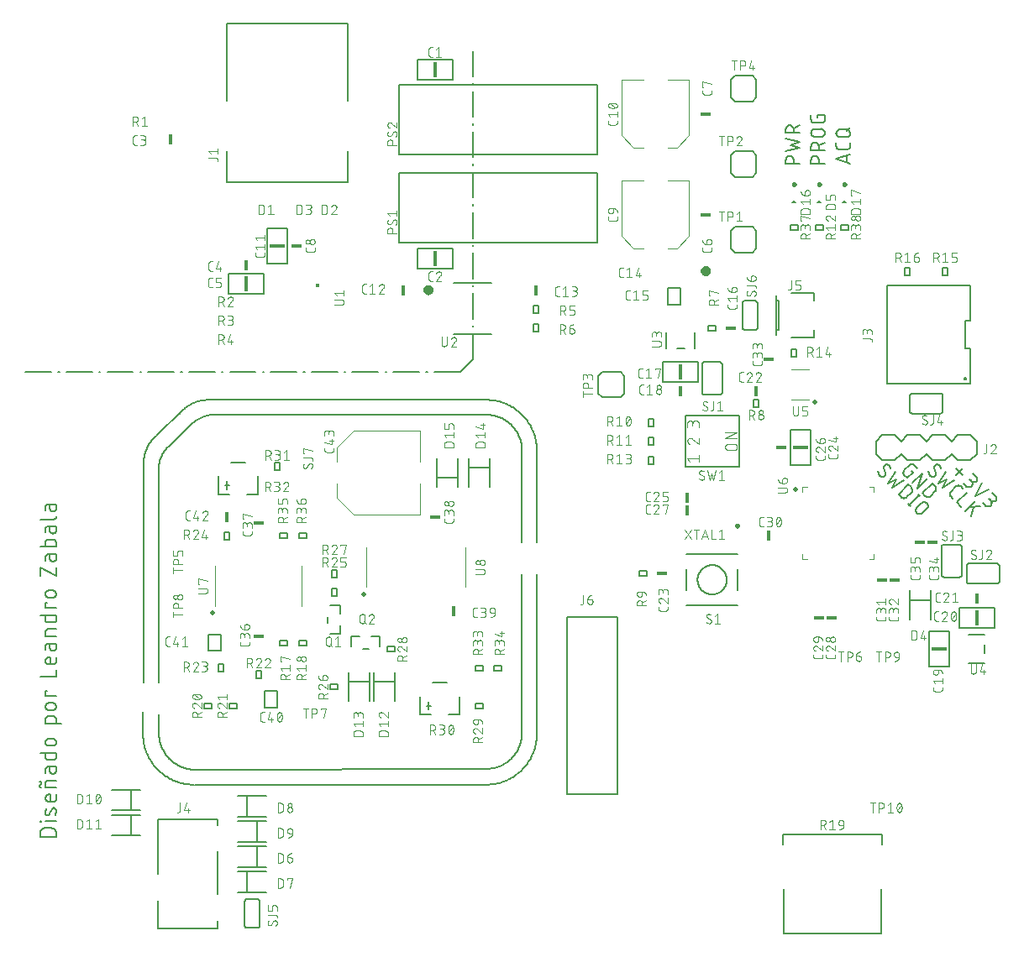
<source format=gbr>
G04 EAGLE Gerber RS-274X export*
G75*
%MOMM*%
%FSLAX34Y34*%
%LPD*%
%INSilkscreen Top*%
%IPPOS*%
%AMOC8*
5,1,8,0,0,1.08239X$1,22.5*%
G01*
%ADD10C,0.203200*%
%ADD11C,0.127000*%
%ADD12C,0.152400*%
%ADD13C,0.500000*%
%ADD14C,0.120000*%
%ADD15C,0.076200*%
%ADD16C,0.254000*%
%ADD17R,0.400000X1.000000*%
%ADD18C,0.200000*%
%ADD19R,1.000000X0.400000*%
%ADD20R,1.524000X0.406400*%
%ADD21C,0.101600*%
%ADD22R,0.406400X1.524000*%
%ADD23C,0.381000*%
%ADD24C,0.508000*%

G36*
X808538Y741332D02*
X808538Y741332D01*
X808626Y741341D01*
X808647Y741351D01*
X808671Y741355D01*
X808748Y741401D01*
X808827Y741440D01*
X808844Y741457D01*
X808864Y741470D01*
X808920Y741539D01*
X808981Y741603D01*
X808990Y741625D01*
X809005Y741644D01*
X809034Y741728D01*
X809069Y741810D01*
X809070Y741834D01*
X809077Y741856D01*
X809075Y741945D01*
X809079Y742034D01*
X809071Y742057D01*
X809071Y742081D01*
X809037Y742163D01*
X809010Y742248D01*
X808994Y742269D01*
X808986Y742288D01*
X808952Y742326D01*
X808898Y742398D01*
X806898Y744398D01*
X806845Y744436D01*
X806797Y744481D01*
X806753Y744500D01*
X806714Y744527D01*
X806651Y744543D01*
X806590Y744569D01*
X806543Y744571D01*
X806497Y744583D01*
X806432Y744576D01*
X806366Y744579D01*
X806321Y744564D01*
X806274Y744559D01*
X806215Y744530D01*
X806152Y744510D01*
X806108Y744477D01*
X806073Y744460D01*
X806046Y744431D01*
X806002Y744398D01*
X804002Y742398D01*
X803951Y742325D01*
X803895Y742256D01*
X803887Y742234D01*
X803873Y742214D01*
X803851Y742128D01*
X803823Y742044D01*
X803823Y742020D01*
X803818Y741997D01*
X803827Y741908D01*
X803829Y741819D01*
X803838Y741797D01*
X803841Y741774D01*
X803880Y741694D01*
X803914Y741612D01*
X803930Y741594D01*
X803940Y741573D01*
X804005Y741512D01*
X804065Y741446D01*
X804086Y741435D01*
X804103Y741419D01*
X804185Y741384D01*
X804265Y741343D01*
X804291Y741340D01*
X804310Y741331D01*
X804360Y741329D01*
X804450Y741316D01*
X808450Y741316D01*
X808538Y741332D01*
G37*
G36*
X833938Y741332D02*
X833938Y741332D01*
X834026Y741341D01*
X834047Y741351D01*
X834071Y741355D01*
X834148Y741401D01*
X834227Y741440D01*
X834244Y741457D01*
X834264Y741470D01*
X834320Y741539D01*
X834381Y741603D01*
X834390Y741625D01*
X834405Y741644D01*
X834434Y741728D01*
X834469Y741810D01*
X834470Y741834D01*
X834477Y741856D01*
X834475Y741945D01*
X834479Y742034D01*
X834471Y742057D01*
X834471Y742081D01*
X834437Y742163D01*
X834410Y742248D01*
X834394Y742269D01*
X834386Y742288D01*
X834352Y742326D01*
X834298Y742398D01*
X832298Y744398D01*
X832245Y744436D01*
X832197Y744481D01*
X832153Y744500D01*
X832114Y744527D01*
X832051Y744543D01*
X831990Y744569D01*
X831943Y744571D01*
X831897Y744583D01*
X831832Y744576D01*
X831766Y744579D01*
X831721Y744564D01*
X831674Y744559D01*
X831615Y744530D01*
X831552Y744510D01*
X831508Y744477D01*
X831473Y744460D01*
X831446Y744431D01*
X831402Y744398D01*
X829402Y742398D01*
X829351Y742325D01*
X829295Y742256D01*
X829287Y742234D01*
X829273Y742214D01*
X829251Y742128D01*
X829223Y742044D01*
X829223Y742020D01*
X829218Y741997D01*
X829227Y741908D01*
X829229Y741819D01*
X829238Y741797D01*
X829241Y741774D01*
X829280Y741694D01*
X829314Y741612D01*
X829330Y741594D01*
X829340Y741573D01*
X829405Y741512D01*
X829465Y741446D01*
X829486Y741435D01*
X829503Y741419D01*
X829585Y741384D01*
X829665Y741343D01*
X829691Y741340D01*
X829710Y741331D01*
X829760Y741329D01*
X829850Y741316D01*
X833850Y741316D01*
X833938Y741332D01*
G37*
G36*
X783138Y741332D02*
X783138Y741332D01*
X783226Y741341D01*
X783247Y741351D01*
X783271Y741355D01*
X783348Y741401D01*
X783427Y741440D01*
X783444Y741457D01*
X783464Y741470D01*
X783520Y741539D01*
X783581Y741603D01*
X783590Y741625D01*
X783605Y741644D01*
X783634Y741728D01*
X783669Y741810D01*
X783670Y741834D01*
X783677Y741856D01*
X783675Y741945D01*
X783679Y742034D01*
X783671Y742057D01*
X783671Y742081D01*
X783637Y742163D01*
X783610Y742248D01*
X783594Y742269D01*
X783586Y742288D01*
X783552Y742326D01*
X783498Y742398D01*
X781498Y744398D01*
X781445Y744436D01*
X781397Y744481D01*
X781353Y744500D01*
X781314Y744527D01*
X781251Y744543D01*
X781190Y744569D01*
X781143Y744571D01*
X781097Y744583D01*
X781032Y744576D01*
X780966Y744579D01*
X780921Y744564D01*
X780874Y744559D01*
X780815Y744530D01*
X780752Y744510D01*
X780708Y744477D01*
X780673Y744460D01*
X780646Y744431D01*
X780602Y744398D01*
X778602Y742398D01*
X778551Y742325D01*
X778495Y742256D01*
X778487Y742234D01*
X778473Y742214D01*
X778451Y742128D01*
X778423Y742044D01*
X778423Y742020D01*
X778418Y741997D01*
X778427Y741908D01*
X778429Y741819D01*
X778438Y741797D01*
X778441Y741774D01*
X778480Y741694D01*
X778514Y741612D01*
X778530Y741594D01*
X778540Y741573D01*
X778605Y741512D01*
X778665Y741446D01*
X778686Y741435D01*
X778703Y741419D01*
X778785Y741384D01*
X778865Y741343D01*
X778891Y741340D01*
X778910Y741331D01*
X778960Y741329D01*
X779050Y741316D01*
X783050Y741316D01*
X783138Y741332D01*
G37*
D10*
X457200Y895350D02*
X457200Y869581D01*
X457200Y862730D02*
X457200Y861433D01*
X457200Y854581D02*
X457200Y828813D01*
X457200Y821961D02*
X457200Y820664D01*
X457200Y813813D02*
X457200Y788044D01*
X457200Y781192D02*
X457200Y779895D01*
X457200Y773044D02*
X457200Y747275D01*
X457200Y740423D02*
X457200Y739127D01*
X457200Y732275D02*
X457200Y706506D01*
X457200Y699655D02*
X457200Y698358D01*
X457200Y691506D02*
X457200Y665738D01*
X457200Y658886D02*
X457200Y657589D01*
X457200Y650738D02*
X457200Y624969D01*
X457200Y618117D02*
X457200Y616820D01*
X457200Y609969D02*
X457200Y584200D01*
X444500Y571500D01*
X418305Y571500D01*
X411453Y571500D02*
X410156Y571500D01*
X403305Y571500D02*
X377109Y571500D01*
X370258Y571500D02*
X368961Y571500D01*
X362109Y571500D02*
X335914Y571500D01*
X329062Y571500D02*
X327765Y571500D01*
X320914Y571500D02*
X294718Y571500D01*
X287867Y571500D02*
X286570Y571500D01*
X279718Y571500D02*
X253523Y571500D01*
X246671Y571500D02*
X245374Y571500D01*
X238523Y571500D02*
X212327Y571500D01*
X205476Y571500D02*
X204179Y571500D01*
X197327Y571500D02*
X171132Y571500D01*
X164280Y571500D02*
X162983Y571500D01*
X156132Y571500D02*
X129936Y571500D01*
X123085Y571500D02*
X121788Y571500D01*
X114936Y571500D02*
X88741Y571500D01*
X81889Y571500D02*
X80593Y571500D01*
X73741Y571500D02*
X47545Y571500D01*
X40694Y571500D02*
X39397Y571500D01*
X32545Y571500D02*
X6350Y571500D01*
D11*
X918591Y466607D02*
X918671Y466530D01*
X918753Y466456D01*
X918838Y466385D01*
X918926Y466317D01*
X919016Y466252D01*
X919108Y466191D01*
X919202Y466133D01*
X919298Y466078D01*
X919397Y466026D01*
X919497Y465979D01*
X919598Y465934D01*
X919701Y465894D01*
X919806Y465857D01*
X919912Y465824D01*
X920018Y465794D01*
X920126Y465769D01*
X920235Y465747D01*
X920344Y465730D01*
X920454Y465716D01*
X920565Y465706D01*
X920675Y465700D01*
X920786Y465698D01*
X920897Y465700D01*
X921007Y465706D01*
X921118Y465716D01*
X921228Y465730D01*
X921337Y465747D01*
X921446Y465769D01*
X921554Y465794D01*
X921660Y465824D01*
X921766Y465857D01*
X921871Y465894D01*
X921974Y465934D01*
X922075Y465979D01*
X922175Y466026D01*
X922274Y466078D01*
X922370Y466133D01*
X922464Y466191D01*
X922556Y466252D01*
X922646Y466317D01*
X922734Y466385D01*
X922819Y466456D01*
X922901Y466530D01*
X922981Y466607D01*
X918591Y466608D02*
X918481Y466720D01*
X918374Y466835D01*
X918270Y466952D01*
X918169Y467072D01*
X918071Y467194D01*
X917975Y467319D01*
X917883Y467446D01*
X917793Y467575D01*
X917707Y467706D01*
X917624Y467839D01*
X917544Y467974D01*
X917467Y468111D01*
X917394Y468250D01*
X917324Y468390D01*
X917257Y468532D01*
X917194Y468676D01*
X917135Y468821D01*
X917078Y468967D01*
X917026Y469115D01*
X916976Y469264D01*
X916931Y469414D01*
X916889Y469565D01*
X916850Y469717D01*
X916816Y469870D01*
X916785Y470024D01*
X916757Y470179D01*
X916734Y470334D01*
X916714Y470489D01*
X916697Y470646D01*
X916685Y470802D01*
X916676Y470959D01*
X916671Y471115D01*
X916670Y471272D01*
X923256Y477308D02*
X923336Y477385D01*
X923418Y477459D01*
X923503Y477530D01*
X923591Y477598D01*
X923681Y477663D01*
X923773Y477724D01*
X923867Y477782D01*
X923963Y477837D01*
X924062Y477889D01*
X924162Y477936D01*
X924263Y477981D01*
X924366Y478021D01*
X924471Y478058D01*
X924577Y478091D01*
X924683Y478121D01*
X924791Y478146D01*
X924900Y478168D01*
X925009Y478185D01*
X925119Y478199D01*
X925230Y478209D01*
X925340Y478215D01*
X925451Y478217D01*
X925562Y478215D01*
X925672Y478209D01*
X925783Y478199D01*
X925893Y478185D01*
X926002Y478168D01*
X926111Y478146D01*
X926219Y478121D01*
X926325Y478091D01*
X926431Y478058D01*
X926536Y478021D01*
X926639Y477981D01*
X926740Y477936D01*
X926840Y477889D01*
X926939Y477837D01*
X927035Y477782D01*
X927129Y477724D01*
X927221Y477663D01*
X927311Y477598D01*
X927399Y477530D01*
X927484Y477459D01*
X927566Y477385D01*
X927646Y477308D01*
X927646Y477309D02*
X927751Y477202D01*
X927852Y477092D01*
X927951Y476979D01*
X928047Y476864D01*
X928140Y476747D01*
X928230Y476627D01*
X928317Y476505D01*
X928401Y476380D01*
X928481Y476254D01*
X928558Y476126D01*
X928632Y475995D01*
X928703Y475863D01*
X928770Y475729D01*
X928833Y475593D01*
X928893Y475456D01*
X928950Y475317D01*
X929002Y475177D01*
X929052Y475035D01*
X929097Y474893D01*
X929139Y474749D01*
X929177Y474604D01*
X929212Y474458D01*
X929243Y474312D01*
X929269Y474164D01*
X929293Y474016D01*
X922432Y474290D02*
X922407Y474396D01*
X922385Y474503D01*
X922367Y474611D01*
X922353Y474719D01*
X922342Y474828D01*
X922335Y474936D01*
X922332Y475046D01*
X922333Y475155D01*
X922337Y475264D01*
X922346Y475372D01*
X922358Y475481D01*
X922374Y475589D01*
X922393Y475696D01*
X922416Y475803D01*
X922443Y475909D01*
X922474Y476013D01*
X922508Y476117D01*
X922545Y476219D01*
X922587Y476320D01*
X922631Y476420D01*
X922679Y476518D01*
X922731Y476614D01*
X922786Y476708D01*
X922844Y476801D01*
X922905Y476891D01*
X922969Y476979D01*
X923036Y477065D01*
X923107Y477149D01*
X923180Y477230D01*
X923255Y477308D01*
X923805Y469626D02*
X923830Y469520D01*
X923852Y469413D01*
X923870Y469305D01*
X923884Y469197D01*
X923895Y469088D01*
X923902Y468980D01*
X923905Y468871D01*
X923904Y468761D01*
X923900Y468652D01*
X923891Y468544D01*
X923879Y468435D01*
X923864Y468327D01*
X923844Y468220D01*
X923821Y468113D01*
X923794Y468007D01*
X923763Y467903D01*
X923729Y467799D01*
X923692Y467697D01*
X923650Y467596D01*
X923606Y467496D01*
X923558Y467398D01*
X923506Y467302D01*
X923451Y467207D01*
X923393Y467115D01*
X923332Y467025D01*
X923268Y466936D01*
X923201Y466851D01*
X923130Y466767D01*
X923057Y466686D01*
X922982Y466607D01*
X923804Y469626D02*
X922432Y474290D01*
X934177Y470777D02*
X926494Y458704D01*
X935275Y463094D01*
X930884Y454314D01*
X942958Y461997D01*
X939082Y446116D02*
X941277Y443921D01*
X939082Y446116D02*
X939007Y446194D01*
X938934Y446275D01*
X938865Y446358D01*
X938798Y446443D01*
X938734Y446531D01*
X938674Y446620D01*
X938616Y446712D01*
X938562Y446806D01*
X938511Y446902D01*
X938464Y446999D01*
X938420Y447098D01*
X938379Y447199D01*
X938342Y447300D01*
X938309Y447403D01*
X938279Y447508D01*
X938253Y447613D01*
X938230Y447719D01*
X938211Y447825D01*
X938196Y447933D01*
X938185Y448040D01*
X938177Y448149D01*
X938173Y448257D01*
X938173Y448365D01*
X938177Y448473D01*
X938185Y448582D01*
X938196Y448689D01*
X938211Y448797D01*
X938230Y448903D01*
X938253Y449009D01*
X938279Y449114D01*
X938309Y449219D01*
X938342Y449322D01*
X938379Y449423D01*
X938420Y449524D01*
X938464Y449623D01*
X938511Y449720D01*
X938562Y449816D01*
X938616Y449910D01*
X938674Y450002D01*
X938734Y450091D01*
X938798Y450179D01*
X938865Y450264D01*
X938934Y450347D01*
X939007Y450428D01*
X939082Y450506D01*
X944570Y455994D01*
X944569Y455995D02*
X944649Y456072D01*
X944732Y456146D01*
X944817Y456217D01*
X944904Y456285D01*
X944994Y456350D01*
X945086Y456411D01*
X945181Y456469D01*
X945277Y456524D01*
X945375Y456576D01*
X945475Y456623D01*
X945577Y456668D01*
X945680Y456708D01*
X945784Y456745D01*
X945890Y456778D01*
X945997Y456808D01*
X946105Y456833D01*
X946214Y456855D01*
X946323Y456872D01*
X946433Y456886D01*
X946543Y456896D01*
X946654Y456902D01*
X946765Y456904D01*
X946876Y456902D01*
X946986Y456896D01*
X947097Y456886D01*
X947207Y456872D01*
X947316Y456855D01*
X947425Y456833D01*
X947533Y456808D01*
X947640Y456778D01*
X947746Y456745D01*
X947850Y456708D01*
X947953Y456668D01*
X948055Y456623D01*
X948155Y456576D01*
X948253Y456524D01*
X948349Y456469D01*
X948444Y456411D01*
X948536Y456350D01*
X948626Y456285D01*
X948713Y456217D01*
X948798Y456146D01*
X948881Y456072D01*
X948961Y455995D01*
X948960Y455994D02*
X951155Y453799D01*
X955201Y449753D02*
X945323Y439875D01*
X949713Y435484D01*
X953837Y431361D02*
X963715Y441239D01*
X969203Y435751D02*
X957679Y435202D01*
X962069Y435202D02*
X959325Y425873D01*
X951125Y467156D02*
X944540Y473742D01*
X951125Y473742D02*
X944540Y467156D01*
X951571Y459027D02*
X954315Y456283D01*
X954403Y456197D01*
X954494Y456114D01*
X954588Y456034D01*
X954684Y455957D01*
X954783Y455884D01*
X954884Y455813D01*
X954987Y455746D01*
X955092Y455681D01*
X955199Y455621D01*
X955308Y455563D01*
X955419Y455510D01*
X955531Y455459D01*
X955645Y455413D01*
X955761Y455370D01*
X955877Y455330D01*
X955995Y455295D01*
X956114Y455263D01*
X956234Y455235D01*
X956355Y455210D01*
X956476Y455190D01*
X956598Y455173D01*
X956721Y455161D01*
X956844Y455152D01*
X956967Y455147D01*
X957090Y455146D01*
X957213Y455149D01*
X957336Y455156D01*
X957459Y455167D01*
X957581Y455181D01*
X957703Y455200D01*
X957824Y455222D01*
X957944Y455248D01*
X958063Y455278D01*
X958182Y455312D01*
X958299Y455349D01*
X958415Y455391D01*
X958530Y455436D01*
X958643Y455484D01*
X958755Y455536D01*
X958865Y455592D01*
X958973Y455651D01*
X959079Y455713D01*
X959183Y455779D01*
X959285Y455848D01*
X959385Y455920D01*
X959482Y455995D01*
X959577Y456074D01*
X959670Y456155D01*
X959759Y456240D01*
X959846Y456327D01*
X959931Y456416D01*
X960012Y456509D01*
X960091Y456604D01*
X960166Y456701D01*
X960238Y456801D01*
X960307Y456903D01*
X960373Y457007D01*
X960435Y457113D01*
X960494Y457221D01*
X960550Y457331D01*
X960602Y457443D01*
X960650Y457556D01*
X960695Y457671D01*
X960737Y457787D01*
X960774Y457904D01*
X960808Y458023D01*
X960838Y458142D01*
X960864Y458262D01*
X960886Y458383D01*
X960905Y458505D01*
X960919Y458627D01*
X960930Y458750D01*
X960937Y458873D01*
X960940Y458996D01*
X960939Y459119D01*
X960934Y459242D01*
X960925Y459365D01*
X960913Y459488D01*
X960896Y459610D01*
X960876Y459731D01*
X960851Y459852D01*
X960823Y459972D01*
X960791Y460091D01*
X960756Y460209D01*
X960716Y460325D01*
X960673Y460441D01*
X960627Y460555D01*
X960576Y460667D01*
X960523Y460778D01*
X960465Y460887D01*
X960405Y460994D01*
X960340Y461099D01*
X960273Y461202D01*
X960202Y461303D01*
X960129Y461402D01*
X960052Y461498D01*
X959972Y461592D01*
X959889Y461683D01*
X959803Y461771D01*
X964742Y465612D02*
X961450Y468905D01*
X964742Y465612D02*
X964818Y465533D01*
X964891Y465452D01*
X964962Y465368D01*
X965029Y465281D01*
X965093Y465192D01*
X965154Y465101D01*
X965212Y465008D01*
X965267Y464913D01*
X965318Y464816D01*
X965365Y464718D01*
X965409Y464617D01*
X965450Y464516D01*
X965487Y464413D01*
X965520Y464308D01*
X965550Y464203D01*
X965576Y464096D01*
X965598Y463989D01*
X965616Y463881D01*
X965631Y463772D01*
X965641Y463663D01*
X965648Y463554D01*
X965651Y463444D01*
X965650Y463335D01*
X965645Y463225D01*
X965636Y463116D01*
X965624Y463007D01*
X965607Y462899D01*
X965587Y462791D01*
X965563Y462684D01*
X965536Y462578D01*
X965504Y462473D01*
X965469Y462370D01*
X965430Y462267D01*
X965388Y462166D01*
X965342Y462067D01*
X965293Y461969D01*
X965240Y461873D01*
X965184Y461779D01*
X965124Y461687D01*
X965061Y461597D01*
X964996Y461509D01*
X964927Y461424D01*
X964855Y461341D01*
X964780Y461261D01*
X964703Y461184D01*
X964623Y461109D01*
X964540Y461037D01*
X964455Y460968D01*
X964367Y460903D01*
X964277Y460840D01*
X964185Y460780D01*
X964091Y460724D01*
X963995Y460671D01*
X963897Y460622D01*
X963798Y460576D01*
X963697Y460534D01*
X963594Y460495D01*
X963491Y460460D01*
X963386Y460428D01*
X963280Y460401D01*
X963173Y460377D01*
X963065Y460357D01*
X962957Y460340D01*
X962848Y460328D01*
X962739Y460319D01*
X962629Y460314D01*
X962520Y460313D01*
X962410Y460316D01*
X962301Y460323D01*
X962192Y460333D01*
X962083Y460348D01*
X961975Y460366D01*
X961868Y460388D01*
X961761Y460414D01*
X961656Y460444D01*
X961551Y460477D01*
X961448Y460514D01*
X961346Y460555D01*
X961246Y460599D01*
X961148Y460646D01*
X961051Y460697D01*
X960956Y460752D01*
X960863Y460810D01*
X960772Y460871D01*
X960683Y460935D01*
X960596Y461002D01*
X960512Y461073D01*
X960431Y461146D01*
X960352Y461222D01*
X958157Y463417D01*
X970580Y459774D02*
X963994Y446603D01*
X977166Y453189D01*
X970930Y439668D02*
X973674Y436924D01*
X973762Y436838D01*
X973853Y436755D01*
X973947Y436675D01*
X974043Y436598D01*
X974142Y436525D01*
X974243Y436454D01*
X974346Y436387D01*
X974451Y436322D01*
X974558Y436262D01*
X974667Y436204D01*
X974778Y436151D01*
X974890Y436100D01*
X975004Y436054D01*
X975120Y436011D01*
X975236Y435971D01*
X975354Y435936D01*
X975473Y435904D01*
X975593Y435876D01*
X975714Y435851D01*
X975835Y435831D01*
X975957Y435814D01*
X976080Y435802D01*
X976203Y435793D01*
X976326Y435788D01*
X976449Y435787D01*
X976572Y435790D01*
X976695Y435797D01*
X976818Y435808D01*
X976940Y435822D01*
X977062Y435841D01*
X977183Y435863D01*
X977303Y435889D01*
X977422Y435919D01*
X977541Y435953D01*
X977658Y435990D01*
X977774Y436032D01*
X977889Y436077D01*
X978002Y436125D01*
X978114Y436177D01*
X978224Y436233D01*
X978332Y436292D01*
X978438Y436354D01*
X978542Y436420D01*
X978644Y436489D01*
X978744Y436561D01*
X978841Y436636D01*
X978936Y436715D01*
X979029Y436796D01*
X979118Y436881D01*
X979205Y436968D01*
X979290Y437057D01*
X979371Y437150D01*
X979450Y437245D01*
X979525Y437342D01*
X979597Y437442D01*
X979666Y437544D01*
X979732Y437648D01*
X979794Y437754D01*
X979853Y437862D01*
X979909Y437972D01*
X979961Y438084D01*
X980009Y438197D01*
X980054Y438312D01*
X980096Y438428D01*
X980133Y438545D01*
X980167Y438664D01*
X980197Y438783D01*
X980223Y438903D01*
X980245Y439024D01*
X980264Y439146D01*
X980278Y439268D01*
X980289Y439391D01*
X980296Y439514D01*
X980299Y439637D01*
X980298Y439760D01*
X980293Y439883D01*
X980284Y440006D01*
X980272Y440129D01*
X980255Y440251D01*
X980235Y440372D01*
X980210Y440493D01*
X980182Y440613D01*
X980150Y440732D01*
X980115Y440850D01*
X980075Y440966D01*
X980032Y441082D01*
X979986Y441196D01*
X979935Y441308D01*
X979882Y441419D01*
X979824Y441528D01*
X979764Y441635D01*
X979699Y441740D01*
X979632Y441843D01*
X979561Y441944D01*
X979488Y442043D01*
X979411Y442139D01*
X979331Y442233D01*
X979248Y442324D01*
X979162Y442412D01*
X984101Y446254D02*
X980808Y449546D01*
X984101Y446253D02*
X984177Y446174D01*
X984250Y446093D01*
X984321Y446009D01*
X984388Y445922D01*
X984452Y445833D01*
X984513Y445742D01*
X984571Y445649D01*
X984626Y445554D01*
X984677Y445457D01*
X984724Y445359D01*
X984768Y445258D01*
X984809Y445157D01*
X984846Y445054D01*
X984879Y444949D01*
X984909Y444844D01*
X984935Y444737D01*
X984957Y444630D01*
X984975Y444522D01*
X984990Y444413D01*
X985000Y444304D01*
X985007Y444195D01*
X985010Y444085D01*
X985009Y443976D01*
X985004Y443866D01*
X984995Y443757D01*
X984983Y443648D01*
X984966Y443540D01*
X984946Y443432D01*
X984922Y443325D01*
X984895Y443219D01*
X984863Y443114D01*
X984828Y443011D01*
X984789Y442908D01*
X984747Y442807D01*
X984701Y442708D01*
X984652Y442610D01*
X984599Y442514D01*
X984543Y442420D01*
X984483Y442328D01*
X984420Y442238D01*
X984355Y442150D01*
X984286Y442065D01*
X984214Y441982D01*
X984139Y441902D01*
X984062Y441825D01*
X983982Y441750D01*
X983899Y441678D01*
X983814Y441609D01*
X983726Y441544D01*
X983636Y441481D01*
X983544Y441421D01*
X983450Y441365D01*
X983354Y441312D01*
X983256Y441263D01*
X983157Y441217D01*
X983056Y441175D01*
X982953Y441136D01*
X982850Y441101D01*
X982745Y441069D01*
X982639Y441042D01*
X982532Y441018D01*
X982424Y440998D01*
X982316Y440981D01*
X982207Y440969D01*
X982098Y440960D01*
X981988Y440955D01*
X981879Y440954D01*
X981769Y440957D01*
X981660Y440964D01*
X981551Y440974D01*
X981442Y440989D01*
X981334Y441007D01*
X981227Y441029D01*
X981120Y441055D01*
X981015Y441085D01*
X980910Y441118D01*
X980807Y441155D01*
X980705Y441196D01*
X980605Y441240D01*
X980507Y441287D01*
X980410Y441338D01*
X980315Y441393D01*
X980222Y441451D01*
X980131Y441512D01*
X980042Y441576D01*
X979955Y441643D01*
X979871Y441714D01*
X979790Y441787D01*
X979711Y441863D01*
X979710Y441863D02*
X977515Y444058D01*
X900874Y469900D02*
X899227Y471546D01*
X900874Y469900D02*
X895386Y464412D01*
X892093Y467705D01*
X892018Y467783D01*
X891945Y467864D01*
X891876Y467947D01*
X891809Y468032D01*
X891745Y468120D01*
X891685Y468209D01*
X891627Y468301D01*
X891573Y468395D01*
X891522Y468491D01*
X891475Y468588D01*
X891431Y468687D01*
X891390Y468788D01*
X891353Y468889D01*
X891320Y468992D01*
X891290Y469097D01*
X891264Y469202D01*
X891241Y469308D01*
X891222Y469414D01*
X891207Y469522D01*
X891196Y469629D01*
X891188Y469738D01*
X891184Y469846D01*
X891184Y469954D01*
X891188Y470062D01*
X891196Y470171D01*
X891207Y470278D01*
X891222Y470386D01*
X891241Y470492D01*
X891264Y470598D01*
X891290Y470703D01*
X891320Y470808D01*
X891353Y470911D01*
X891390Y471012D01*
X891431Y471113D01*
X891475Y471212D01*
X891522Y471309D01*
X891573Y471405D01*
X891627Y471499D01*
X891685Y471591D01*
X891745Y471680D01*
X891809Y471768D01*
X891876Y471853D01*
X891945Y471936D01*
X892018Y472017D01*
X892093Y472095D01*
X897581Y477583D01*
X897580Y477584D02*
X897660Y477661D01*
X897743Y477735D01*
X897828Y477806D01*
X897915Y477874D01*
X898005Y477939D01*
X898097Y478000D01*
X898192Y478058D01*
X898288Y478113D01*
X898386Y478165D01*
X898486Y478212D01*
X898588Y478257D01*
X898691Y478297D01*
X898795Y478334D01*
X898901Y478367D01*
X899008Y478397D01*
X899116Y478422D01*
X899225Y478444D01*
X899334Y478461D01*
X899444Y478475D01*
X899554Y478485D01*
X899665Y478491D01*
X899776Y478493D01*
X899887Y478491D01*
X899997Y478485D01*
X900108Y478475D01*
X900218Y478461D01*
X900327Y478444D01*
X900436Y478422D01*
X900544Y478397D01*
X900651Y478367D01*
X900757Y478334D01*
X900861Y478297D01*
X900964Y478257D01*
X901066Y478212D01*
X901166Y478165D01*
X901264Y478113D01*
X901360Y478058D01*
X901455Y478000D01*
X901547Y477939D01*
X901637Y477874D01*
X901724Y477806D01*
X901809Y477735D01*
X901892Y477661D01*
X901972Y477584D01*
X901971Y477583D02*
X905264Y474290D01*
X910101Y469454D02*
X900223Y459575D01*
X905710Y454087D02*
X910101Y469454D01*
X915589Y463966D02*
X905710Y454087D01*
X910547Y449251D02*
X920425Y459129D01*
X923169Y456385D01*
X923256Y456296D01*
X923339Y456204D01*
X923420Y456109D01*
X923498Y456012D01*
X923572Y455912D01*
X923643Y455810D01*
X923711Y455706D01*
X923776Y455599D01*
X923837Y455491D01*
X923894Y455381D01*
X923948Y455269D01*
X923999Y455155D01*
X924045Y455040D01*
X924088Y454923D01*
X924127Y454805D01*
X924163Y454685D01*
X924194Y454565D01*
X924222Y454444D01*
X924246Y454322D01*
X924266Y454199D01*
X924282Y454076D01*
X924294Y453952D01*
X924302Y453828D01*
X924306Y453703D01*
X924306Y453579D01*
X924302Y453454D01*
X924294Y453330D01*
X924282Y453206D01*
X924266Y453083D01*
X924246Y452960D01*
X924222Y452838D01*
X924194Y452717D01*
X924163Y452597D01*
X924127Y452477D01*
X924088Y452359D01*
X924045Y452242D01*
X923999Y452127D01*
X923948Y452013D01*
X923894Y451901D01*
X923837Y451791D01*
X923776Y451683D01*
X923711Y451576D01*
X923643Y451472D01*
X923572Y451370D01*
X923498Y451270D01*
X923420Y451173D01*
X923339Y451078D01*
X923256Y450986D01*
X923169Y450897D01*
X918779Y446507D01*
X918692Y446422D01*
X918602Y446340D01*
X918509Y446261D01*
X918414Y446184D01*
X918316Y446111D01*
X918216Y446041D01*
X918115Y445974D01*
X918011Y445910D01*
X917905Y445850D01*
X917797Y445793D01*
X917687Y445739D01*
X917576Y445689D01*
X917464Y445643D01*
X917350Y445599D01*
X917234Y445560D01*
X917118Y445524D01*
X917000Y445492D01*
X916882Y445463D01*
X916762Y445439D01*
X916642Y445418D01*
X916521Y445401D01*
X916400Y445387D01*
X916279Y445378D01*
X916157Y445372D01*
X916035Y445370D01*
X915913Y445372D01*
X915791Y445378D01*
X915670Y445387D01*
X915549Y445401D01*
X915428Y445418D01*
X915308Y445439D01*
X915188Y445463D01*
X915070Y445492D01*
X914952Y445524D01*
X914836Y445560D01*
X914720Y445599D01*
X914606Y445643D01*
X914494Y445689D01*
X914383Y445739D01*
X914273Y445793D01*
X914165Y445850D01*
X914059Y445910D01*
X913955Y445974D01*
X913854Y446041D01*
X913754Y446111D01*
X913656Y446184D01*
X913561Y446261D01*
X913468Y446340D01*
X913378Y446422D01*
X913291Y446507D01*
X910547Y449251D01*
X872181Y466607D02*
X872101Y466530D01*
X872019Y466456D01*
X871934Y466385D01*
X871846Y466317D01*
X871756Y466252D01*
X871664Y466191D01*
X871570Y466133D01*
X871474Y466078D01*
X871375Y466026D01*
X871275Y465979D01*
X871174Y465934D01*
X871071Y465894D01*
X870966Y465857D01*
X870860Y465824D01*
X870754Y465794D01*
X870646Y465769D01*
X870537Y465747D01*
X870428Y465730D01*
X870318Y465716D01*
X870207Y465706D01*
X870097Y465700D01*
X869986Y465698D01*
X869875Y465700D01*
X869765Y465706D01*
X869654Y465716D01*
X869544Y465730D01*
X869435Y465747D01*
X869326Y465769D01*
X869218Y465794D01*
X869112Y465824D01*
X869006Y465857D01*
X868901Y465894D01*
X868798Y465934D01*
X868697Y465979D01*
X868597Y466026D01*
X868498Y466078D01*
X868402Y466133D01*
X868308Y466191D01*
X868216Y466252D01*
X868126Y466317D01*
X868038Y466385D01*
X867953Y466456D01*
X867871Y466530D01*
X867791Y466607D01*
X867791Y466608D02*
X867681Y466720D01*
X867574Y466835D01*
X867470Y466952D01*
X867369Y467072D01*
X867271Y467194D01*
X867175Y467319D01*
X867083Y467446D01*
X866993Y467575D01*
X866907Y467706D01*
X866824Y467839D01*
X866744Y467974D01*
X866667Y468111D01*
X866594Y468250D01*
X866524Y468390D01*
X866457Y468532D01*
X866394Y468676D01*
X866335Y468821D01*
X866278Y468967D01*
X866226Y469115D01*
X866176Y469264D01*
X866131Y469414D01*
X866089Y469565D01*
X866050Y469717D01*
X866016Y469870D01*
X865985Y470024D01*
X865957Y470179D01*
X865934Y470334D01*
X865914Y470489D01*
X865897Y470646D01*
X865885Y470802D01*
X865876Y470959D01*
X865871Y471115D01*
X865870Y471272D01*
X872456Y477308D02*
X872536Y477385D01*
X872618Y477459D01*
X872703Y477530D01*
X872791Y477598D01*
X872881Y477663D01*
X872973Y477724D01*
X873067Y477782D01*
X873163Y477837D01*
X873262Y477889D01*
X873362Y477936D01*
X873463Y477981D01*
X873566Y478021D01*
X873671Y478058D01*
X873777Y478091D01*
X873883Y478121D01*
X873991Y478146D01*
X874100Y478168D01*
X874209Y478185D01*
X874319Y478199D01*
X874430Y478209D01*
X874540Y478215D01*
X874651Y478217D01*
X874762Y478215D01*
X874872Y478209D01*
X874983Y478199D01*
X875093Y478185D01*
X875202Y478168D01*
X875311Y478146D01*
X875419Y478121D01*
X875525Y478091D01*
X875631Y478058D01*
X875736Y478021D01*
X875839Y477981D01*
X875940Y477936D01*
X876040Y477889D01*
X876139Y477837D01*
X876235Y477782D01*
X876329Y477724D01*
X876421Y477663D01*
X876511Y477598D01*
X876599Y477530D01*
X876684Y477459D01*
X876766Y477385D01*
X876846Y477308D01*
X876846Y477309D02*
X876951Y477202D01*
X877052Y477092D01*
X877151Y476979D01*
X877247Y476864D01*
X877340Y476747D01*
X877430Y476627D01*
X877517Y476505D01*
X877601Y476380D01*
X877681Y476254D01*
X877758Y476126D01*
X877832Y475995D01*
X877903Y475863D01*
X877970Y475729D01*
X878033Y475593D01*
X878093Y475456D01*
X878150Y475317D01*
X878202Y475177D01*
X878252Y475035D01*
X878297Y474893D01*
X878339Y474749D01*
X878377Y474604D01*
X878412Y474458D01*
X878443Y474312D01*
X878469Y474164D01*
X878493Y474016D01*
X871632Y474290D02*
X871607Y474396D01*
X871585Y474503D01*
X871567Y474611D01*
X871553Y474719D01*
X871542Y474828D01*
X871535Y474936D01*
X871532Y475046D01*
X871533Y475155D01*
X871537Y475264D01*
X871546Y475372D01*
X871558Y475481D01*
X871574Y475589D01*
X871593Y475696D01*
X871616Y475803D01*
X871643Y475909D01*
X871674Y476013D01*
X871708Y476117D01*
X871745Y476219D01*
X871787Y476320D01*
X871831Y476420D01*
X871879Y476518D01*
X871931Y476614D01*
X871986Y476708D01*
X872044Y476801D01*
X872105Y476891D01*
X872169Y476979D01*
X872236Y477065D01*
X872307Y477149D01*
X872380Y477230D01*
X872455Y477308D01*
X873005Y469626D02*
X873030Y469520D01*
X873052Y469413D01*
X873070Y469305D01*
X873084Y469197D01*
X873095Y469088D01*
X873102Y468980D01*
X873105Y468871D01*
X873104Y468761D01*
X873100Y468652D01*
X873091Y468544D01*
X873079Y468435D01*
X873064Y468327D01*
X873044Y468220D01*
X873021Y468113D01*
X872994Y468007D01*
X872963Y467903D01*
X872929Y467799D01*
X872892Y467697D01*
X872850Y467596D01*
X872806Y467496D01*
X872758Y467398D01*
X872706Y467302D01*
X872651Y467207D01*
X872593Y467115D01*
X872532Y467025D01*
X872468Y466936D01*
X872401Y466851D01*
X872330Y466767D01*
X872257Y466686D01*
X872182Y466607D01*
X873004Y469626D02*
X871632Y474290D01*
X883377Y470777D02*
X875694Y458704D01*
X884475Y463094D01*
X880084Y454314D01*
X892158Y461997D01*
X896316Y457839D02*
X886438Y447960D01*
X896316Y457839D02*
X899060Y455095D01*
X899147Y455006D01*
X899230Y454914D01*
X899311Y454819D01*
X899389Y454722D01*
X899463Y454622D01*
X899534Y454520D01*
X899602Y454416D01*
X899667Y454309D01*
X899728Y454201D01*
X899785Y454091D01*
X899839Y453979D01*
X899890Y453865D01*
X899936Y453750D01*
X899979Y453633D01*
X900018Y453515D01*
X900054Y453395D01*
X900085Y453275D01*
X900113Y453154D01*
X900137Y453032D01*
X900157Y452909D01*
X900173Y452786D01*
X900185Y452662D01*
X900193Y452538D01*
X900197Y452413D01*
X900197Y452289D01*
X900193Y452164D01*
X900185Y452040D01*
X900173Y451916D01*
X900157Y451793D01*
X900137Y451670D01*
X900113Y451548D01*
X900085Y451427D01*
X900054Y451307D01*
X900018Y451187D01*
X899979Y451069D01*
X899936Y450952D01*
X899890Y450837D01*
X899839Y450723D01*
X899785Y450611D01*
X899728Y450501D01*
X899667Y450393D01*
X899602Y450286D01*
X899534Y450182D01*
X899463Y450080D01*
X899389Y449980D01*
X899311Y449883D01*
X899230Y449788D01*
X899147Y449696D01*
X899060Y449607D01*
X894669Y445216D01*
X894670Y445216D02*
X894583Y445131D01*
X894493Y445049D01*
X894400Y444970D01*
X894305Y444893D01*
X894207Y444820D01*
X894107Y444750D01*
X894006Y444683D01*
X893902Y444619D01*
X893796Y444559D01*
X893688Y444502D01*
X893578Y444448D01*
X893467Y444398D01*
X893355Y444352D01*
X893241Y444308D01*
X893125Y444269D01*
X893009Y444233D01*
X892891Y444201D01*
X892773Y444172D01*
X892653Y444148D01*
X892533Y444127D01*
X892412Y444110D01*
X892291Y444096D01*
X892170Y444087D01*
X892048Y444081D01*
X891926Y444079D01*
X891804Y444081D01*
X891682Y444087D01*
X891561Y444096D01*
X891440Y444110D01*
X891319Y444127D01*
X891199Y444148D01*
X891079Y444172D01*
X890961Y444201D01*
X890843Y444233D01*
X890727Y444269D01*
X890611Y444308D01*
X890497Y444352D01*
X890385Y444398D01*
X890274Y444448D01*
X890164Y444502D01*
X890056Y444559D01*
X889950Y444619D01*
X889846Y444683D01*
X889745Y444750D01*
X889645Y444820D01*
X889547Y444893D01*
X889452Y444970D01*
X889359Y445049D01*
X889269Y445131D01*
X889182Y445216D01*
X886438Y447960D01*
X897248Y437150D02*
X907126Y447028D01*
X896150Y438248D02*
X898345Y436053D01*
X908223Y445931D02*
X906028Y448126D01*
X909381Y439285D02*
X904991Y434895D01*
X909381Y439285D02*
X909470Y439372D01*
X909562Y439455D01*
X909657Y439536D01*
X909754Y439614D01*
X909854Y439688D01*
X909956Y439759D01*
X910060Y439827D01*
X910167Y439892D01*
X910275Y439953D01*
X910385Y440010D01*
X910497Y440064D01*
X910611Y440115D01*
X910726Y440161D01*
X910843Y440204D01*
X910961Y440243D01*
X911081Y440279D01*
X911201Y440310D01*
X911322Y440338D01*
X911444Y440362D01*
X911567Y440382D01*
X911690Y440398D01*
X911814Y440410D01*
X911938Y440418D01*
X912063Y440422D01*
X912187Y440422D01*
X912312Y440418D01*
X912436Y440410D01*
X912560Y440398D01*
X912683Y440382D01*
X912806Y440362D01*
X912928Y440338D01*
X913049Y440310D01*
X913169Y440279D01*
X913289Y440243D01*
X913407Y440204D01*
X913524Y440161D01*
X913639Y440115D01*
X913753Y440064D01*
X913865Y440010D01*
X913975Y439953D01*
X914083Y439892D01*
X914190Y439827D01*
X914294Y439759D01*
X914396Y439688D01*
X914496Y439614D01*
X914593Y439536D01*
X914688Y439455D01*
X914780Y439372D01*
X914869Y439285D01*
X914956Y439196D01*
X915039Y439104D01*
X915120Y439009D01*
X915198Y438912D01*
X915272Y438812D01*
X915343Y438710D01*
X915411Y438606D01*
X915476Y438499D01*
X915537Y438391D01*
X915594Y438281D01*
X915648Y438169D01*
X915699Y438055D01*
X915745Y437940D01*
X915788Y437823D01*
X915827Y437705D01*
X915863Y437585D01*
X915894Y437465D01*
X915922Y437344D01*
X915946Y437222D01*
X915966Y437099D01*
X915982Y436976D01*
X915994Y436852D01*
X916002Y436728D01*
X916006Y436603D01*
X916006Y436479D01*
X916002Y436354D01*
X915994Y436230D01*
X915982Y436106D01*
X915966Y435983D01*
X915946Y435860D01*
X915922Y435738D01*
X915894Y435617D01*
X915863Y435497D01*
X915827Y435377D01*
X915788Y435259D01*
X915745Y435142D01*
X915699Y435027D01*
X915648Y434913D01*
X915594Y434801D01*
X915537Y434691D01*
X915476Y434583D01*
X915411Y434476D01*
X915343Y434372D01*
X915272Y434270D01*
X915198Y434170D01*
X915120Y434073D01*
X915039Y433978D01*
X914956Y433886D01*
X914869Y433797D01*
X910479Y429407D01*
X910391Y429321D01*
X910300Y429238D01*
X910206Y429158D01*
X910110Y429081D01*
X910011Y429008D01*
X909910Y428937D01*
X909807Y428870D01*
X909702Y428805D01*
X909595Y428745D01*
X909486Y428687D01*
X909375Y428634D01*
X909263Y428583D01*
X909149Y428537D01*
X909033Y428494D01*
X908917Y428454D01*
X908799Y428419D01*
X908680Y428387D01*
X908560Y428359D01*
X908439Y428334D01*
X908318Y428314D01*
X908196Y428297D01*
X908073Y428285D01*
X907950Y428276D01*
X907827Y428271D01*
X907704Y428270D01*
X907581Y428273D01*
X907458Y428280D01*
X907335Y428291D01*
X907213Y428305D01*
X907091Y428324D01*
X906970Y428346D01*
X906850Y428372D01*
X906731Y428402D01*
X906612Y428436D01*
X906495Y428473D01*
X906379Y428515D01*
X906264Y428560D01*
X906151Y428608D01*
X906039Y428660D01*
X905929Y428716D01*
X905821Y428775D01*
X905715Y428837D01*
X905611Y428903D01*
X905509Y428972D01*
X905409Y429044D01*
X905312Y429119D01*
X905217Y429198D01*
X905124Y429279D01*
X905035Y429364D01*
X904948Y429451D01*
X904863Y429540D01*
X904782Y429633D01*
X904703Y429728D01*
X904628Y429825D01*
X904556Y429925D01*
X904487Y430027D01*
X904421Y430131D01*
X904359Y430237D01*
X904300Y430345D01*
X904244Y430455D01*
X904192Y430567D01*
X904144Y430680D01*
X904099Y430795D01*
X904057Y430911D01*
X904020Y431028D01*
X903986Y431147D01*
X903956Y431266D01*
X903930Y431386D01*
X903908Y431507D01*
X903889Y431629D01*
X903875Y431751D01*
X903864Y431874D01*
X903857Y431997D01*
X903854Y432120D01*
X903855Y432243D01*
X903860Y432366D01*
X903869Y432489D01*
X903881Y432612D01*
X903898Y432734D01*
X903918Y432855D01*
X903943Y432976D01*
X903971Y433096D01*
X904003Y433215D01*
X904038Y433333D01*
X904078Y433449D01*
X904121Y433565D01*
X904167Y433679D01*
X904218Y433791D01*
X904271Y433902D01*
X904329Y434011D01*
X904389Y434118D01*
X904454Y434223D01*
X904521Y434326D01*
X904592Y434427D01*
X904665Y434526D01*
X904742Y434622D01*
X904822Y434716D01*
X904905Y434807D01*
X904991Y434895D01*
D12*
X37338Y102362D02*
X21082Y102362D01*
X21082Y106878D01*
X21084Y107009D01*
X21090Y107141D01*
X21099Y107272D01*
X21113Y107402D01*
X21130Y107533D01*
X21151Y107662D01*
X21175Y107791D01*
X21204Y107919D01*
X21236Y108047D01*
X21272Y108173D01*
X21311Y108298D01*
X21354Y108423D01*
X21401Y108545D01*
X21451Y108667D01*
X21505Y108787D01*
X21562Y108905D01*
X21623Y109021D01*
X21687Y109136D01*
X21754Y109249D01*
X21825Y109360D01*
X21899Y109468D01*
X21976Y109575D01*
X22056Y109679D01*
X22139Y109781D01*
X22224Y109880D01*
X22313Y109977D01*
X22405Y110071D01*
X22499Y110163D01*
X22596Y110252D01*
X22695Y110337D01*
X22797Y110420D01*
X22901Y110500D01*
X23008Y110577D01*
X23116Y110651D01*
X23227Y110722D01*
X23340Y110789D01*
X23455Y110853D01*
X23571Y110914D01*
X23689Y110971D01*
X23809Y111025D01*
X23931Y111075D01*
X24053Y111122D01*
X24178Y111165D01*
X24303Y111204D01*
X24429Y111240D01*
X24557Y111272D01*
X24685Y111301D01*
X24814Y111325D01*
X24943Y111346D01*
X25074Y111363D01*
X25204Y111377D01*
X25335Y111386D01*
X25467Y111392D01*
X25598Y111394D01*
X25598Y111393D02*
X32822Y111393D01*
X32822Y111394D02*
X32953Y111392D01*
X33085Y111386D01*
X33216Y111377D01*
X33346Y111363D01*
X33477Y111346D01*
X33606Y111325D01*
X33735Y111301D01*
X33863Y111272D01*
X33991Y111240D01*
X34117Y111204D01*
X34242Y111165D01*
X34367Y111122D01*
X34489Y111075D01*
X34611Y111025D01*
X34731Y110971D01*
X34849Y110914D01*
X34965Y110853D01*
X35080Y110789D01*
X35193Y110722D01*
X35304Y110651D01*
X35412Y110577D01*
X35519Y110500D01*
X35623Y110420D01*
X35725Y110337D01*
X35824Y110252D01*
X35921Y110163D01*
X36015Y110071D01*
X36107Y109977D01*
X36196Y109880D01*
X36281Y109781D01*
X36364Y109679D01*
X36444Y109575D01*
X36521Y109468D01*
X36595Y109360D01*
X36666Y109249D01*
X36733Y109136D01*
X36797Y109021D01*
X36858Y108905D01*
X36915Y108787D01*
X36969Y108667D01*
X37019Y108545D01*
X37066Y108423D01*
X37109Y108298D01*
X37148Y108173D01*
X37184Y108047D01*
X37216Y107919D01*
X37245Y107791D01*
X37269Y107662D01*
X37290Y107532D01*
X37307Y107402D01*
X37321Y107272D01*
X37330Y107141D01*
X37336Y107009D01*
X37338Y106878D01*
X37338Y102362D01*
X37338Y118340D02*
X26501Y118340D01*
X21985Y117889D02*
X21082Y117889D01*
X21082Y118792D01*
X21985Y118792D01*
X21985Y117889D01*
X31016Y125982D02*
X32822Y130498D01*
X31016Y125982D02*
X30979Y125894D01*
X30938Y125808D01*
X30894Y125723D01*
X30846Y125640D01*
X30795Y125560D01*
X30741Y125481D01*
X30683Y125405D01*
X30623Y125331D01*
X30559Y125259D01*
X30493Y125191D01*
X30423Y125125D01*
X30352Y125062D01*
X30277Y125001D01*
X30201Y124944D01*
X30122Y124891D01*
X30041Y124840D01*
X29958Y124793D01*
X29873Y124749D01*
X29786Y124709D01*
X29698Y124672D01*
X29608Y124639D01*
X29517Y124609D01*
X29425Y124584D01*
X29332Y124562D01*
X29238Y124544D01*
X29144Y124529D01*
X29049Y124519D01*
X28953Y124513D01*
X28858Y124510D01*
X28762Y124511D01*
X28667Y124517D01*
X28571Y124526D01*
X28477Y124539D01*
X28383Y124555D01*
X28289Y124576D01*
X28197Y124601D01*
X28106Y124629D01*
X28016Y124661D01*
X27927Y124696D01*
X27840Y124735D01*
X27754Y124778D01*
X27670Y124824D01*
X27589Y124874D01*
X27509Y124926D01*
X27431Y124982D01*
X27356Y125042D01*
X27284Y125104D01*
X27214Y125169D01*
X27146Y125237D01*
X27082Y125307D01*
X27020Y125380D01*
X26962Y125456D01*
X26906Y125534D01*
X26854Y125614D01*
X26805Y125696D01*
X26760Y125780D01*
X26718Y125866D01*
X26679Y125953D01*
X26644Y126042D01*
X26613Y126133D01*
X26586Y126224D01*
X26562Y126317D01*
X26542Y126410D01*
X26526Y126504D01*
X26514Y126599D01*
X26505Y126694D01*
X26501Y126790D01*
X26500Y126885D01*
X26507Y127132D01*
X26519Y127378D01*
X26537Y127624D01*
X26562Y127870D01*
X26592Y128114D01*
X26628Y128358D01*
X26670Y128601D01*
X26717Y128843D01*
X26771Y129084D01*
X26830Y129323D01*
X26895Y129561D01*
X26966Y129798D01*
X27042Y130032D01*
X27124Y130265D01*
X27212Y130495D01*
X27305Y130723D01*
X27403Y130950D01*
X32823Y130498D02*
X32860Y130586D01*
X32901Y130672D01*
X32945Y130757D01*
X32993Y130840D01*
X33044Y130920D01*
X33098Y130999D01*
X33156Y131075D01*
X33216Y131149D01*
X33280Y131221D01*
X33346Y131289D01*
X33416Y131355D01*
X33487Y131418D01*
X33562Y131479D01*
X33638Y131536D01*
X33717Y131589D01*
X33798Y131640D01*
X33881Y131687D01*
X33966Y131731D01*
X34053Y131771D01*
X34141Y131808D01*
X34231Y131841D01*
X34322Y131871D01*
X34414Y131896D01*
X34507Y131918D01*
X34601Y131936D01*
X34695Y131951D01*
X34790Y131961D01*
X34886Y131967D01*
X34981Y131970D01*
X35077Y131969D01*
X35172Y131963D01*
X35268Y131954D01*
X35362Y131941D01*
X35456Y131925D01*
X35550Y131904D01*
X35642Y131879D01*
X35733Y131851D01*
X35823Y131819D01*
X35912Y131784D01*
X35999Y131745D01*
X36085Y131702D01*
X36169Y131656D01*
X36250Y131606D01*
X36330Y131554D01*
X36408Y131498D01*
X36483Y131438D01*
X36555Y131376D01*
X36625Y131311D01*
X36693Y131243D01*
X36757Y131173D01*
X36819Y131100D01*
X36877Y131024D01*
X36933Y130946D01*
X36985Y130866D01*
X37034Y130784D01*
X37079Y130700D01*
X37121Y130614D01*
X37160Y130527D01*
X37195Y130438D01*
X37226Y130347D01*
X37253Y130256D01*
X37277Y130163D01*
X37297Y130070D01*
X37313Y129976D01*
X37325Y129881D01*
X37334Y129786D01*
X37338Y129690D01*
X37339Y129595D01*
X37338Y129595D02*
X37329Y129233D01*
X37311Y128871D01*
X37284Y128510D01*
X37249Y128150D01*
X37206Y127790D01*
X37154Y127431D01*
X37093Y127074D01*
X37024Y126719D01*
X36947Y126365D01*
X36861Y126013D01*
X36767Y125663D01*
X36664Y125315D01*
X36554Y124970D01*
X36435Y124628D01*
X37338Y140884D02*
X37338Y145400D01*
X37338Y140884D02*
X37336Y140783D01*
X37330Y140682D01*
X37321Y140581D01*
X37308Y140480D01*
X37291Y140380D01*
X37270Y140281D01*
X37246Y140183D01*
X37218Y140086D01*
X37186Y139989D01*
X37151Y139894D01*
X37112Y139801D01*
X37070Y139709D01*
X37024Y139618D01*
X36975Y139529D01*
X36923Y139443D01*
X36867Y139358D01*
X36809Y139275D01*
X36747Y139195D01*
X36682Y139117D01*
X36615Y139041D01*
X36545Y138968D01*
X36472Y138898D01*
X36396Y138831D01*
X36318Y138766D01*
X36238Y138704D01*
X36155Y138646D01*
X36070Y138590D01*
X35983Y138538D01*
X35895Y138489D01*
X35804Y138443D01*
X35712Y138401D01*
X35619Y138362D01*
X35524Y138327D01*
X35427Y138295D01*
X35330Y138267D01*
X35232Y138243D01*
X35133Y138222D01*
X35033Y138205D01*
X34932Y138192D01*
X34831Y138183D01*
X34730Y138177D01*
X34629Y138175D01*
X30113Y138175D01*
X29994Y138177D01*
X29874Y138183D01*
X29755Y138193D01*
X29637Y138207D01*
X29518Y138224D01*
X29401Y138246D01*
X29284Y138271D01*
X29169Y138301D01*
X29054Y138334D01*
X28940Y138371D01*
X28828Y138411D01*
X28717Y138456D01*
X28608Y138504D01*
X28500Y138555D01*
X28394Y138610D01*
X28290Y138669D01*
X28188Y138731D01*
X28088Y138796D01*
X27990Y138865D01*
X27894Y138937D01*
X27801Y139012D01*
X27711Y139089D01*
X27623Y139170D01*
X27538Y139254D01*
X27456Y139341D01*
X27376Y139430D01*
X27300Y139522D01*
X27226Y139616D01*
X27156Y139713D01*
X27089Y139811D01*
X27025Y139912D01*
X26965Y140016D01*
X26908Y140121D01*
X26855Y140228D01*
X26805Y140336D01*
X26759Y140446D01*
X26717Y140558D01*
X26678Y140671D01*
X26643Y140785D01*
X26612Y140900D01*
X26584Y141017D01*
X26561Y141134D01*
X26541Y141251D01*
X26525Y141370D01*
X26513Y141489D01*
X26505Y141608D01*
X26501Y141727D01*
X26501Y141847D01*
X26505Y141966D01*
X26513Y142085D01*
X26525Y142204D01*
X26541Y142323D01*
X26561Y142440D01*
X26584Y142557D01*
X26612Y142674D01*
X26643Y142789D01*
X26678Y142903D01*
X26717Y143016D01*
X26759Y143128D01*
X26805Y143238D01*
X26855Y143346D01*
X26908Y143453D01*
X26965Y143558D01*
X27025Y143662D01*
X27089Y143763D01*
X27156Y143861D01*
X27226Y143958D01*
X27300Y144052D01*
X27376Y144144D01*
X27456Y144233D01*
X27538Y144320D01*
X27623Y144404D01*
X27711Y144485D01*
X27801Y144562D01*
X27894Y144637D01*
X27990Y144709D01*
X28088Y144778D01*
X28188Y144843D01*
X28290Y144905D01*
X28394Y144964D01*
X28500Y145019D01*
X28608Y145070D01*
X28717Y145118D01*
X28828Y145163D01*
X28940Y145203D01*
X29054Y145240D01*
X29169Y145273D01*
X29284Y145303D01*
X29401Y145328D01*
X29518Y145350D01*
X29637Y145367D01*
X29755Y145381D01*
X29874Y145391D01*
X29994Y145397D01*
X30113Y145399D01*
X30113Y145400D02*
X31919Y145400D01*
X31919Y138175D01*
X37338Y152243D02*
X26501Y152243D01*
X26501Y156758D01*
X26503Y156862D01*
X26509Y156965D01*
X26519Y157069D01*
X26533Y157172D01*
X26551Y157274D01*
X26572Y157375D01*
X26598Y157476D01*
X26627Y157575D01*
X26660Y157674D01*
X26697Y157771D01*
X26738Y157866D01*
X26782Y157960D01*
X26830Y158052D01*
X26881Y158142D01*
X26936Y158231D01*
X26994Y158317D01*
X27056Y158400D01*
X27120Y158482D01*
X27188Y158560D01*
X27258Y158636D01*
X27331Y158710D01*
X27408Y158780D01*
X27486Y158848D01*
X27568Y158912D01*
X27651Y158974D01*
X27737Y159032D01*
X27826Y159087D01*
X27916Y159138D01*
X28008Y159186D01*
X28102Y159230D01*
X28197Y159271D01*
X28294Y159308D01*
X28393Y159341D01*
X28492Y159370D01*
X28593Y159396D01*
X28694Y159417D01*
X28796Y159435D01*
X28899Y159449D01*
X29003Y159459D01*
X29106Y159465D01*
X29210Y159467D01*
X29210Y159468D02*
X37338Y159468D01*
X22437Y152243D02*
X22354Y152245D01*
X22270Y152251D01*
X22187Y152260D01*
X22105Y152274D01*
X22024Y152291D01*
X21943Y152312D01*
X21863Y152337D01*
X21785Y152365D01*
X21708Y152397D01*
X21632Y152432D01*
X21558Y152471D01*
X21486Y152514D01*
X21416Y152559D01*
X21349Y152608D01*
X21283Y152660D01*
X21220Y152714D01*
X21160Y152772D01*
X21102Y152832D01*
X21048Y152895D01*
X20996Y152961D01*
X20947Y153028D01*
X20902Y153098D01*
X20859Y153170D01*
X20820Y153244D01*
X20785Y153320D01*
X20753Y153397D01*
X20725Y153475D01*
X20700Y153555D01*
X20679Y153636D01*
X20662Y153717D01*
X20648Y153799D01*
X20639Y153882D01*
X20633Y153966D01*
X20631Y154049D01*
X20630Y154049D02*
X20632Y154124D01*
X20638Y154199D01*
X20647Y154273D01*
X20661Y154347D01*
X20678Y154420D01*
X20699Y154492D01*
X20723Y154563D01*
X20751Y154633D01*
X20783Y154701D01*
X20818Y154767D01*
X20856Y154832D01*
X20898Y154894D01*
X20943Y154955D01*
X20990Y155012D01*
X21041Y155068D01*
X21094Y155120D01*
X21151Y155170D01*
X21209Y155217D01*
X21270Y155261D01*
X21333Y155302D01*
X21398Y155339D01*
X21465Y155373D01*
X21533Y155404D01*
X21534Y155403D02*
X21602Y155434D01*
X21669Y155468D01*
X21734Y155505D01*
X21797Y155546D01*
X21858Y155590D01*
X21916Y155637D01*
X21973Y155687D01*
X22026Y155739D01*
X22077Y155795D01*
X22124Y155853D01*
X22169Y155913D01*
X22211Y155975D01*
X22249Y156040D01*
X22284Y156106D01*
X22316Y156174D01*
X22344Y156244D01*
X22368Y156315D01*
X22389Y156387D01*
X22406Y156460D01*
X22420Y156534D01*
X22429Y156608D01*
X22435Y156683D01*
X22437Y156758D01*
X22436Y156758D02*
X22434Y156841D01*
X22428Y156925D01*
X22419Y157008D01*
X22405Y157090D01*
X22388Y157172D01*
X22367Y157252D01*
X22342Y157332D01*
X22314Y157410D01*
X22282Y157487D01*
X22247Y157563D01*
X22208Y157637D01*
X22165Y157709D01*
X22120Y157779D01*
X22071Y157846D01*
X22019Y157912D01*
X21965Y157975D01*
X21907Y158035D01*
X21847Y158093D01*
X21784Y158147D01*
X21718Y158199D01*
X21651Y158248D01*
X21581Y158293D01*
X21509Y158336D01*
X21435Y158375D01*
X21359Y158410D01*
X21282Y158442D01*
X21204Y158470D01*
X21124Y158495D01*
X21044Y158516D01*
X20962Y158533D01*
X20880Y158547D01*
X20797Y158556D01*
X20713Y158562D01*
X20630Y158564D01*
X31016Y169399D02*
X31016Y173463D01*
X31016Y169399D02*
X31018Y169287D01*
X31024Y169176D01*
X31034Y169065D01*
X31047Y168954D01*
X31065Y168844D01*
X31087Y168735D01*
X31112Y168626D01*
X31141Y168518D01*
X31174Y168412D01*
X31211Y168306D01*
X31251Y168202D01*
X31295Y168100D01*
X31343Y167999D01*
X31394Y167900D01*
X31449Y167802D01*
X31507Y167707D01*
X31568Y167614D01*
X31633Y167523D01*
X31701Y167434D01*
X31772Y167348D01*
X31845Y167265D01*
X31922Y167184D01*
X32002Y167105D01*
X32084Y167030D01*
X32169Y166958D01*
X32256Y166888D01*
X32346Y166822D01*
X32438Y166759D01*
X32533Y166699D01*
X32629Y166643D01*
X32727Y166590D01*
X32827Y166541D01*
X32929Y166495D01*
X33032Y166453D01*
X33137Y166414D01*
X33243Y166379D01*
X33350Y166348D01*
X33458Y166321D01*
X33567Y166297D01*
X33677Y166278D01*
X33787Y166262D01*
X33898Y166250D01*
X34010Y166242D01*
X34121Y166238D01*
X34233Y166238D01*
X34344Y166242D01*
X34456Y166250D01*
X34567Y166262D01*
X34677Y166278D01*
X34787Y166297D01*
X34896Y166321D01*
X35004Y166348D01*
X35111Y166379D01*
X35217Y166414D01*
X35322Y166453D01*
X35425Y166495D01*
X35527Y166541D01*
X35627Y166590D01*
X35725Y166643D01*
X35821Y166699D01*
X35916Y166759D01*
X36008Y166822D01*
X36098Y166888D01*
X36185Y166958D01*
X36270Y167030D01*
X36352Y167105D01*
X36432Y167184D01*
X36509Y167265D01*
X36582Y167348D01*
X36653Y167434D01*
X36721Y167523D01*
X36786Y167614D01*
X36847Y167707D01*
X36905Y167802D01*
X36960Y167900D01*
X37011Y167999D01*
X37059Y168100D01*
X37103Y168202D01*
X37143Y168306D01*
X37180Y168412D01*
X37213Y168518D01*
X37242Y168626D01*
X37267Y168735D01*
X37289Y168844D01*
X37307Y168954D01*
X37320Y169065D01*
X37330Y169176D01*
X37336Y169287D01*
X37338Y169399D01*
X37338Y173463D01*
X29210Y173463D01*
X29210Y173462D02*
X29109Y173460D01*
X29008Y173454D01*
X28907Y173445D01*
X28806Y173432D01*
X28706Y173415D01*
X28607Y173394D01*
X28509Y173370D01*
X28412Y173342D01*
X28315Y173310D01*
X28220Y173275D01*
X28127Y173236D01*
X28035Y173194D01*
X27944Y173148D01*
X27856Y173099D01*
X27769Y173047D01*
X27684Y172991D01*
X27601Y172933D01*
X27521Y172871D01*
X27443Y172806D01*
X27367Y172739D01*
X27294Y172669D01*
X27224Y172596D01*
X27157Y172520D01*
X27092Y172442D01*
X27030Y172362D01*
X26972Y172279D01*
X26916Y172194D01*
X26864Y172108D01*
X26815Y172019D01*
X26769Y171928D01*
X26727Y171836D01*
X26688Y171743D01*
X26653Y171648D01*
X26621Y171551D01*
X26593Y171454D01*
X26569Y171356D01*
X26548Y171257D01*
X26531Y171157D01*
X26518Y171056D01*
X26509Y170955D01*
X26503Y170854D01*
X26501Y170753D01*
X26501Y167141D01*
X21082Y187531D02*
X37338Y187531D01*
X37338Y183015D01*
X37336Y182914D01*
X37330Y182813D01*
X37321Y182712D01*
X37308Y182611D01*
X37291Y182511D01*
X37270Y182412D01*
X37246Y182314D01*
X37218Y182217D01*
X37186Y182120D01*
X37151Y182025D01*
X37112Y181932D01*
X37070Y181840D01*
X37024Y181749D01*
X36975Y181660D01*
X36923Y181574D01*
X36867Y181489D01*
X36809Y181406D01*
X36747Y181326D01*
X36682Y181248D01*
X36615Y181172D01*
X36545Y181099D01*
X36472Y181029D01*
X36396Y180962D01*
X36318Y180897D01*
X36238Y180835D01*
X36155Y180777D01*
X36070Y180721D01*
X35983Y180669D01*
X35895Y180620D01*
X35804Y180574D01*
X35712Y180532D01*
X35619Y180493D01*
X35524Y180458D01*
X35427Y180426D01*
X35330Y180398D01*
X35232Y180374D01*
X35133Y180353D01*
X35033Y180336D01*
X34932Y180323D01*
X34831Y180314D01*
X34730Y180308D01*
X34629Y180306D01*
X29210Y180306D01*
X29109Y180308D01*
X29008Y180314D01*
X28907Y180323D01*
X28806Y180336D01*
X28706Y180353D01*
X28607Y180374D01*
X28509Y180398D01*
X28412Y180426D01*
X28315Y180458D01*
X28220Y180493D01*
X28127Y180532D01*
X28035Y180574D01*
X27944Y180620D01*
X27856Y180669D01*
X27769Y180721D01*
X27684Y180777D01*
X27601Y180835D01*
X27521Y180897D01*
X27443Y180962D01*
X27367Y181029D01*
X27294Y181099D01*
X27224Y181172D01*
X27157Y181248D01*
X27092Y181326D01*
X27030Y181406D01*
X26972Y181489D01*
X26916Y181574D01*
X26864Y181661D01*
X26815Y181749D01*
X26769Y181840D01*
X26727Y181932D01*
X26688Y182025D01*
X26653Y182120D01*
X26621Y182217D01*
X26593Y182314D01*
X26569Y182412D01*
X26548Y182511D01*
X26531Y182611D01*
X26518Y182712D01*
X26509Y182813D01*
X26503Y182914D01*
X26501Y183015D01*
X26501Y187531D01*
X30113Y194447D02*
X33726Y194447D01*
X30113Y194448D02*
X29994Y194450D01*
X29874Y194456D01*
X29755Y194466D01*
X29637Y194480D01*
X29518Y194497D01*
X29401Y194519D01*
X29284Y194544D01*
X29169Y194574D01*
X29054Y194607D01*
X28940Y194644D01*
X28828Y194684D01*
X28717Y194729D01*
X28608Y194777D01*
X28500Y194828D01*
X28394Y194883D01*
X28290Y194942D01*
X28188Y195004D01*
X28088Y195069D01*
X27990Y195138D01*
X27894Y195210D01*
X27801Y195285D01*
X27711Y195362D01*
X27623Y195443D01*
X27538Y195527D01*
X27456Y195614D01*
X27376Y195703D01*
X27300Y195795D01*
X27226Y195889D01*
X27156Y195986D01*
X27089Y196084D01*
X27025Y196185D01*
X26965Y196289D01*
X26908Y196394D01*
X26855Y196501D01*
X26805Y196609D01*
X26759Y196719D01*
X26717Y196831D01*
X26678Y196944D01*
X26643Y197058D01*
X26612Y197173D01*
X26584Y197290D01*
X26561Y197407D01*
X26541Y197524D01*
X26525Y197643D01*
X26513Y197762D01*
X26505Y197881D01*
X26501Y198000D01*
X26501Y198120D01*
X26505Y198239D01*
X26513Y198358D01*
X26525Y198477D01*
X26541Y198596D01*
X26561Y198713D01*
X26584Y198830D01*
X26612Y198947D01*
X26643Y199062D01*
X26678Y199176D01*
X26717Y199289D01*
X26759Y199401D01*
X26805Y199511D01*
X26855Y199619D01*
X26908Y199726D01*
X26965Y199831D01*
X27025Y199935D01*
X27089Y200036D01*
X27156Y200134D01*
X27226Y200231D01*
X27300Y200325D01*
X27376Y200417D01*
X27456Y200506D01*
X27538Y200593D01*
X27623Y200677D01*
X27711Y200758D01*
X27801Y200835D01*
X27894Y200910D01*
X27990Y200982D01*
X28088Y201051D01*
X28188Y201116D01*
X28290Y201178D01*
X28394Y201237D01*
X28500Y201292D01*
X28608Y201343D01*
X28717Y201391D01*
X28828Y201436D01*
X28940Y201476D01*
X29054Y201513D01*
X29169Y201546D01*
X29284Y201576D01*
X29401Y201601D01*
X29518Y201623D01*
X29637Y201640D01*
X29755Y201654D01*
X29874Y201664D01*
X29994Y201670D01*
X30113Y201672D01*
X33726Y201672D01*
X33845Y201670D01*
X33965Y201664D01*
X34084Y201654D01*
X34202Y201640D01*
X34321Y201623D01*
X34438Y201601D01*
X34555Y201576D01*
X34670Y201546D01*
X34785Y201513D01*
X34899Y201476D01*
X35011Y201436D01*
X35122Y201391D01*
X35231Y201343D01*
X35339Y201292D01*
X35445Y201237D01*
X35549Y201178D01*
X35651Y201116D01*
X35751Y201051D01*
X35849Y200982D01*
X35945Y200910D01*
X36038Y200835D01*
X36128Y200758D01*
X36216Y200677D01*
X36301Y200593D01*
X36383Y200506D01*
X36463Y200417D01*
X36539Y200325D01*
X36613Y200231D01*
X36683Y200134D01*
X36750Y200036D01*
X36814Y199935D01*
X36874Y199831D01*
X36931Y199726D01*
X36984Y199619D01*
X37034Y199511D01*
X37080Y199401D01*
X37122Y199289D01*
X37161Y199176D01*
X37196Y199062D01*
X37227Y198947D01*
X37255Y198830D01*
X37278Y198713D01*
X37298Y198596D01*
X37314Y198477D01*
X37326Y198358D01*
X37334Y198239D01*
X37338Y198120D01*
X37338Y198000D01*
X37334Y197881D01*
X37326Y197762D01*
X37314Y197643D01*
X37298Y197524D01*
X37278Y197407D01*
X37255Y197290D01*
X37227Y197173D01*
X37196Y197058D01*
X37161Y196944D01*
X37122Y196831D01*
X37080Y196719D01*
X37034Y196609D01*
X36984Y196501D01*
X36931Y196394D01*
X36874Y196289D01*
X36814Y196185D01*
X36750Y196084D01*
X36683Y195986D01*
X36613Y195889D01*
X36539Y195795D01*
X36463Y195703D01*
X36383Y195614D01*
X36301Y195527D01*
X36216Y195443D01*
X36128Y195362D01*
X36038Y195285D01*
X35945Y195210D01*
X35849Y195138D01*
X35751Y195069D01*
X35651Y195004D01*
X35549Y194942D01*
X35445Y194883D01*
X35339Y194828D01*
X35231Y194777D01*
X35122Y194729D01*
X35011Y194684D01*
X34899Y194644D01*
X34785Y194607D01*
X34670Y194574D01*
X34555Y194544D01*
X34438Y194519D01*
X34321Y194497D01*
X34202Y194480D01*
X34084Y194466D01*
X33965Y194456D01*
X33845Y194450D01*
X33726Y194448D01*
X26501Y216925D02*
X42757Y216925D01*
X26501Y216925D02*
X26501Y221441D01*
X26503Y221545D01*
X26509Y221648D01*
X26519Y221752D01*
X26533Y221855D01*
X26551Y221957D01*
X26572Y222058D01*
X26598Y222159D01*
X26627Y222258D01*
X26660Y222357D01*
X26697Y222454D01*
X26738Y222549D01*
X26782Y222643D01*
X26830Y222735D01*
X26881Y222825D01*
X26936Y222914D01*
X26994Y223000D01*
X27056Y223083D01*
X27120Y223165D01*
X27188Y223243D01*
X27258Y223319D01*
X27331Y223393D01*
X27408Y223463D01*
X27486Y223531D01*
X27568Y223595D01*
X27651Y223657D01*
X27737Y223715D01*
X27826Y223770D01*
X27916Y223821D01*
X28008Y223869D01*
X28102Y223913D01*
X28197Y223954D01*
X28294Y223991D01*
X28393Y224024D01*
X28492Y224053D01*
X28593Y224079D01*
X28694Y224100D01*
X28796Y224118D01*
X28899Y224132D01*
X29003Y224142D01*
X29106Y224148D01*
X29210Y224150D01*
X34629Y224150D01*
X34730Y224148D01*
X34831Y224142D01*
X34932Y224133D01*
X35033Y224120D01*
X35133Y224103D01*
X35232Y224082D01*
X35330Y224058D01*
X35427Y224030D01*
X35524Y223998D01*
X35619Y223963D01*
X35712Y223924D01*
X35804Y223882D01*
X35895Y223836D01*
X35984Y223787D01*
X36070Y223735D01*
X36155Y223679D01*
X36238Y223621D01*
X36318Y223559D01*
X36396Y223494D01*
X36472Y223427D01*
X36545Y223357D01*
X36615Y223284D01*
X36682Y223208D01*
X36747Y223130D01*
X36809Y223050D01*
X36867Y222967D01*
X36923Y222882D01*
X36975Y222796D01*
X37024Y222707D01*
X37070Y222616D01*
X37112Y222524D01*
X37151Y222431D01*
X37186Y222336D01*
X37218Y222239D01*
X37246Y222142D01*
X37270Y222044D01*
X37291Y221945D01*
X37308Y221845D01*
X37321Y221744D01*
X37330Y221643D01*
X37336Y221542D01*
X37338Y221441D01*
X37338Y216925D01*
X33726Y230399D02*
X30113Y230399D01*
X29994Y230401D01*
X29874Y230407D01*
X29755Y230417D01*
X29637Y230431D01*
X29518Y230448D01*
X29401Y230470D01*
X29284Y230495D01*
X29169Y230525D01*
X29054Y230558D01*
X28940Y230595D01*
X28828Y230635D01*
X28717Y230680D01*
X28608Y230728D01*
X28500Y230779D01*
X28394Y230834D01*
X28290Y230893D01*
X28188Y230955D01*
X28088Y231020D01*
X27990Y231089D01*
X27894Y231161D01*
X27801Y231236D01*
X27711Y231313D01*
X27623Y231394D01*
X27538Y231478D01*
X27456Y231565D01*
X27376Y231654D01*
X27300Y231746D01*
X27226Y231840D01*
X27156Y231937D01*
X27089Y232035D01*
X27025Y232136D01*
X26965Y232240D01*
X26908Y232345D01*
X26855Y232452D01*
X26805Y232560D01*
X26759Y232670D01*
X26717Y232782D01*
X26678Y232895D01*
X26643Y233009D01*
X26612Y233124D01*
X26584Y233241D01*
X26561Y233358D01*
X26541Y233475D01*
X26525Y233594D01*
X26513Y233713D01*
X26505Y233832D01*
X26501Y233951D01*
X26501Y234071D01*
X26505Y234190D01*
X26513Y234309D01*
X26525Y234428D01*
X26541Y234547D01*
X26561Y234664D01*
X26584Y234781D01*
X26612Y234898D01*
X26643Y235013D01*
X26678Y235127D01*
X26717Y235240D01*
X26759Y235352D01*
X26805Y235462D01*
X26855Y235570D01*
X26908Y235677D01*
X26965Y235782D01*
X27025Y235886D01*
X27089Y235987D01*
X27156Y236085D01*
X27226Y236182D01*
X27300Y236276D01*
X27376Y236368D01*
X27456Y236457D01*
X27538Y236544D01*
X27623Y236628D01*
X27711Y236709D01*
X27801Y236786D01*
X27894Y236861D01*
X27990Y236933D01*
X28088Y237002D01*
X28188Y237067D01*
X28290Y237129D01*
X28394Y237188D01*
X28500Y237243D01*
X28608Y237294D01*
X28717Y237342D01*
X28828Y237387D01*
X28940Y237427D01*
X29054Y237464D01*
X29169Y237497D01*
X29284Y237527D01*
X29401Y237552D01*
X29518Y237574D01*
X29637Y237591D01*
X29755Y237605D01*
X29874Y237615D01*
X29994Y237621D01*
X30113Y237623D01*
X30113Y237624D02*
X33726Y237624D01*
X33726Y237623D02*
X33845Y237621D01*
X33965Y237615D01*
X34084Y237605D01*
X34202Y237591D01*
X34321Y237574D01*
X34438Y237552D01*
X34555Y237527D01*
X34670Y237497D01*
X34785Y237464D01*
X34899Y237427D01*
X35011Y237387D01*
X35122Y237342D01*
X35231Y237294D01*
X35339Y237243D01*
X35445Y237188D01*
X35549Y237129D01*
X35651Y237067D01*
X35751Y237002D01*
X35849Y236933D01*
X35945Y236861D01*
X36038Y236786D01*
X36128Y236709D01*
X36216Y236628D01*
X36301Y236544D01*
X36383Y236457D01*
X36463Y236368D01*
X36539Y236276D01*
X36613Y236182D01*
X36683Y236085D01*
X36750Y235987D01*
X36814Y235886D01*
X36874Y235782D01*
X36931Y235677D01*
X36984Y235570D01*
X37034Y235462D01*
X37080Y235352D01*
X37122Y235240D01*
X37161Y235127D01*
X37196Y235013D01*
X37227Y234898D01*
X37255Y234781D01*
X37278Y234664D01*
X37298Y234547D01*
X37314Y234428D01*
X37326Y234309D01*
X37334Y234190D01*
X37338Y234071D01*
X37338Y233951D01*
X37334Y233832D01*
X37326Y233713D01*
X37314Y233594D01*
X37298Y233475D01*
X37278Y233358D01*
X37255Y233241D01*
X37227Y233124D01*
X37196Y233009D01*
X37161Y232895D01*
X37122Y232782D01*
X37080Y232670D01*
X37034Y232560D01*
X36984Y232452D01*
X36931Y232345D01*
X36874Y232240D01*
X36814Y232136D01*
X36750Y232035D01*
X36683Y231937D01*
X36613Y231840D01*
X36539Y231746D01*
X36463Y231654D01*
X36383Y231565D01*
X36301Y231478D01*
X36216Y231394D01*
X36128Y231313D01*
X36038Y231236D01*
X35945Y231161D01*
X35849Y231089D01*
X35751Y231020D01*
X35651Y230955D01*
X35549Y230893D01*
X35445Y230834D01*
X35339Y230779D01*
X35231Y230728D01*
X35122Y230680D01*
X35011Y230635D01*
X34899Y230595D01*
X34785Y230558D01*
X34670Y230525D01*
X34555Y230495D01*
X34438Y230470D01*
X34321Y230448D01*
X34202Y230431D01*
X34084Y230417D01*
X33965Y230407D01*
X33845Y230401D01*
X33726Y230399D01*
X37338Y244552D02*
X26501Y244552D01*
X26501Y249971D01*
X28307Y249971D01*
X21082Y263914D02*
X37338Y263914D01*
X37338Y271139D01*
X37338Y279481D02*
X37338Y283996D01*
X37338Y279481D02*
X37336Y279380D01*
X37330Y279279D01*
X37321Y279178D01*
X37308Y279077D01*
X37291Y278977D01*
X37270Y278878D01*
X37246Y278780D01*
X37218Y278683D01*
X37186Y278586D01*
X37151Y278491D01*
X37112Y278398D01*
X37070Y278306D01*
X37024Y278215D01*
X36975Y278127D01*
X36923Y278040D01*
X36867Y277955D01*
X36809Y277872D01*
X36747Y277792D01*
X36682Y277714D01*
X36615Y277638D01*
X36545Y277565D01*
X36472Y277495D01*
X36396Y277428D01*
X36318Y277363D01*
X36238Y277301D01*
X36155Y277243D01*
X36070Y277187D01*
X35983Y277135D01*
X35895Y277086D01*
X35804Y277040D01*
X35712Y276998D01*
X35619Y276959D01*
X35524Y276924D01*
X35427Y276892D01*
X35330Y276864D01*
X35232Y276840D01*
X35133Y276819D01*
X35033Y276802D01*
X34932Y276789D01*
X34831Y276780D01*
X34730Y276774D01*
X34629Y276772D01*
X30113Y276772D01*
X29994Y276774D01*
X29874Y276780D01*
X29755Y276790D01*
X29637Y276804D01*
X29518Y276821D01*
X29401Y276843D01*
X29284Y276868D01*
X29169Y276898D01*
X29054Y276931D01*
X28940Y276968D01*
X28828Y277008D01*
X28717Y277053D01*
X28608Y277101D01*
X28500Y277152D01*
X28394Y277207D01*
X28290Y277266D01*
X28188Y277328D01*
X28088Y277393D01*
X27990Y277462D01*
X27894Y277534D01*
X27801Y277609D01*
X27711Y277686D01*
X27623Y277767D01*
X27538Y277851D01*
X27456Y277938D01*
X27376Y278027D01*
X27300Y278119D01*
X27226Y278213D01*
X27156Y278310D01*
X27089Y278408D01*
X27025Y278509D01*
X26965Y278613D01*
X26908Y278718D01*
X26855Y278825D01*
X26805Y278933D01*
X26759Y279043D01*
X26717Y279155D01*
X26678Y279268D01*
X26643Y279382D01*
X26612Y279497D01*
X26584Y279614D01*
X26561Y279731D01*
X26541Y279848D01*
X26525Y279967D01*
X26513Y280086D01*
X26505Y280205D01*
X26501Y280324D01*
X26501Y280444D01*
X26505Y280563D01*
X26513Y280682D01*
X26525Y280801D01*
X26541Y280920D01*
X26561Y281037D01*
X26584Y281154D01*
X26612Y281271D01*
X26643Y281386D01*
X26678Y281500D01*
X26717Y281613D01*
X26759Y281725D01*
X26805Y281835D01*
X26855Y281943D01*
X26908Y282050D01*
X26965Y282155D01*
X27025Y282259D01*
X27089Y282360D01*
X27156Y282458D01*
X27226Y282555D01*
X27300Y282649D01*
X27376Y282741D01*
X27456Y282830D01*
X27538Y282917D01*
X27623Y283001D01*
X27711Y283082D01*
X27801Y283159D01*
X27894Y283234D01*
X27990Y283306D01*
X28088Y283375D01*
X28188Y283440D01*
X28290Y283502D01*
X28394Y283561D01*
X28500Y283616D01*
X28608Y283667D01*
X28717Y283715D01*
X28828Y283760D01*
X28940Y283800D01*
X29054Y283837D01*
X29169Y283870D01*
X29284Y283900D01*
X29401Y283925D01*
X29518Y283947D01*
X29637Y283964D01*
X29755Y283978D01*
X29874Y283988D01*
X29994Y283994D01*
X30113Y283996D01*
X31919Y283996D01*
X31919Y276772D01*
X31016Y293406D02*
X31016Y297470D01*
X31016Y293406D02*
X31018Y293294D01*
X31024Y293183D01*
X31034Y293072D01*
X31047Y292961D01*
X31065Y292851D01*
X31087Y292742D01*
X31112Y292633D01*
X31141Y292525D01*
X31174Y292419D01*
X31211Y292313D01*
X31251Y292209D01*
X31295Y292107D01*
X31343Y292006D01*
X31394Y291907D01*
X31449Y291809D01*
X31507Y291714D01*
X31568Y291621D01*
X31633Y291530D01*
X31701Y291441D01*
X31772Y291355D01*
X31845Y291272D01*
X31922Y291191D01*
X32002Y291112D01*
X32084Y291037D01*
X32169Y290965D01*
X32256Y290895D01*
X32346Y290829D01*
X32438Y290766D01*
X32533Y290706D01*
X32629Y290650D01*
X32727Y290597D01*
X32827Y290548D01*
X32929Y290502D01*
X33032Y290460D01*
X33137Y290421D01*
X33243Y290386D01*
X33350Y290355D01*
X33458Y290328D01*
X33567Y290304D01*
X33677Y290285D01*
X33787Y290269D01*
X33898Y290257D01*
X34010Y290249D01*
X34121Y290245D01*
X34233Y290245D01*
X34344Y290249D01*
X34456Y290257D01*
X34567Y290269D01*
X34677Y290285D01*
X34787Y290304D01*
X34896Y290328D01*
X35004Y290355D01*
X35111Y290386D01*
X35217Y290421D01*
X35322Y290460D01*
X35425Y290502D01*
X35527Y290548D01*
X35627Y290597D01*
X35725Y290650D01*
X35821Y290706D01*
X35916Y290766D01*
X36008Y290829D01*
X36098Y290895D01*
X36185Y290965D01*
X36270Y291037D01*
X36352Y291112D01*
X36432Y291191D01*
X36509Y291272D01*
X36582Y291355D01*
X36653Y291441D01*
X36721Y291530D01*
X36786Y291621D01*
X36847Y291714D01*
X36905Y291809D01*
X36960Y291907D01*
X37011Y292006D01*
X37059Y292107D01*
X37103Y292209D01*
X37143Y292313D01*
X37180Y292419D01*
X37213Y292525D01*
X37242Y292633D01*
X37267Y292742D01*
X37289Y292851D01*
X37307Y292961D01*
X37320Y293072D01*
X37330Y293183D01*
X37336Y293294D01*
X37338Y293406D01*
X37338Y297470D01*
X29210Y297470D01*
X29109Y297468D01*
X29008Y297462D01*
X28907Y297453D01*
X28806Y297440D01*
X28706Y297423D01*
X28607Y297402D01*
X28509Y297378D01*
X28412Y297350D01*
X28315Y297318D01*
X28220Y297283D01*
X28127Y297244D01*
X28035Y297202D01*
X27944Y297156D01*
X27856Y297107D01*
X27769Y297055D01*
X27684Y296999D01*
X27601Y296941D01*
X27521Y296879D01*
X27443Y296814D01*
X27367Y296747D01*
X27294Y296677D01*
X27224Y296604D01*
X27157Y296528D01*
X27092Y296450D01*
X27030Y296370D01*
X26972Y296287D01*
X26916Y296202D01*
X26864Y296116D01*
X26815Y296027D01*
X26769Y295936D01*
X26727Y295844D01*
X26688Y295751D01*
X26653Y295656D01*
X26621Y295559D01*
X26593Y295462D01*
X26569Y295364D01*
X26548Y295265D01*
X26531Y295165D01*
X26518Y295064D01*
X26509Y294963D01*
X26503Y294862D01*
X26501Y294761D01*
X26501Y291148D01*
X26501Y304908D02*
X37338Y304908D01*
X26501Y304908D02*
X26501Y309423D01*
X26503Y309527D01*
X26509Y309630D01*
X26519Y309734D01*
X26533Y309837D01*
X26551Y309939D01*
X26572Y310040D01*
X26598Y310141D01*
X26627Y310240D01*
X26660Y310339D01*
X26697Y310436D01*
X26738Y310531D01*
X26782Y310625D01*
X26830Y310717D01*
X26881Y310807D01*
X26936Y310896D01*
X26994Y310982D01*
X27056Y311065D01*
X27120Y311147D01*
X27188Y311225D01*
X27258Y311301D01*
X27331Y311375D01*
X27408Y311445D01*
X27486Y311513D01*
X27568Y311577D01*
X27651Y311639D01*
X27737Y311697D01*
X27826Y311752D01*
X27916Y311803D01*
X28008Y311851D01*
X28102Y311895D01*
X28197Y311936D01*
X28294Y311973D01*
X28393Y312006D01*
X28492Y312035D01*
X28593Y312061D01*
X28694Y312082D01*
X28796Y312100D01*
X28899Y312114D01*
X29003Y312124D01*
X29106Y312130D01*
X29210Y312132D01*
X29210Y312133D02*
X37338Y312133D01*
X37338Y326127D02*
X21082Y326127D01*
X37338Y326127D02*
X37338Y321612D01*
X37336Y321511D01*
X37330Y321410D01*
X37321Y321309D01*
X37308Y321208D01*
X37291Y321108D01*
X37270Y321009D01*
X37246Y320911D01*
X37218Y320814D01*
X37186Y320717D01*
X37151Y320622D01*
X37112Y320529D01*
X37070Y320437D01*
X37024Y320346D01*
X36975Y320258D01*
X36923Y320171D01*
X36867Y320086D01*
X36809Y320003D01*
X36747Y319923D01*
X36682Y319845D01*
X36615Y319769D01*
X36545Y319696D01*
X36472Y319626D01*
X36396Y319559D01*
X36318Y319494D01*
X36238Y319432D01*
X36155Y319374D01*
X36070Y319318D01*
X35983Y319266D01*
X35895Y319217D01*
X35804Y319171D01*
X35712Y319129D01*
X35619Y319090D01*
X35524Y319055D01*
X35427Y319023D01*
X35330Y318995D01*
X35232Y318971D01*
X35133Y318950D01*
X35033Y318933D01*
X34932Y318920D01*
X34831Y318911D01*
X34730Y318905D01*
X34629Y318903D01*
X29210Y318903D01*
X29109Y318905D01*
X29008Y318911D01*
X28907Y318920D01*
X28806Y318933D01*
X28706Y318950D01*
X28607Y318971D01*
X28509Y318995D01*
X28412Y319023D01*
X28315Y319055D01*
X28220Y319090D01*
X28127Y319129D01*
X28035Y319171D01*
X27944Y319217D01*
X27856Y319266D01*
X27769Y319318D01*
X27684Y319374D01*
X27601Y319432D01*
X27521Y319494D01*
X27443Y319559D01*
X27367Y319626D01*
X27294Y319696D01*
X27224Y319769D01*
X27157Y319845D01*
X27092Y319923D01*
X27030Y320003D01*
X26972Y320086D01*
X26916Y320171D01*
X26864Y320258D01*
X26815Y320346D01*
X26769Y320437D01*
X26727Y320529D01*
X26688Y320622D01*
X26653Y320717D01*
X26621Y320814D01*
X26593Y320911D01*
X26569Y321009D01*
X26548Y321108D01*
X26531Y321208D01*
X26518Y321309D01*
X26509Y321410D01*
X26503Y321511D01*
X26501Y321612D01*
X26501Y326127D01*
X26501Y333650D02*
X37338Y333650D01*
X26501Y333650D02*
X26501Y339069D01*
X28307Y339069D01*
X30113Y343986D02*
X33726Y343986D01*
X30113Y343986D02*
X29994Y343988D01*
X29874Y343994D01*
X29755Y344004D01*
X29637Y344018D01*
X29518Y344035D01*
X29401Y344057D01*
X29284Y344082D01*
X29169Y344112D01*
X29054Y344145D01*
X28940Y344182D01*
X28828Y344222D01*
X28717Y344267D01*
X28608Y344315D01*
X28500Y344366D01*
X28394Y344421D01*
X28290Y344480D01*
X28188Y344542D01*
X28088Y344607D01*
X27990Y344676D01*
X27894Y344748D01*
X27801Y344823D01*
X27711Y344900D01*
X27623Y344981D01*
X27538Y345065D01*
X27456Y345152D01*
X27376Y345241D01*
X27300Y345333D01*
X27226Y345427D01*
X27156Y345524D01*
X27089Y345622D01*
X27025Y345723D01*
X26965Y345827D01*
X26908Y345932D01*
X26855Y346039D01*
X26805Y346147D01*
X26759Y346257D01*
X26717Y346369D01*
X26678Y346482D01*
X26643Y346596D01*
X26612Y346711D01*
X26584Y346828D01*
X26561Y346945D01*
X26541Y347062D01*
X26525Y347181D01*
X26513Y347300D01*
X26505Y347419D01*
X26501Y347538D01*
X26501Y347658D01*
X26505Y347777D01*
X26513Y347896D01*
X26525Y348015D01*
X26541Y348134D01*
X26561Y348251D01*
X26584Y348368D01*
X26612Y348485D01*
X26643Y348600D01*
X26678Y348714D01*
X26717Y348827D01*
X26759Y348939D01*
X26805Y349049D01*
X26855Y349157D01*
X26908Y349264D01*
X26965Y349369D01*
X27025Y349473D01*
X27089Y349574D01*
X27156Y349672D01*
X27226Y349769D01*
X27300Y349863D01*
X27376Y349955D01*
X27456Y350044D01*
X27538Y350131D01*
X27623Y350215D01*
X27711Y350296D01*
X27801Y350373D01*
X27894Y350448D01*
X27990Y350520D01*
X28088Y350589D01*
X28188Y350654D01*
X28290Y350716D01*
X28394Y350775D01*
X28500Y350830D01*
X28608Y350881D01*
X28717Y350929D01*
X28828Y350974D01*
X28940Y351014D01*
X29054Y351051D01*
X29169Y351084D01*
X29284Y351114D01*
X29401Y351139D01*
X29518Y351161D01*
X29637Y351178D01*
X29755Y351192D01*
X29874Y351202D01*
X29994Y351208D01*
X30113Y351210D01*
X30113Y351211D02*
X33726Y351211D01*
X33726Y351210D02*
X33845Y351208D01*
X33965Y351202D01*
X34084Y351192D01*
X34202Y351178D01*
X34321Y351161D01*
X34438Y351139D01*
X34555Y351114D01*
X34670Y351084D01*
X34785Y351051D01*
X34899Y351014D01*
X35011Y350974D01*
X35122Y350929D01*
X35231Y350881D01*
X35339Y350830D01*
X35445Y350775D01*
X35549Y350716D01*
X35651Y350654D01*
X35751Y350589D01*
X35849Y350520D01*
X35945Y350448D01*
X36038Y350373D01*
X36128Y350296D01*
X36216Y350215D01*
X36301Y350131D01*
X36383Y350044D01*
X36463Y349955D01*
X36539Y349863D01*
X36613Y349769D01*
X36683Y349672D01*
X36750Y349574D01*
X36814Y349473D01*
X36874Y349369D01*
X36931Y349264D01*
X36984Y349157D01*
X37034Y349049D01*
X37080Y348939D01*
X37122Y348827D01*
X37161Y348714D01*
X37196Y348600D01*
X37227Y348485D01*
X37255Y348368D01*
X37278Y348251D01*
X37298Y348134D01*
X37314Y348015D01*
X37326Y347896D01*
X37334Y347777D01*
X37338Y347658D01*
X37338Y347538D01*
X37334Y347419D01*
X37326Y347300D01*
X37314Y347181D01*
X37298Y347062D01*
X37278Y346945D01*
X37255Y346828D01*
X37227Y346711D01*
X37196Y346596D01*
X37161Y346482D01*
X37122Y346369D01*
X37080Y346257D01*
X37034Y346147D01*
X36984Y346039D01*
X36931Y345932D01*
X36874Y345827D01*
X36814Y345723D01*
X36750Y345622D01*
X36683Y345524D01*
X36613Y345427D01*
X36539Y345333D01*
X36463Y345241D01*
X36383Y345152D01*
X36301Y345065D01*
X36216Y344981D01*
X36128Y344900D01*
X36038Y344823D01*
X35945Y344748D01*
X35849Y344676D01*
X35751Y344607D01*
X35651Y344542D01*
X35549Y344480D01*
X35445Y344421D01*
X35339Y344366D01*
X35231Y344315D01*
X35122Y344267D01*
X35011Y344222D01*
X34899Y344182D01*
X34785Y344145D01*
X34670Y344112D01*
X34555Y344082D01*
X34438Y344057D01*
X34321Y344035D01*
X34202Y344018D01*
X34084Y344004D01*
X33965Y343994D01*
X33845Y343988D01*
X33726Y343986D01*
X21082Y365487D02*
X21082Y374519D01*
X37338Y365487D01*
X37338Y374519D01*
X31016Y383546D02*
X31016Y387610D01*
X31016Y383546D02*
X31018Y383434D01*
X31024Y383323D01*
X31034Y383212D01*
X31047Y383101D01*
X31065Y382991D01*
X31087Y382882D01*
X31112Y382773D01*
X31141Y382665D01*
X31174Y382559D01*
X31211Y382453D01*
X31251Y382349D01*
X31295Y382247D01*
X31343Y382146D01*
X31394Y382047D01*
X31449Y381949D01*
X31507Y381854D01*
X31568Y381761D01*
X31633Y381670D01*
X31701Y381581D01*
X31772Y381495D01*
X31845Y381412D01*
X31922Y381331D01*
X32002Y381252D01*
X32084Y381177D01*
X32169Y381105D01*
X32256Y381035D01*
X32346Y380969D01*
X32438Y380906D01*
X32533Y380846D01*
X32629Y380790D01*
X32727Y380737D01*
X32827Y380688D01*
X32929Y380642D01*
X33032Y380600D01*
X33137Y380561D01*
X33243Y380526D01*
X33350Y380495D01*
X33458Y380468D01*
X33567Y380444D01*
X33677Y380425D01*
X33787Y380409D01*
X33898Y380397D01*
X34010Y380389D01*
X34121Y380385D01*
X34233Y380385D01*
X34344Y380389D01*
X34456Y380397D01*
X34567Y380409D01*
X34677Y380425D01*
X34787Y380444D01*
X34896Y380468D01*
X35004Y380495D01*
X35111Y380526D01*
X35217Y380561D01*
X35322Y380600D01*
X35425Y380642D01*
X35527Y380688D01*
X35627Y380737D01*
X35725Y380790D01*
X35821Y380846D01*
X35916Y380906D01*
X36008Y380969D01*
X36098Y381035D01*
X36185Y381105D01*
X36270Y381177D01*
X36352Y381252D01*
X36432Y381331D01*
X36509Y381412D01*
X36582Y381495D01*
X36653Y381581D01*
X36721Y381670D01*
X36786Y381761D01*
X36847Y381854D01*
X36905Y381949D01*
X36960Y382047D01*
X37011Y382146D01*
X37059Y382247D01*
X37103Y382349D01*
X37143Y382453D01*
X37180Y382559D01*
X37213Y382665D01*
X37242Y382773D01*
X37267Y382882D01*
X37289Y382991D01*
X37307Y383101D01*
X37320Y383212D01*
X37330Y383323D01*
X37336Y383434D01*
X37338Y383546D01*
X37338Y387610D01*
X29210Y387610D01*
X29109Y387608D01*
X29008Y387602D01*
X28907Y387593D01*
X28806Y387580D01*
X28706Y387563D01*
X28607Y387542D01*
X28509Y387518D01*
X28412Y387490D01*
X28315Y387458D01*
X28220Y387423D01*
X28127Y387384D01*
X28035Y387342D01*
X27944Y387296D01*
X27856Y387247D01*
X27769Y387195D01*
X27684Y387139D01*
X27601Y387081D01*
X27521Y387019D01*
X27443Y386954D01*
X27367Y386887D01*
X27294Y386817D01*
X27224Y386744D01*
X27157Y386668D01*
X27092Y386590D01*
X27030Y386510D01*
X26972Y386427D01*
X26916Y386342D01*
X26864Y386256D01*
X26815Y386167D01*
X26769Y386076D01*
X26727Y385984D01*
X26688Y385891D01*
X26653Y385796D01*
X26621Y385699D01*
X26593Y385602D01*
X26569Y385504D01*
X26548Y385405D01*
X26531Y385305D01*
X26518Y385204D01*
X26509Y385103D01*
X26503Y385002D01*
X26501Y384901D01*
X26501Y381288D01*
X21082Y395121D02*
X37338Y395121D01*
X37338Y399637D01*
X37336Y399738D01*
X37330Y399839D01*
X37321Y399940D01*
X37308Y400041D01*
X37291Y400141D01*
X37270Y400240D01*
X37246Y400338D01*
X37218Y400435D01*
X37186Y400532D01*
X37151Y400627D01*
X37112Y400720D01*
X37070Y400812D01*
X37024Y400903D01*
X36975Y400992D01*
X36923Y401078D01*
X36867Y401163D01*
X36809Y401246D01*
X36747Y401326D01*
X36682Y401404D01*
X36615Y401480D01*
X36545Y401553D01*
X36472Y401623D01*
X36396Y401690D01*
X36318Y401755D01*
X36238Y401817D01*
X36155Y401875D01*
X36070Y401931D01*
X35984Y401983D01*
X35895Y402032D01*
X35804Y402078D01*
X35712Y402120D01*
X35619Y402159D01*
X35524Y402194D01*
X35427Y402226D01*
X35330Y402254D01*
X35232Y402278D01*
X35133Y402299D01*
X35033Y402316D01*
X34932Y402329D01*
X34831Y402338D01*
X34730Y402344D01*
X34629Y402346D01*
X29210Y402346D01*
X29109Y402344D01*
X29008Y402338D01*
X28907Y402329D01*
X28806Y402316D01*
X28706Y402299D01*
X28607Y402278D01*
X28509Y402254D01*
X28412Y402226D01*
X28315Y402194D01*
X28220Y402159D01*
X28127Y402120D01*
X28035Y402078D01*
X27944Y402032D01*
X27856Y401983D01*
X27769Y401931D01*
X27684Y401875D01*
X27601Y401817D01*
X27521Y401755D01*
X27443Y401690D01*
X27367Y401623D01*
X27294Y401553D01*
X27224Y401480D01*
X27157Y401404D01*
X27092Y401326D01*
X27030Y401246D01*
X26972Y401163D01*
X26916Y401078D01*
X26864Y400992D01*
X26815Y400903D01*
X26769Y400812D01*
X26727Y400720D01*
X26688Y400627D01*
X26653Y400532D01*
X26621Y400435D01*
X26593Y400338D01*
X26569Y400240D01*
X26548Y400141D01*
X26531Y400041D01*
X26518Y399940D01*
X26509Y399839D01*
X26503Y399738D01*
X26501Y399637D01*
X26501Y395121D01*
X31016Y411682D02*
X31016Y415746D01*
X31016Y411682D02*
X31018Y411570D01*
X31024Y411459D01*
X31034Y411348D01*
X31047Y411237D01*
X31065Y411127D01*
X31087Y411018D01*
X31112Y410909D01*
X31141Y410801D01*
X31174Y410695D01*
X31211Y410589D01*
X31251Y410485D01*
X31295Y410383D01*
X31343Y410282D01*
X31394Y410183D01*
X31449Y410085D01*
X31507Y409990D01*
X31568Y409897D01*
X31633Y409806D01*
X31701Y409717D01*
X31772Y409631D01*
X31845Y409548D01*
X31922Y409467D01*
X32002Y409388D01*
X32084Y409313D01*
X32169Y409241D01*
X32256Y409171D01*
X32346Y409105D01*
X32438Y409042D01*
X32533Y408982D01*
X32629Y408926D01*
X32727Y408873D01*
X32827Y408824D01*
X32929Y408778D01*
X33032Y408736D01*
X33137Y408697D01*
X33243Y408662D01*
X33350Y408631D01*
X33458Y408604D01*
X33567Y408580D01*
X33677Y408561D01*
X33787Y408545D01*
X33898Y408533D01*
X34010Y408525D01*
X34121Y408521D01*
X34233Y408521D01*
X34344Y408525D01*
X34456Y408533D01*
X34567Y408545D01*
X34677Y408561D01*
X34787Y408580D01*
X34896Y408604D01*
X35004Y408631D01*
X35111Y408662D01*
X35217Y408697D01*
X35322Y408736D01*
X35425Y408778D01*
X35527Y408824D01*
X35627Y408873D01*
X35725Y408926D01*
X35821Y408982D01*
X35916Y409042D01*
X36008Y409105D01*
X36098Y409171D01*
X36185Y409241D01*
X36270Y409313D01*
X36352Y409388D01*
X36432Y409467D01*
X36509Y409548D01*
X36582Y409631D01*
X36653Y409717D01*
X36721Y409806D01*
X36786Y409897D01*
X36847Y409990D01*
X36905Y410085D01*
X36960Y410183D01*
X37011Y410282D01*
X37059Y410383D01*
X37103Y410485D01*
X37143Y410589D01*
X37180Y410695D01*
X37213Y410801D01*
X37242Y410909D01*
X37267Y411018D01*
X37289Y411127D01*
X37307Y411237D01*
X37320Y411348D01*
X37330Y411459D01*
X37336Y411570D01*
X37338Y411682D01*
X37338Y415746D01*
X29210Y415746D01*
X29109Y415744D01*
X29008Y415738D01*
X28907Y415729D01*
X28806Y415716D01*
X28706Y415699D01*
X28607Y415678D01*
X28509Y415654D01*
X28412Y415626D01*
X28315Y415594D01*
X28220Y415559D01*
X28127Y415520D01*
X28035Y415478D01*
X27944Y415432D01*
X27856Y415383D01*
X27769Y415331D01*
X27684Y415275D01*
X27601Y415217D01*
X27521Y415155D01*
X27443Y415090D01*
X27367Y415023D01*
X27294Y414953D01*
X27224Y414880D01*
X27157Y414804D01*
X27092Y414726D01*
X27030Y414646D01*
X26972Y414563D01*
X26916Y414478D01*
X26864Y414392D01*
X26815Y414303D01*
X26769Y414212D01*
X26727Y414120D01*
X26688Y414027D01*
X26653Y413932D01*
X26621Y413835D01*
X26593Y413738D01*
X26569Y413640D01*
X26548Y413541D01*
X26531Y413441D01*
X26518Y413340D01*
X26509Y413239D01*
X26503Y413138D01*
X26501Y413037D01*
X26501Y409425D01*
X21082Y422900D02*
X34629Y422900D01*
X34730Y422902D01*
X34831Y422908D01*
X34932Y422917D01*
X35033Y422930D01*
X35133Y422947D01*
X35232Y422968D01*
X35330Y422992D01*
X35427Y423020D01*
X35524Y423052D01*
X35619Y423087D01*
X35712Y423126D01*
X35804Y423168D01*
X35895Y423214D01*
X35983Y423263D01*
X36070Y423315D01*
X36155Y423371D01*
X36238Y423429D01*
X36318Y423491D01*
X36396Y423556D01*
X36472Y423623D01*
X36545Y423693D01*
X36615Y423766D01*
X36682Y423842D01*
X36747Y423920D01*
X36809Y424000D01*
X36867Y424083D01*
X36923Y424168D01*
X36975Y424255D01*
X37024Y424343D01*
X37070Y424434D01*
X37112Y424526D01*
X37151Y424619D01*
X37186Y424714D01*
X37218Y424811D01*
X37246Y424908D01*
X37270Y425006D01*
X37291Y425105D01*
X37308Y425205D01*
X37321Y425306D01*
X37330Y425407D01*
X37336Y425508D01*
X37338Y425609D01*
X31016Y434087D02*
X31016Y438151D01*
X31016Y434087D02*
X31018Y433975D01*
X31024Y433864D01*
X31034Y433753D01*
X31047Y433642D01*
X31065Y433532D01*
X31087Y433423D01*
X31112Y433314D01*
X31141Y433206D01*
X31174Y433100D01*
X31211Y432994D01*
X31251Y432890D01*
X31295Y432788D01*
X31343Y432687D01*
X31394Y432588D01*
X31449Y432490D01*
X31507Y432395D01*
X31568Y432302D01*
X31633Y432211D01*
X31701Y432122D01*
X31772Y432036D01*
X31845Y431953D01*
X31922Y431872D01*
X32002Y431793D01*
X32084Y431718D01*
X32169Y431646D01*
X32256Y431576D01*
X32346Y431510D01*
X32438Y431447D01*
X32533Y431387D01*
X32629Y431331D01*
X32727Y431278D01*
X32827Y431229D01*
X32929Y431183D01*
X33032Y431141D01*
X33137Y431102D01*
X33243Y431067D01*
X33350Y431036D01*
X33458Y431009D01*
X33567Y430985D01*
X33677Y430966D01*
X33787Y430950D01*
X33898Y430938D01*
X34010Y430930D01*
X34121Y430926D01*
X34233Y430926D01*
X34344Y430930D01*
X34456Y430938D01*
X34567Y430950D01*
X34677Y430966D01*
X34787Y430985D01*
X34896Y431009D01*
X35004Y431036D01*
X35111Y431067D01*
X35217Y431102D01*
X35322Y431141D01*
X35425Y431183D01*
X35527Y431229D01*
X35627Y431278D01*
X35725Y431331D01*
X35821Y431387D01*
X35916Y431447D01*
X36008Y431510D01*
X36098Y431576D01*
X36185Y431646D01*
X36270Y431718D01*
X36352Y431793D01*
X36432Y431872D01*
X36509Y431953D01*
X36582Y432036D01*
X36653Y432122D01*
X36721Y432211D01*
X36786Y432302D01*
X36847Y432395D01*
X36905Y432490D01*
X36960Y432588D01*
X37011Y432687D01*
X37059Y432788D01*
X37103Y432890D01*
X37143Y432994D01*
X37180Y433100D01*
X37213Y433206D01*
X37242Y433314D01*
X37267Y433423D01*
X37289Y433532D01*
X37307Y433642D01*
X37320Y433753D01*
X37330Y433864D01*
X37336Y433975D01*
X37338Y434087D01*
X37338Y438151D01*
X29210Y438151D01*
X29109Y438149D01*
X29008Y438143D01*
X28907Y438134D01*
X28806Y438121D01*
X28706Y438104D01*
X28607Y438083D01*
X28509Y438059D01*
X28412Y438031D01*
X28315Y437999D01*
X28220Y437964D01*
X28127Y437925D01*
X28035Y437883D01*
X27944Y437837D01*
X27856Y437788D01*
X27769Y437736D01*
X27684Y437680D01*
X27601Y437622D01*
X27521Y437560D01*
X27443Y437495D01*
X27367Y437428D01*
X27294Y437358D01*
X27224Y437285D01*
X27157Y437209D01*
X27092Y437131D01*
X27030Y437051D01*
X26972Y436968D01*
X26916Y436883D01*
X26864Y436797D01*
X26815Y436708D01*
X26769Y436617D01*
X26727Y436525D01*
X26688Y436432D01*
X26653Y436337D01*
X26621Y436240D01*
X26593Y436143D01*
X26569Y436045D01*
X26548Y435946D01*
X26531Y435846D01*
X26518Y435745D01*
X26509Y435644D01*
X26503Y435543D01*
X26501Y435442D01*
X26501Y431829D01*
D11*
X772795Y781685D02*
X786765Y781685D01*
X772795Y781685D02*
X772795Y785566D01*
X772797Y785689D01*
X772803Y785812D01*
X772813Y785935D01*
X772826Y786057D01*
X772844Y786179D01*
X772865Y786300D01*
X772890Y786421D01*
X772919Y786541D01*
X772952Y786659D01*
X772989Y786777D01*
X773029Y786893D01*
X773073Y787008D01*
X773121Y787122D01*
X773172Y787234D01*
X773226Y787344D01*
X773285Y787453D01*
X773346Y787560D01*
X773411Y787664D01*
X773479Y787767D01*
X773551Y787867D01*
X773625Y787965D01*
X773703Y788061D01*
X773784Y788154D01*
X773867Y788244D01*
X773954Y788332D01*
X774043Y788417D01*
X774134Y788499D01*
X774229Y788578D01*
X774326Y788654D01*
X774425Y788727D01*
X774526Y788797D01*
X774630Y788864D01*
X774736Y788927D01*
X774843Y788987D01*
X774953Y789043D01*
X775064Y789096D01*
X775177Y789146D01*
X775291Y789191D01*
X775407Y789234D01*
X775524Y789272D01*
X775642Y789307D01*
X775761Y789338D01*
X775881Y789365D01*
X776002Y789388D01*
X776124Y789407D01*
X776246Y789423D01*
X776368Y789435D01*
X776491Y789443D01*
X776614Y789447D01*
X776738Y789447D01*
X776861Y789443D01*
X776984Y789435D01*
X777106Y789423D01*
X777228Y789407D01*
X777350Y789388D01*
X777471Y789365D01*
X777591Y789338D01*
X777710Y789307D01*
X777828Y789272D01*
X777945Y789234D01*
X778061Y789191D01*
X778175Y789146D01*
X778288Y789096D01*
X778399Y789043D01*
X778509Y788987D01*
X778617Y788927D01*
X778722Y788864D01*
X778826Y788797D01*
X778927Y788727D01*
X779026Y788654D01*
X779123Y788578D01*
X779218Y788499D01*
X779309Y788417D01*
X779398Y788332D01*
X779485Y788244D01*
X779568Y788154D01*
X779649Y788061D01*
X779727Y787965D01*
X779801Y787867D01*
X779873Y787767D01*
X779941Y787664D01*
X780006Y787560D01*
X780067Y787453D01*
X780126Y787344D01*
X780180Y787234D01*
X780231Y787122D01*
X780279Y787008D01*
X780323Y786893D01*
X780363Y786777D01*
X780400Y786659D01*
X780433Y786541D01*
X780462Y786421D01*
X780487Y786300D01*
X780508Y786179D01*
X780526Y786057D01*
X780539Y785935D01*
X780549Y785812D01*
X780555Y785689D01*
X780557Y785566D01*
X780556Y785566D02*
X780556Y781685D01*
X772795Y794209D02*
X786765Y797314D01*
X777452Y800418D01*
X786765Y803522D01*
X772795Y806627D01*
X772795Y812597D02*
X786765Y812597D01*
X772795Y812597D02*
X772795Y816477D01*
X772797Y816600D01*
X772803Y816723D01*
X772813Y816846D01*
X772826Y816968D01*
X772844Y817090D01*
X772865Y817211D01*
X772890Y817332D01*
X772919Y817452D01*
X772952Y817570D01*
X772989Y817688D01*
X773029Y817804D01*
X773073Y817919D01*
X773121Y818033D01*
X773172Y818145D01*
X773226Y818255D01*
X773285Y818364D01*
X773346Y818471D01*
X773411Y818575D01*
X773479Y818678D01*
X773551Y818778D01*
X773625Y818876D01*
X773703Y818972D01*
X773784Y819065D01*
X773867Y819155D01*
X773954Y819243D01*
X774043Y819328D01*
X774134Y819410D01*
X774229Y819489D01*
X774326Y819565D01*
X774425Y819638D01*
X774526Y819708D01*
X774630Y819775D01*
X774736Y819838D01*
X774843Y819898D01*
X774953Y819954D01*
X775064Y820007D01*
X775177Y820057D01*
X775291Y820102D01*
X775407Y820145D01*
X775524Y820183D01*
X775642Y820218D01*
X775761Y820249D01*
X775881Y820276D01*
X776002Y820299D01*
X776124Y820318D01*
X776246Y820334D01*
X776368Y820346D01*
X776491Y820354D01*
X776614Y820358D01*
X776738Y820358D01*
X776861Y820354D01*
X776984Y820346D01*
X777106Y820334D01*
X777228Y820318D01*
X777350Y820299D01*
X777471Y820276D01*
X777591Y820249D01*
X777710Y820218D01*
X777828Y820183D01*
X777945Y820145D01*
X778061Y820102D01*
X778175Y820057D01*
X778288Y820007D01*
X778399Y819954D01*
X778509Y819898D01*
X778617Y819838D01*
X778722Y819775D01*
X778826Y819708D01*
X778927Y819638D01*
X779026Y819565D01*
X779123Y819489D01*
X779218Y819410D01*
X779309Y819328D01*
X779398Y819243D01*
X779485Y819155D01*
X779568Y819065D01*
X779649Y818972D01*
X779727Y818876D01*
X779801Y818778D01*
X779873Y818678D01*
X779941Y818575D01*
X780006Y818471D01*
X780067Y818364D01*
X780126Y818255D01*
X780180Y818145D01*
X780231Y818033D01*
X780279Y817919D01*
X780323Y817804D01*
X780363Y817688D01*
X780400Y817570D01*
X780433Y817452D01*
X780462Y817332D01*
X780487Y817211D01*
X780508Y817090D01*
X780526Y816968D01*
X780539Y816846D01*
X780549Y816723D01*
X780555Y816600D01*
X780557Y816477D01*
X780556Y816477D02*
X780556Y812597D01*
X780556Y817253D02*
X786765Y820358D01*
X798195Y781685D02*
X812165Y781685D01*
X798195Y781685D02*
X798195Y785566D01*
X798197Y785689D01*
X798203Y785812D01*
X798213Y785935D01*
X798226Y786057D01*
X798244Y786179D01*
X798265Y786300D01*
X798290Y786421D01*
X798319Y786541D01*
X798352Y786659D01*
X798389Y786777D01*
X798429Y786893D01*
X798473Y787008D01*
X798521Y787122D01*
X798572Y787234D01*
X798626Y787344D01*
X798685Y787453D01*
X798746Y787560D01*
X798811Y787664D01*
X798879Y787767D01*
X798951Y787867D01*
X799025Y787965D01*
X799103Y788061D01*
X799184Y788154D01*
X799267Y788244D01*
X799354Y788332D01*
X799443Y788417D01*
X799534Y788499D01*
X799629Y788578D01*
X799726Y788654D01*
X799825Y788727D01*
X799926Y788797D01*
X800030Y788864D01*
X800136Y788927D01*
X800243Y788987D01*
X800353Y789043D01*
X800464Y789096D01*
X800577Y789146D01*
X800691Y789191D01*
X800807Y789234D01*
X800924Y789272D01*
X801042Y789307D01*
X801161Y789338D01*
X801281Y789365D01*
X801402Y789388D01*
X801524Y789407D01*
X801646Y789423D01*
X801768Y789435D01*
X801891Y789443D01*
X802014Y789447D01*
X802138Y789447D01*
X802261Y789443D01*
X802384Y789435D01*
X802506Y789423D01*
X802628Y789407D01*
X802750Y789388D01*
X802871Y789365D01*
X802991Y789338D01*
X803110Y789307D01*
X803228Y789272D01*
X803345Y789234D01*
X803461Y789191D01*
X803575Y789146D01*
X803688Y789096D01*
X803799Y789043D01*
X803909Y788987D01*
X804017Y788927D01*
X804122Y788864D01*
X804226Y788797D01*
X804327Y788727D01*
X804426Y788654D01*
X804523Y788578D01*
X804618Y788499D01*
X804709Y788417D01*
X804798Y788332D01*
X804885Y788244D01*
X804968Y788154D01*
X805049Y788061D01*
X805127Y787965D01*
X805201Y787867D01*
X805273Y787767D01*
X805341Y787664D01*
X805406Y787560D01*
X805467Y787453D01*
X805526Y787344D01*
X805580Y787234D01*
X805631Y787122D01*
X805679Y787008D01*
X805723Y786893D01*
X805763Y786777D01*
X805800Y786659D01*
X805833Y786541D01*
X805862Y786421D01*
X805887Y786300D01*
X805908Y786179D01*
X805926Y786057D01*
X805939Y785935D01*
X805949Y785812D01*
X805955Y785689D01*
X805957Y785566D01*
X805956Y785566D02*
X805956Y781685D01*
X812165Y795258D02*
X798195Y795258D01*
X798195Y799138D01*
X798197Y799261D01*
X798203Y799384D01*
X798213Y799507D01*
X798226Y799629D01*
X798244Y799751D01*
X798265Y799872D01*
X798290Y799993D01*
X798319Y800113D01*
X798352Y800231D01*
X798389Y800349D01*
X798429Y800465D01*
X798473Y800580D01*
X798521Y800694D01*
X798572Y800806D01*
X798626Y800916D01*
X798685Y801025D01*
X798746Y801132D01*
X798811Y801236D01*
X798879Y801339D01*
X798951Y801439D01*
X799025Y801537D01*
X799103Y801633D01*
X799184Y801726D01*
X799267Y801816D01*
X799354Y801904D01*
X799443Y801989D01*
X799534Y802071D01*
X799629Y802150D01*
X799726Y802226D01*
X799825Y802299D01*
X799926Y802369D01*
X800030Y802436D01*
X800136Y802499D01*
X800243Y802559D01*
X800353Y802615D01*
X800464Y802668D01*
X800577Y802718D01*
X800691Y802763D01*
X800807Y802806D01*
X800924Y802844D01*
X801042Y802879D01*
X801161Y802910D01*
X801281Y802937D01*
X801402Y802960D01*
X801524Y802979D01*
X801646Y802995D01*
X801768Y803007D01*
X801891Y803015D01*
X802014Y803019D01*
X802138Y803019D01*
X802261Y803015D01*
X802384Y803007D01*
X802506Y802995D01*
X802628Y802979D01*
X802750Y802960D01*
X802871Y802937D01*
X802991Y802910D01*
X803110Y802879D01*
X803228Y802844D01*
X803345Y802806D01*
X803461Y802763D01*
X803575Y802718D01*
X803688Y802668D01*
X803799Y802615D01*
X803909Y802559D01*
X804017Y802499D01*
X804122Y802436D01*
X804226Y802369D01*
X804327Y802299D01*
X804426Y802226D01*
X804523Y802150D01*
X804618Y802071D01*
X804709Y801989D01*
X804798Y801904D01*
X804885Y801816D01*
X804968Y801726D01*
X805049Y801633D01*
X805127Y801537D01*
X805201Y801439D01*
X805273Y801339D01*
X805341Y801236D01*
X805406Y801132D01*
X805467Y801025D01*
X805526Y800916D01*
X805580Y800806D01*
X805631Y800694D01*
X805679Y800580D01*
X805723Y800465D01*
X805763Y800349D01*
X805800Y800231D01*
X805833Y800113D01*
X805862Y799993D01*
X805887Y799872D01*
X805908Y799751D01*
X805926Y799629D01*
X805939Y799507D01*
X805949Y799384D01*
X805955Y799261D01*
X805957Y799138D01*
X805956Y799138D02*
X805956Y795258D01*
X805956Y799914D02*
X812165Y803019D01*
X808284Y808857D02*
X802076Y808857D01*
X801953Y808859D01*
X801830Y808865D01*
X801707Y808875D01*
X801585Y808888D01*
X801463Y808906D01*
X801342Y808927D01*
X801221Y808952D01*
X801101Y808981D01*
X800983Y809014D01*
X800865Y809051D01*
X800749Y809091D01*
X800634Y809135D01*
X800520Y809183D01*
X800408Y809234D01*
X800298Y809288D01*
X800189Y809347D01*
X800082Y809408D01*
X799978Y809473D01*
X799875Y809541D01*
X799775Y809613D01*
X799677Y809687D01*
X799581Y809765D01*
X799488Y809846D01*
X799398Y809929D01*
X799310Y810016D01*
X799225Y810105D01*
X799143Y810196D01*
X799064Y810291D01*
X798988Y810388D01*
X798915Y810487D01*
X798845Y810588D01*
X798778Y810692D01*
X798715Y810798D01*
X798655Y810905D01*
X798599Y811015D01*
X798546Y811126D01*
X798496Y811239D01*
X798451Y811353D01*
X798408Y811469D01*
X798370Y811586D01*
X798335Y811704D01*
X798304Y811823D01*
X798277Y811943D01*
X798254Y812064D01*
X798235Y812186D01*
X798219Y812308D01*
X798207Y812430D01*
X798199Y812553D01*
X798195Y812676D01*
X798195Y812800D01*
X798199Y812923D01*
X798207Y813046D01*
X798219Y813168D01*
X798235Y813290D01*
X798254Y813412D01*
X798277Y813533D01*
X798304Y813653D01*
X798335Y813772D01*
X798370Y813890D01*
X798408Y814007D01*
X798451Y814123D01*
X798496Y814237D01*
X798546Y814350D01*
X798599Y814461D01*
X798655Y814571D01*
X798715Y814679D01*
X798778Y814784D01*
X798845Y814888D01*
X798915Y814989D01*
X798988Y815088D01*
X799064Y815185D01*
X799143Y815280D01*
X799225Y815371D01*
X799310Y815460D01*
X799398Y815547D01*
X799488Y815630D01*
X799581Y815711D01*
X799677Y815789D01*
X799775Y815863D01*
X799875Y815935D01*
X799978Y816003D01*
X800082Y816068D01*
X800189Y816129D01*
X800298Y816188D01*
X800408Y816242D01*
X800520Y816293D01*
X800634Y816341D01*
X800749Y816385D01*
X800865Y816425D01*
X800983Y816462D01*
X801101Y816495D01*
X801221Y816524D01*
X801342Y816549D01*
X801463Y816570D01*
X801585Y816588D01*
X801707Y816601D01*
X801830Y816611D01*
X801953Y816617D01*
X802076Y816619D01*
X802076Y816618D02*
X808284Y816618D01*
X808284Y816619D02*
X808407Y816617D01*
X808530Y816611D01*
X808653Y816601D01*
X808775Y816588D01*
X808897Y816570D01*
X809018Y816549D01*
X809139Y816524D01*
X809259Y816495D01*
X809377Y816462D01*
X809495Y816425D01*
X809611Y816385D01*
X809726Y816341D01*
X809840Y816293D01*
X809952Y816242D01*
X810062Y816188D01*
X810171Y816129D01*
X810278Y816068D01*
X810382Y816003D01*
X810485Y815935D01*
X810585Y815863D01*
X810683Y815789D01*
X810779Y815711D01*
X810872Y815630D01*
X810962Y815547D01*
X811050Y815460D01*
X811135Y815371D01*
X811217Y815280D01*
X811296Y815185D01*
X811372Y815088D01*
X811445Y814989D01*
X811515Y814888D01*
X811582Y814784D01*
X811645Y814679D01*
X811705Y814571D01*
X811761Y814461D01*
X811814Y814350D01*
X811864Y814237D01*
X811909Y814123D01*
X811952Y814007D01*
X811990Y813890D01*
X812025Y813772D01*
X812056Y813653D01*
X812083Y813533D01*
X812106Y813412D01*
X812125Y813290D01*
X812141Y813168D01*
X812153Y813046D01*
X812161Y812923D01*
X812165Y812800D01*
X812165Y812676D01*
X812161Y812553D01*
X812153Y812430D01*
X812141Y812308D01*
X812125Y812186D01*
X812106Y812064D01*
X812083Y811943D01*
X812056Y811823D01*
X812025Y811704D01*
X811990Y811586D01*
X811952Y811469D01*
X811909Y811353D01*
X811864Y811239D01*
X811814Y811126D01*
X811761Y811015D01*
X811705Y810905D01*
X811645Y810798D01*
X811582Y810692D01*
X811515Y810588D01*
X811445Y810487D01*
X811372Y810388D01*
X811296Y810291D01*
X811217Y810196D01*
X811135Y810105D01*
X811050Y810016D01*
X810962Y809929D01*
X810872Y809846D01*
X810779Y809765D01*
X810683Y809687D01*
X810585Y809613D01*
X810485Y809541D01*
X810382Y809473D01*
X810278Y809408D01*
X810171Y809347D01*
X810062Y809288D01*
X809952Y809234D01*
X809840Y809183D01*
X809726Y809135D01*
X809611Y809091D01*
X809495Y809051D01*
X809377Y809014D01*
X809259Y808981D01*
X809139Y808952D01*
X809018Y808927D01*
X808897Y808906D01*
X808775Y808888D01*
X808653Y808875D01*
X808530Y808865D01*
X808407Y808859D01*
X808284Y808857D01*
X804404Y828435D02*
X804404Y830763D01*
X812165Y830763D01*
X812165Y826106D01*
X812163Y825995D01*
X812157Y825885D01*
X812147Y825774D01*
X812133Y825664D01*
X812116Y825555D01*
X812094Y825446D01*
X812069Y825338D01*
X812039Y825232D01*
X812006Y825126D01*
X811969Y825021D01*
X811929Y824918D01*
X811884Y824817D01*
X811837Y824717D01*
X811785Y824618D01*
X811730Y824522D01*
X811672Y824428D01*
X811611Y824336D01*
X811546Y824246D01*
X811478Y824158D01*
X811407Y824073D01*
X811333Y823991D01*
X811256Y823911D01*
X811176Y823834D01*
X811094Y823760D01*
X811009Y823689D01*
X810921Y823621D01*
X810831Y823556D01*
X810739Y823495D01*
X810645Y823437D01*
X810549Y823382D01*
X810450Y823330D01*
X810350Y823283D01*
X810249Y823238D01*
X810146Y823198D01*
X810041Y823161D01*
X809935Y823128D01*
X809829Y823098D01*
X809721Y823073D01*
X809612Y823051D01*
X809503Y823034D01*
X809393Y823020D01*
X809282Y823010D01*
X809172Y823004D01*
X809061Y823002D01*
X801299Y823002D01*
X801299Y823001D02*
X801188Y823003D01*
X801077Y823009D01*
X800967Y823019D01*
X800857Y823033D01*
X800748Y823050D01*
X800639Y823072D01*
X800531Y823097D01*
X800424Y823127D01*
X800318Y823160D01*
X800214Y823197D01*
X800111Y823237D01*
X800009Y823282D01*
X799909Y823329D01*
X799811Y823381D01*
X799715Y823436D01*
X799620Y823494D01*
X799528Y823555D01*
X799438Y823620D01*
X799351Y823688D01*
X799266Y823759D01*
X799183Y823833D01*
X799103Y823910D01*
X799026Y823990D01*
X798952Y824073D01*
X798881Y824158D01*
X798813Y824245D01*
X798749Y824335D01*
X798687Y824427D01*
X798629Y824522D01*
X798574Y824618D01*
X798522Y824716D01*
X798475Y824816D01*
X798430Y824918D01*
X798390Y825021D01*
X798353Y825125D01*
X798320Y825231D01*
X798290Y825338D01*
X798265Y825446D01*
X798243Y825555D01*
X798226Y825664D01*
X798212Y825774D01*
X798202Y825884D01*
X798196Y825995D01*
X798194Y826106D01*
X798195Y826106D02*
X798195Y830763D01*
X823595Y786342D02*
X837565Y781685D01*
X837565Y790998D02*
X823595Y786342D01*
X834073Y789834D02*
X834073Y782849D01*
X837565Y799214D02*
X837565Y802318D01*
X837565Y799214D02*
X837563Y799103D01*
X837557Y798993D01*
X837547Y798882D01*
X837533Y798772D01*
X837516Y798663D01*
X837494Y798554D01*
X837469Y798446D01*
X837439Y798340D01*
X837406Y798234D01*
X837369Y798129D01*
X837329Y798026D01*
X837284Y797925D01*
X837237Y797825D01*
X837185Y797726D01*
X837130Y797630D01*
X837072Y797536D01*
X837011Y797444D01*
X836946Y797354D01*
X836878Y797266D01*
X836807Y797181D01*
X836733Y797099D01*
X836656Y797019D01*
X836576Y796942D01*
X836494Y796868D01*
X836409Y796797D01*
X836321Y796729D01*
X836231Y796664D01*
X836139Y796603D01*
X836045Y796545D01*
X835949Y796490D01*
X835850Y796438D01*
X835750Y796391D01*
X835649Y796346D01*
X835546Y796306D01*
X835441Y796269D01*
X835335Y796236D01*
X835229Y796206D01*
X835121Y796181D01*
X835012Y796159D01*
X834903Y796142D01*
X834793Y796128D01*
X834682Y796118D01*
X834572Y796112D01*
X834461Y796110D01*
X826699Y796110D01*
X826699Y796109D02*
X826588Y796111D01*
X826477Y796117D01*
X826367Y796127D01*
X826257Y796141D01*
X826148Y796158D01*
X826039Y796180D01*
X825931Y796205D01*
X825824Y796235D01*
X825718Y796268D01*
X825614Y796305D01*
X825511Y796345D01*
X825409Y796390D01*
X825309Y796437D01*
X825211Y796489D01*
X825115Y796544D01*
X825020Y796602D01*
X824928Y796663D01*
X824838Y796728D01*
X824751Y796796D01*
X824666Y796867D01*
X824583Y796941D01*
X824503Y797018D01*
X824426Y797098D01*
X824352Y797181D01*
X824281Y797266D01*
X824213Y797353D01*
X824149Y797443D01*
X824087Y797535D01*
X824029Y797630D01*
X823974Y797726D01*
X823922Y797824D01*
X823875Y797924D01*
X823830Y798026D01*
X823790Y798129D01*
X823753Y798233D01*
X823720Y798339D01*
X823690Y798446D01*
X823665Y798554D01*
X823643Y798663D01*
X823626Y798772D01*
X823612Y798882D01*
X823602Y798992D01*
X823596Y799103D01*
X823594Y799214D01*
X823595Y799214D02*
X823595Y802318D01*
X827476Y808364D02*
X833684Y808364D01*
X827476Y808364D02*
X827353Y808366D01*
X827230Y808372D01*
X827107Y808382D01*
X826985Y808395D01*
X826863Y808413D01*
X826742Y808434D01*
X826621Y808459D01*
X826501Y808488D01*
X826383Y808521D01*
X826265Y808558D01*
X826149Y808598D01*
X826034Y808642D01*
X825920Y808690D01*
X825808Y808741D01*
X825698Y808795D01*
X825589Y808854D01*
X825482Y808915D01*
X825378Y808980D01*
X825275Y809048D01*
X825175Y809120D01*
X825077Y809194D01*
X824981Y809272D01*
X824888Y809353D01*
X824798Y809436D01*
X824710Y809523D01*
X824625Y809612D01*
X824543Y809703D01*
X824464Y809798D01*
X824388Y809895D01*
X824315Y809994D01*
X824245Y810095D01*
X824178Y810199D01*
X824115Y810305D01*
X824055Y810412D01*
X823999Y810522D01*
X823946Y810633D01*
X823896Y810746D01*
X823851Y810860D01*
X823808Y810976D01*
X823770Y811093D01*
X823735Y811211D01*
X823704Y811330D01*
X823677Y811450D01*
X823654Y811571D01*
X823635Y811693D01*
X823619Y811815D01*
X823607Y811937D01*
X823599Y812060D01*
X823595Y812183D01*
X823595Y812307D01*
X823599Y812430D01*
X823607Y812553D01*
X823619Y812675D01*
X823635Y812797D01*
X823654Y812919D01*
X823677Y813040D01*
X823704Y813160D01*
X823735Y813279D01*
X823770Y813397D01*
X823808Y813514D01*
X823851Y813630D01*
X823896Y813744D01*
X823946Y813857D01*
X823999Y813968D01*
X824055Y814078D01*
X824115Y814186D01*
X824178Y814291D01*
X824245Y814395D01*
X824315Y814496D01*
X824388Y814595D01*
X824464Y814692D01*
X824543Y814787D01*
X824625Y814878D01*
X824710Y814967D01*
X824798Y815054D01*
X824888Y815137D01*
X824981Y815218D01*
X825077Y815296D01*
X825175Y815370D01*
X825275Y815442D01*
X825378Y815510D01*
X825482Y815575D01*
X825589Y815636D01*
X825698Y815695D01*
X825808Y815749D01*
X825920Y815800D01*
X826034Y815848D01*
X826149Y815892D01*
X826265Y815932D01*
X826383Y815969D01*
X826501Y816002D01*
X826621Y816031D01*
X826742Y816056D01*
X826863Y816077D01*
X826985Y816095D01*
X827107Y816108D01*
X827230Y816118D01*
X827353Y816124D01*
X827476Y816126D01*
X827476Y816125D02*
X833684Y816125D01*
X833684Y816126D02*
X833807Y816124D01*
X833930Y816118D01*
X834053Y816108D01*
X834175Y816095D01*
X834297Y816077D01*
X834418Y816056D01*
X834539Y816031D01*
X834659Y816002D01*
X834777Y815969D01*
X834895Y815932D01*
X835011Y815892D01*
X835126Y815848D01*
X835240Y815800D01*
X835352Y815749D01*
X835462Y815695D01*
X835571Y815636D01*
X835678Y815575D01*
X835782Y815510D01*
X835885Y815442D01*
X835985Y815370D01*
X836083Y815296D01*
X836179Y815218D01*
X836272Y815137D01*
X836362Y815054D01*
X836450Y814967D01*
X836535Y814878D01*
X836617Y814787D01*
X836696Y814692D01*
X836772Y814595D01*
X836845Y814496D01*
X836915Y814395D01*
X836982Y814291D01*
X837045Y814186D01*
X837105Y814078D01*
X837161Y813968D01*
X837214Y813857D01*
X837264Y813744D01*
X837309Y813630D01*
X837352Y813514D01*
X837390Y813397D01*
X837425Y813279D01*
X837456Y813160D01*
X837483Y813040D01*
X837506Y812919D01*
X837525Y812797D01*
X837541Y812675D01*
X837553Y812553D01*
X837561Y812430D01*
X837565Y812307D01*
X837565Y812183D01*
X837561Y812060D01*
X837553Y811937D01*
X837541Y811815D01*
X837525Y811693D01*
X837506Y811571D01*
X837483Y811450D01*
X837456Y811330D01*
X837425Y811211D01*
X837390Y811093D01*
X837352Y810976D01*
X837309Y810860D01*
X837264Y810746D01*
X837214Y810633D01*
X837161Y810522D01*
X837105Y810412D01*
X837045Y810305D01*
X836982Y810199D01*
X836915Y810095D01*
X836845Y809994D01*
X836772Y809895D01*
X836696Y809798D01*
X836617Y809703D01*
X836535Y809612D01*
X836450Y809523D01*
X836362Y809436D01*
X836272Y809353D01*
X836179Y809272D01*
X836083Y809194D01*
X835985Y809120D01*
X835885Y809048D01*
X835782Y808980D01*
X835678Y808915D01*
X835571Y808854D01*
X835462Y808795D01*
X835352Y808741D01*
X835240Y808690D01*
X835126Y808642D01*
X835011Y808598D01*
X834895Y808558D01*
X834777Y808521D01*
X834659Y808488D01*
X834539Y808459D01*
X834418Y808434D01*
X834297Y808413D01*
X834175Y808395D01*
X834053Y808382D01*
X833930Y808372D01*
X833807Y808366D01*
X833684Y808364D01*
X834461Y814573D02*
X837565Y817678D01*
D13*
X782712Y453040D03*
D14*
X789500Y455100D02*
X789500Y450540D01*
X789500Y455100D02*
X794060Y455100D01*
X861500Y455100D02*
X861500Y450540D01*
X861500Y455100D02*
X856940Y455100D01*
X861500Y387660D02*
X861500Y383100D01*
X856940Y383100D01*
X789500Y383100D02*
X789500Y387660D01*
X789500Y383100D02*
X794060Y383100D01*
D15*
X771708Y449865D02*
X764921Y449865D01*
X771708Y449865D02*
X771809Y449867D01*
X771910Y449873D01*
X772011Y449883D01*
X772111Y449896D01*
X772211Y449914D01*
X772310Y449935D01*
X772408Y449961D01*
X772505Y449990D01*
X772601Y450022D01*
X772695Y450059D01*
X772788Y450099D01*
X772880Y450143D01*
X772969Y450190D01*
X773057Y450241D01*
X773143Y450295D01*
X773226Y450352D01*
X773308Y450412D01*
X773386Y450476D01*
X773463Y450542D01*
X773536Y450612D01*
X773607Y450684D01*
X773675Y450759D01*
X773740Y450837D01*
X773802Y450917D01*
X773861Y450999D01*
X773917Y451084D01*
X773969Y451171D01*
X774018Y451259D01*
X774064Y451350D01*
X774105Y451442D01*
X774144Y451536D01*
X774178Y451631D01*
X774209Y451727D01*
X774236Y451825D01*
X774260Y451923D01*
X774279Y452023D01*
X774295Y452123D01*
X774307Y452223D01*
X774315Y452324D01*
X774319Y452425D01*
X774319Y452527D01*
X774315Y452628D01*
X774307Y452729D01*
X774295Y452829D01*
X774279Y452929D01*
X774260Y453029D01*
X774236Y453127D01*
X774209Y453225D01*
X774178Y453321D01*
X774144Y453416D01*
X774105Y453510D01*
X774064Y453602D01*
X774018Y453693D01*
X773969Y453781D01*
X773917Y453868D01*
X773861Y453953D01*
X773802Y454035D01*
X773740Y454115D01*
X773675Y454193D01*
X773607Y454268D01*
X773536Y454340D01*
X773463Y454410D01*
X773386Y454476D01*
X773308Y454540D01*
X773226Y454600D01*
X773143Y454657D01*
X773057Y454711D01*
X772969Y454762D01*
X772880Y454809D01*
X772788Y454853D01*
X772695Y454893D01*
X772601Y454930D01*
X772505Y454962D01*
X772408Y454991D01*
X772310Y455017D01*
X772211Y455038D01*
X772111Y455056D01*
X772011Y455069D01*
X771910Y455079D01*
X771809Y455085D01*
X771708Y455087D01*
X771708Y455086D02*
X764921Y455086D01*
X769098Y459314D02*
X769098Y462447D01*
X769100Y462536D01*
X769106Y462624D01*
X769115Y462712D01*
X769128Y462800D01*
X769145Y462887D01*
X769165Y462973D01*
X769190Y463058D01*
X769217Y463143D01*
X769249Y463226D01*
X769283Y463307D01*
X769322Y463387D01*
X769363Y463465D01*
X769408Y463542D01*
X769456Y463616D01*
X769507Y463689D01*
X769561Y463759D01*
X769619Y463826D01*
X769679Y463892D01*
X769741Y463954D01*
X769807Y464014D01*
X769874Y464072D01*
X769944Y464126D01*
X770017Y464177D01*
X770091Y464225D01*
X770168Y464270D01*
X770246Y464311D01*
X770326Y464350D01*
X770407Y464384D01*
X770490Y464416D01*
X770575Y464443D01*
X770660Y464468D01*
X770746Y464488D01*
X770833Y464505D01*
X770921Y464518D01*
X771009Y464527D01*
X771097Y464533D01*
X771186Y464535D01*
X771708Y464535D01*
X771809Y464533D01*
X771910Y464527D01*
X772011Y464517D01*
X772111Y464504D01*
X772211Y464486D01*
X772310Y464465D01*
X772408Y464439D01*
X772505Y464410D01*
X772601Y464378D01*
X772695Y464341D01*
X772788Y464301D01*
X772880Y464257D01*
X772969Y464210D01*
X773057Y464159D01*
X773143Y464105D01*
X773226Y464048D01*
X773308Y463988D01*
X773386Y463924D01*
X773463Y463858D01*
X773536Y463788D01*
X773607Y463716D01*
X773675Y463641D01*
X773740Y463563D01*
X773802Y463483D01*
X773861Y463401D01*
X773917Y463316D01*
X773969Y463229D01*
X774018Y463141D01*
X774064Y463050D01*
X774105Y462958D01*
X774144Y462864D01*
X774178Y462769D01*
X774209Y462673D01*
X774236Y462575D01*
X774260Y462477D01*
X774279Y462377D01*
X774295Y462277D01*
X774307Y462177D01*
X774315Y462076D01*
X774319Y461975D01*
X774319Y461873D01*
X774315Y461772D01*
X774307Y461671D01*
X774295Y461571D01*
X774279Y461471D01*
X774260Y461371D01*
X774236Y461273D01*
X774209Y461175D01*
X774178Y461079D01*
X774144Y460984D01*
X774105Y460890D01*
X774064Y460798D01*
X774018Y460707D01*
X773969Y460619D01*
X773917Y460532D01*
X773861Y460447D01*
X773802Y460365D01*
X773740Y460285D01*
X773675Y460207D01*
X773607Y460132D01*
X773536Y460060D01*
X773463Y459990D01*
X773386Y459924D01*
X773308Y459860D01*
X773226Y459800D01*
X773143Y459743D01*
X773057Y459689D01*
X772969Y459638D01*
X772880Y459591D01*
X772788Y459547D01*
X772695Y459507D01*
X772601Y459470D01*
X772505Y459438D01*
X772408Y459409D01*
X772310Y459383D01*
X772211Y459362D01*
X772111Y459344D01*
X772011Y459331D01*
X771910Y459321D01*
X771809Y459315D01*
X771708Y459313D01*
X771708Y459314D02*
X769098Y459314D01*
X768969Y459316D01*
X768841Y459322D01*
X768713Y459332D01*
X768585Y459346D01*
X768457Y459363D01*
X768330Y459385D01*
X768204Y459411D01*
X768079Y459440D01*
X767955Y459473D01*
X767832Y459511D01*
X767710Y459551D01*
X767589Y459596D01*
X767470Y459644D01*
X767352Y459696D01*
X767236Y459752D01*
X767122Y459811D01*
X767010Y459874D01*
X766899Y459940D01*
X766791Y460009D01*
X766685Y460082D01*
X766581Y460158D01*
X766479Y460237D01*
X766380Y460319D01*
X766284Y460404D01*
X766190Y460492D01*
X766099Y460583D01*
X766011Y460677D01*
X765926Y460773D01*
X765844Y460872D01*
X765765Y460974D01*
X765689Y461078D01*
X765616Y461184D01*
X765547Y461292D01*
X765481Y461402D01*
X765418Y461515D01*
X765359Y461629D01*
X765303Y461745D01*
X765251Y461863D01*
X765203Y461982D01*
X765158Y462103D01*
X765118Y462225D01*
X765080Y462348D01*
X765047Y462472D01*
X765018Y462597D01*
X764992Y462723D01*
X764970Y462850D01*
X764953Y462978D01*
X764939Y463106D01*
X764929Y463234D01*
X764923Y463362D01*
X764921Y463491D01*
D11*
X724500Y387950D02*
X672500Y387950D01*
X672500Y335950D02*
X724500Y335950D01*
X672500Y351550D02*
X672500Y372350D01*
X724500Y372350D02*
X724500Y351550D01*
X683792Y361950D02*
X683796Y362311D01*
X683810Y362672D01*
X683832Y363032D01*
X683863Y363392D01*
X683903Y363750D01*
X683951Y364108D01*
X684009Y364465D01*
X684075Y364819D01*
X684149Y365173D01*
X684233Y365524D01*
X684325Y365873D01*
X684425Y366220D01*
X684534Y366564D01*
X684652Y366905D01*
X684778Y367243D01*
X684912Y367579D01*
X685054Y367910D01*
X685204Y368238D01*
X685362Y368563D01*
X685529Y368883D01*
X685703Y369200D01*
X685885Y369511D01*
X686074Y369819D01*
X686271Y370121D01*
X686475Y370419D01*
X686686Y370712D01*
X686905Y370999D01*
X687131Y371281D01*
X687363Y371557D01*
X687602Y371827D01*
X687848Y372092D01*
X688100Y372350D01*
X688358Y372602D01*
X688623Y372848D01*
X688893Y373087D01*
X689169Y373319D01*
X689451Y373545D01*
X689738Y373764D01*
X690031Y373975D01*
X690329Y374179D01*
X690631Y374376D01*
X690939Y374565D01*
X691250Y374747D01*
X691567Y374921D01*
X691887Y375088D01*
X692212Y375246D01*
X692540Y375396D01*
X692871Y375538D01*
X693207Y375672D01*
X693545Y375798D01*
X693886Y375916D01*
X694230Y376025D01*
X694577Y376125D01*
X694926Y376217D01*
X695277Y376301D01*
X695631Y376375D01*
X695985Y376441D01*
X696342Y376499D01*
X696700Y376547D01*
X697058Y376587D01*
X697418Y376618D01*
X697778Y376640D01*
X698139Y376654D01*
X698500Y376658D01*
X698861Y376654D01*
X699222Y376640D01*
X699582Y376618D01*
X699942Y376587D01*
X700300Y376547D01*
X700658Y376499D01*
X701015Y376441D01*
X701369Y376375D01*
X701723Y376301D01*
X702074Y376217D01*
X702423Y376125D01*
X702770Y376025D01*
X703114Y375916D01*
X703455Y375798D01*
X703793Y375672D01*
X704129Y375538D01*
X704460Y375396D01*
X704788Y375246D01*
X705113Y375088D01*
X705433Y374921D01*
X705750Y374747D01*
X706061Y374565D01*
X706369Y374376D01*
X706671Y374179D01*
X706969Y373975D01*
X707262Y373764D01*
X707549Y373545D01*
X707831Y373319D01*
X708107Y373087D01*
X708377Y372848D01*
X708642Y372602D01*
X708900Y372350D01*
X709152Y372092D01*
X709398Y371827D01*
X709637Y371557D01*
X709869Y371281D01*
X710095Y370999D01*
X710314Y370712D01*
X710525Y370419D01*
X710729Y370121D01*
X710926Y369819D01*
X711115Y369511D01*
X711297Y369200D01*
X711471Y368883D01*
X711638Y368563D01*
X711796Y368238D01*
X711946Y367910D01*
X712088Y367579D01*
X712222Y367243D01*
X712348Y366905D01*
X712466Y366564D01*
X712575Y366220D01*
X712675Y365873D01*
X712767Y365524D01*
X712851Y365173D01*
X712925Y364819D01*
X712991Y364465D01*
X713049Y364108D01*
X713097Y363750D01*
X713137Y363392D01*
X713168Y363032D01*
X713190Y362672D01*
X713204Y362311D01*
X713208Y361950D01*
X713204Y361589D01*
X713190Y361228D01*
X713168Y360868D01*
X713137Y360508D01*
X713097Y360150D01*
X713049Y359792D01*
X712991Y359435D01*
X712925Y359081D01*
X712851Y358727D01*
X712767Y358376D01*
X712675Y358027D01*
X712575Y357680D01*
X712466Y357336D01*
X712348Y356995D01*
X712222Y356657D01*
X712088Y356321D01*
X711946Y355990D01*
X711796Y355662D01*
X711638Y355337D01*
X711471Y355017D01*
X711297Y354700D01*
X711115Y354389D01*
X710926Y354081D01*
X710729Y353779D01*
X710525Y353481D01*
X710314Y353188D01*
X710095Y352901D01*
X709869Y352619D01*
X709637Y352343D01*
X709398Y352073D01*
X709152Y351808D01*
X708900Y351550D01*
X708642Y351298D01*
X708377Y351052D01*
X708107Y350813D01*
X707831Y350581D01*
X707549Y350355D01*
X707262Y350136D01*
X706969Y349925D01*
X706671Y349721D01*
X706369Y349524D01*
X706061Y349335D01*
X705750Y349153D01*
X705433Y348979D01*
X705113Y348812D01*
X704788Y348654D01*
X704460Y348504D01*
X704129Y348362D01*
X703793Y348228D01*
X703455Y348102D01*
X703114Y347984D01*
X702770Y347875D01*
X702423Y347775D01*
X702074Y347683D01*
X701723Y347599D01*
X701369Y347525D01*
X701015Y347459D01*
X700658Y347401D01*
X700300Y347353D01*
X699942Y347313D01*
X699582Y347282D01*
X699222Y347260D01*
X698861Y347246D01*
X698500Y347242D01*
X698139Y347246D01*
X697778Y347260D01*
X697418Y347282D01*
X697058Y347313D01*
X696700Y347353D01*
X696342Y347401D01*
X695985Y347459D01*
X695631Y347525D01*
X695277Y347599D01*
X694926Y347683D01*
X694577Y347775D01*
X694230Y347875D01*
X693886Y347984D01*
X693545Y348102D01*
X693207Y348228D01*
X692871Y348362D01*
X692540Y348504D01*
X692212Y348654D01*
X691887Y348812D01*
X691567Y348979D01*
X691250Y349153D01*
X690939Y349335D01*
X690631Y349524D01*
X690329Y349721D01*
X690031Y349925D01*
X689738Y350136D01*
X689451Y350355D01*
X689169Y350581D01*
X688893Y350813D01*
X688623Y351052D01*
X688358Y351298D01*
X688100Y351550D01*
X687848Y351808D01*
X687602Y352073D01*
X687363Y352343D01*
X687131Y352619D01*
X686905Y352901D01*
X686686Y353188D01*
X686475Y353481D01*
X686271Y353779D01*
X686074Y354081D01*
X685885Y354389D01*
X685703Y354700D01*
X685529Y355017D01*
X685362Y355337D01*
X685204Y355662D01*
X685054Y355990D01*
X684912Y356321D01*
X684778Y356657D01*
X684652Y356995D01*
X684534Y357336D01*
X684425Y357680D01*
X684325Y358027D01*
X684233Y358376D01*
X684149Y358727D01*
X684075Y359081D01*
X684009Y359435D01*
X683951Y359792D01*
X683903Y360150D01*
X683863Y360508D01*
X683832Y360868D01*
X683810Y361228D01*
X683796Y361589D01*
X683792Y361950D01*
D15*
X697752Y319969D02*
X697750Y319880D01*
X697744Y319792D01*
X697735Y319704D01*
X697722Y319616D01*
X697705Y319529D01*
X697685Y319443D01*
X697660Y319358D01*
X697633Y319273D01*
X697601Y319190D01*
X697567Y319109D01*
X697528Y319029D01*
X697487Y318951D01*
X697442Y318874D01*
X697394Y318800D01*
X697343Y318727D01*
X697289Y318657D01*
X697231Y318590D01*
X697171Y318524D01*
X697109Y318462D01*
X697043Y318402D01*
X696976Y318344D01*
X696906Y318290D01*
X696833Y318239D01*
X696759Y318191D01*
X696682Y318146D01*
X696604Y318105D01*
X696524Y318066D01*
X696443Y318032D01*
X696360Y318000D01*
X696275Y317973D01*
X696190Y317948D01*
X696104Y317928D01*
X696017Y317911D01*
X695929Y317898D01*
X695841Y317889D01*
X695753Y317883D01*
X695664Y317881D01*
X695535Y317883D01*
X695406Y317889D01*
X695277Y317898D01*
X695149Y317911D01*
X695021Y317928D01*
X694894Y317949D01*
X694767Y317973D01*
X694641Y318001D01*
X694516Y318033D01*
X694392Y318068D01*
X694269Y318107D01*
X694147Y318150D01*
X694027Y318196D01*
X693908Y318246D01*
X693790Y318299D01*
X693674Y318355D01*
X693560Y318415D01*
X693447Y318478D01*
X693337Y318545D01*
X693228Y318614D01*
X693122Y318687D01*
X693017Y318763D01*
X692915Y318842D01*
X692816Y318924D01*
X692718Y319008D01*
X692623Y319096D01*
X692531Y319186D01*
X692792Y325191D02*
X692794Y325280D01*
X692800Y325368D01*
X692809Y325456D01*
X692822Y325544D01*
X692839Y325631D01*
X692859Y325717D01*
X692884Y325802D01*
X692911Y325887D01*
X692943Y325970D01*
X692977Y326051D01*
X693016Y326131D01*
X693057Y326209D01*
X693102Y326286D01*
X693150Y326360D01*
X693201Y326433D01*
X693255Y326503D01*
X693313Y326570D01*
X693373Y326636D01*
X693435Y326698D01*
X693501Y326758D01*
X693568Y326816D01*
X693638Y326870D01*
X693711Y326921D01*
X693785Y326969D01*
X693862Y327014D01*
X693940Y327055D01*
X694020Y327094D01*
X694101Y327128D01*
X694184Y327160D01*
X694269Y327187D01*
X694354Y327212D01*
X694440Y327232D01*
X694527Y327249D01*
X694615Y327262D01*
X694703Y327271D01*
X694791Y327277D01*
X694880Y327279D01*
X695000Y327277D01*
X695120Y327272D01*
X695240Y327262D01*
X695359Y327250D01*
X695478Y327233D01*
X695596Y327213D01*
X695714Y327189D01*
X695830Y327162D01*
X695946Y327131D01*
X696061Y327097D01*
X696175Y327059D01*
X696288Y327017D01*
X696399Y326972D01*
X696509Y326924D01*
X696617Y326873D01*
X696724Y326818D01*
X696829Y326760D01*
X696932Y326698D01*
X697033Y326634D01*
X697133Y326566D01*
X697230Y326496D01*
X693836Y323364D02*
X693758Y323412D01*
X693682Y323464D01*
X693609Y323518D01*
X693538Y323576D01*
X693469Y323637D01*
X693403Y323701D01*
X693340Y323768D01*
X693280Y323837D01*
X693223Y323909D01*
X693169Y323983D01*
X693119Y324060D01*
X693071Y324139D01*
X693028Y324219D01*
X692987Y324302D01*
X692951Y324386D01*
X692918Y324471D01*
X692889Y324558D01*
X692863Y324647D01*
X692841Y324736D01*
X692824Y324826D01*
X692810Y324916D01*
X692800Y325008D01*
X692794Y325099D01*
X692792Y325191D01*
X696708Y321796D02*
X696786Y321748D01*
X696862Y321696D01*
X696935Y321642D01*
X697006Y321584D01*
X697075Y321523D01*
X697141Y321459D01*
X697204Y321392D01*
X697264Y321323D01*
X697321Y321251D01*
X697375Y321177D01*
X697425Y321100D01*
X697473Y321021D01*
X697516Y320941D01*
X697557Y320858D01*
X697593Y320774D01*
X697626Y320689D01*
X697655Y320602D01*
X697681Y320513D01*
X697703Y320424D01*
X697720Y320334D01*
X697734Y320244D01*
X697744Y320152D01*
X697750Y320061D01*
X697752Y319969D01*
X696708Y321797D02*
X693836Y323363D01*
X701370Y325191D02*
X703981Y327279D01*
X703981Y317881D01*
X706591Y317881D02*
X701370Y317881D01*
D16*
X722630Y416560D02*
X722632Y416631D01*
X722638Y416702D01*
X722648Y416773D01*
X722662Y416843D01*
X722680Y416912D01*
X722701Y416979D01*
X722727Y417046D01*
X722756Y417111D01*
X722788Y417174D01*
X722825Y417236D01*
X722864Y417295D01*
X722907Y417352D01*
X722953Y417406D01*
X723002Y417458D01*
X723054Y417507D01*
X723108Y417553D01*
X723165Y417596D01*
X723224Y417635D01*
X723286Y417672D01*
X723349Y417704D01*
X723414Y417733D01*
X723481Y417759D01*
X723548Y417780D01*
X723617Y417798D01*
X723687Y417812D01*
X723758Y417822D01*
X723829Y417828D01*
X723900Y417830D01*
X723971Y417828D01*
X724042Y417822D01*
X724113Y417812D01*
X724183Y417798D01*
X724252Y417780D01*
X724319Y417759D01*
X724386Y417733D01*
X724451Y417704D01*
X724514Y417672D01*
X724576Y417635D01*
X724635Y417596D01*
X724692Y417553D01*
X724746Y417507D01*
X724798Y417458D01*
X724847Y417406D01*
X724893Y417352D01*
X724936Y417295D01*
X724975Y417236D01*
X725012Y417174D01*
X725044Y417111D01*
X725073Y417046D01*
X725099Y416979D01*
X725120Y416912D01*
X725138Y416843D01*
X725152Y416773D01*
X725162Y416702D01*
X725168Y416631D01*
X725170Y416560D01*
X725168Y416489D01*
X725162Y416418D01*
X725152Y416347D01*
X725138Y416277D01*
X725120Y416208D01*
X725099Y416141D01*
X725073Y416074D01*
X725044Y416009D01*
X725012Y415946D01*
X724975Y415884D01*
X724936Y415825D01*
X724893Y415768D01*
X724847Y415714D01*
X724798Y415662D01*
X724746Y415613D01*
X724692Y415567D01*
X724635Y415524D01*
X724576Y415485D01*
X724514Y415448D01*
X724451Y415416D01*
X724386Y415387D01*
X724319Y415361D01*
X724252Y415340D01*
X724183Y415322D01*
X724113Y415308D01*
X724042Y415298D01*
X723971Y415292D01*
X723900Y415290D01*
X723829Y415292D01*
X723758Y415298D01*
X723687Y415308D01*
X723617Y415322D01*
X723548Y415340D01*
X723481Y415361D01*
X723414Y415387D01*
X723349Y415416D01*
X723286Y415448D01*
X723224Y415485D01*
X723165Y415524D01*
X723108Y415567D01*
X723054Y415613D01*
X723002Y415662D01*
X722953Y415714D01*
X722907Y415768D01*
X722864Y415825D01*
X722825Y415884D01*
X722788Y415946D01*
X722756Y416009D01*
X722727Y416074D01*
X722701Y416141D01*
X722680Y416208D01*
X722662Y416277D01*
X722648Y416347D01*
X722638Y416418D01*
X722632Y416489D01*
X722630Y416560D01*
D15*
X677204Y412369D02*
X670938Y402971D01*
X677204Y402971D02*
X670938Y412369D01*
X682605Y412369D02*
X682605Y402971D01*
X679995Y412369D02*
X685216Y412369D01*
X691140Y412369D02*
X688007Y402971D01*
X694272Y402971D02*
X691140Y412369D01*
X693489Y405321D02*
X688790Y405321D01*
X697995Y402971D02*
X697995Y412369D01*
X697995Y402971D02*
X702172Y402971D01*
X705598Y410281D02*
X708208Y412369D01*
X708208Y402971D01*
X705598Y402971D02*
X710819Y402971D01*
D17*
X673100Y444500D03*
D15*
X635835Y441071D02*
X633747Y441071D01*
X633658Y441073D01*
X633570Y441079D01*
X633482Y441088D01*
X633394Y441101D01*
X633307Y441118D01*
X633221Y441138D01*
X633136Y441163D01*
X633051Y441190D01*
X632968Y441222D01*
X632887Y441256D01*
X632807Y441295D01*
X632729Y441336D01*
X632652Y441381D01*
X632578Y441429D01*
X632505Y441480D01*
X632435Y441534D01*
X632368Y441592D01*
X632302Y441652D01*
X632240Y441714D01*
X632180Y441780D01*
X632122Y441847D01*
X632068Y441917D01*
X632017Y441990D01*
X631969Y442064D01*
X631924Y442141D01*
X631883Y442219D01*
X631844Y442299D01*
X631810Y442380D01*
X631778Y442463D01*
X631751Y442548D01*
X631726Y442633D01*
X631706Y442719D01*
X631689Y442806D01*
X631676Y442894D01*
X631667Y442982D01*
X631661Y443070D01*
X631659Y443159D01*
X631658Y443159D02*
X631658Y448381D01*
X631659Y448381D02*
X631661Y448472D01*
X631667Y448563D01*
X631677Y448654D01*
X631691Y448744D01*
X631708Y448833D01*
X631730Y448921D01*
X631756Y449009D01*
X631785Y449095D01*
X631818Y449180D01*
X631855Y449263D01*
X631895Y449345D01*
X631939Y449425D01*
X631986Y449503D01*
X632037Y449579D01*
X632090Y449652D01*
X632147Y449723D01*
X632208Y449792D01*
X632271Y449857D01*
X632336Y449920D01*
X632405Y449980D01*
X632476Y450038D01*
X632549Y450091D01*
X632625Y450142D01*
X632703Y450189D01*
X632783Y450233D01*
X632865Y450273D01*
X632948Y450310D01*
X633033Y450343D01*
X633119Y450372D01*
X633207Y450398D01*
X633295Y450420D01*
X633384Y450437D01*
X633474Y450451D01*
X633565Y450461D01*
X633656Y450467D01*
X633747Y450469D01*
X635835Y450469D01*
X642176Y450470D02*
X642271Y450468D01*
X642365Y450462D01*
X642459Y450453D01*
X642553Y450440D01*
X642646Y450423D01*
X642738Y450402D01*
X642830Y450377D01*
X642920Y450349D01*
X643009Y450317D01*
X643097Y450282D01*
X643183Y450243D01*
X643268Y450201D01*
X643351Y450155D01*
X643432Y450106D01*
X643511Y450054D01*
X643588Y449999D01*
X643662Y449940D01*
X643734Y449879D01*
X643804Y449815D01*
X643871Y449748D01*
X643935Y449678D01*
X643996Y449606D01*
X644055Y449532D01*
X644110Y449455D01*
X644162Y449376D01*
X644211Y449295D01*
X644257Y449212D01*
X644299Y449127D01*
X644338Y449041D01*
X644373Y448953D01*
X644405Y448864D01*
X644433Y448774D01*
X644458Y448682D01*
X644479Y448590D01*
X644496Y448497D01*
X644509Y448403D01*
X644518Y448309D01*
X644524Y448215D01*
X644526Y448120D01*
X642176Y450469D02*
X642068Y450467D01*
X641959Y450461D01*
X641851Y450451D01*
X641744Y450438D01*
X641637Y450420D01*
X641530Y450399D01*
X641425Y450374D01*
X641320Y450345D01*
X641217Y450313D01*
X641115Y450276D01*
X641014Y450236D01*
X640915Y450193D01*
X640817Y450146D01*
X640721Y450095D01*
X640627Y450041D01*
X640535Y449984D01*
X640445Y449923D01*
X640357Y449859D01*
X640272Y449793D01*
X640189Y449723D01*
X640109Y449650D01*
X640031Y449574D01*
X639956Y449496D01*
X639884Y449415D01*
X639815Y449331D01*
X639749Y449245D01*
X639686Y449157D01*
X639627Y449066D01*
X639570Y448974D01*
X639517Y448879D01*
X639468Y448783D01*
X639422Y448684D01*
X639379Y448585D01*
X639340Y448483D01*
X639305Y448381D01*
X643742Y446292D02*
X643811Y446361D01*
X643877Y446432D01*
X643941Y446505D01*
X644002Y446581D01*
X644060Y446660D01*
X644114Y446740D01*
X644166Y446823D01*
X644214Y446907D01*
X644260Y446993D01*
X644301Y447081D01*
X644340Y447171D01*
X644375Y447262D01*
X644406Y447354D01*
X644434Y447447D01*
X644458Y447541D01*
X644478Y447636D01*
X644495Y447732D01*
X644508Y447829D01*
X644517Y447926D01*
X644523Y448023D01*
X644525Y448120D01*
X643742Y446292D02*
X639304Y441071D01*
X644525Y441071D01*
X648448Y441071D02*
X651581Y441071D01*
X651670Y441073D01*
X651758Y441079D01*
X651846Y441088D01*
X651934Y441101D01*
X652021Y441118D01*
X652107Y441138D01*
X652192Y441163D01*
X652277Y441190D01*
X652360Y441222D01*
X652441Y441256D01*
X652521Y441295D01*
X652599Y441336D01*
X652676Y441381D01*
X652750Y441429D01*
X652823Y441480D01*
X652893Y441534D01*
X652960Y441592D01*
X653026Y441652D01*
X653088Y441714D01*
X653148Y441780D01*
X653206Y441847D01*
X653260Y441917D01*
X653311Y441990D01*
X653359Y442064D01*
X653404Y442141D01*
X653445Y442219D01*
X653484Y442299D01*
X653518Y442380D01*
X653550Y442463D01*
X653577Y442548D01*
X653602Y442633D01*
X653622Y442719D01*
X653639Y442806D01*
X653652Y442894D01*
X653661Y442982D01*
X653667Y443070D01*
X653669Y443159D01*
X653669Y444204D01*
X653667Y444293D01*
X653661Y444381D01*
X653652Y444469D01*
X653639Y444557D01*
X653622Y444644D01*
X653602Y444730D01*
X653577Y444815D01*
X653550Y444900D01*
X653518Y444983D01*
X653484Y445064D01*
X653445Y445144D01*
X653404Y445222D01*
X653359Y445299D01*
X653311Y445373D01*
X653260Y445446D01*
X653206Y445516D01*
X653148Y445583D01*
X653088Y445649D01*
X653026Y445711D01*
X652960Y445771D01*
X652893Y445829D01*
X652823Y445883D01*
X652750Y445934D01*
X652676Y445982D01*
X652599Y446027D01*
X652521Y446068D01*
X652441Y446107D01*
X652360Y446141D01*
X652277Y446173D01*
X652192Y446200D01*
X652107Y446225D01*
X652021Y446245D01*
X651934Y446262D01*
X651846Y446275D01*
X651758Y446284D01*
X651670Y446290D01*
X651581Y446292D01*
X648448Y446292D01*
X648448Y450469D01*
X653669Y450469D01*
D17*
X673100Y431800D03*
D15*
X635835Y428371D02*
X633747Y428371D01*
X633658Y428373D01*
X633570Y428379D01*
X633482Y428388D01*
X633394Y428401D01*
X633307Y428418D01*
X633221Y428438D01*
X633136Y428463D01*
X633051Y428490D01*
X632968Y428522D01*
X632887Y428556D01*
X632807Y428595D01*
X632729Y428636D01*
X632652Y428681D01*
X632578Y428729D01*
X632505Y428780D01*
X632435Y428834D01*
X632368Y428892D01*
X632302Y428952D01*
X632240Y429014D01*
X632180Y429080D01*
X632122Y429147D01*
X632068Y429217D01*
X632017Y429290D01*
X631969Y429364D01*
X631924Y429441D01*
X631883Y429519D01*
X631844Y429599D01*
X631810Y429680D01*
X631778Y429763D01*
X631751Y429848D01*
X631726Y429933D01*
X631706Y430019D01*
X631689Y430106D01*
X631676Y430194D01*
X631667Y430282D01*
X631661Y430370D01*
X631659Y430459D01*
X631658Y430459D02*
X631658Y435681D01*
X631659Y435681D02*
X631661Y435772D01*
X631667Y435863D01*
X631677Y435954D01*
X631691Y436044D01*
X631708Y436133D01*
X631730Y436221D01*
X631756Y436309D01*
X631785Y436395D01*
X631818Y436480D01*
X631855Y436563D01*
X631895Y436645D01*
X631939Y436725D01*
X631986Y436803D01*
X632037Y436879D01*
X632090Y436952D01*
X632147Y437023D01*
X632208Y437092D01*
X632271Y437157D01*
X632336Y437220D01*
X632405Y437280D01*
X632476Y437338D01*
X632549Y437391D01*
X632625Y437442D01*
X632703Y437489D01*
X632783Y437533D01*
X632865Y437573D01*
X632948Y437610D01*
X633033Y437643D01*
X633119Y437672D01*
X633207Y437698D01*
X633295Y437720D01*
X633384Y437737D01*
X633474Y437751D01*
X633565Y437761D01*
X633656Y437767D01*
X633747Y437769D01*
X635835Y437769D01*
X642176Y437770D02*
X642271Y437768D01*
X642365Y437762D01*
X642459Y437753D01*
X642553Y437740D01*
X642646Y437723D01*
X642738Y437702D01*
X642830Y437677D01*
X642920Y437649D01*
X643009Y437617D01*
X643097Y437582D01*
X643183Y437543D01*
X643268Y437501D01*
X643351Y437455D01*
X643432Y437406D01*
X643511Y437354D01*
X643588Y437299D01*
X643662Y437240D01*
X643734Y437179D01*
X643804Y437115D01*
X643871Y437048D01*
X643935Y436978D01*
X643996Y436906D01*
X644055Y436832D01*
X644110Y436755D01*
X644162Y436676D01*
X644211Y436595D01*
X644257Y436512D01*
X644299Y436427D01*
X644338Y436341D01*
X644373Y436253D01*
X644405Y436164D01*
X644433Y436074D01*
X644458Y435982D01*
X644479Y435890D01*
X644496Y435797D01*
X644509Y435703D01*
X644518Y435609D01*
X644524Y435515D01*
X644526Y435420D01*
X642176Y437769D02*
X642068Y437767D01*
X641959Y437761D01*
X641851Y437751D01*
X641744Y437738D01*
X641637Y437720D01*
X641530Y437699D01*
X641425Y437674D01*
X641320Y437645D01*
X641217Y437613D01*
X641115Y437576D01*
X641014Y437536D01*
X640915Y437493D01*
X640817Y437446D01*
X640721Y437395D01*
X640627Y437341D01*
X640535Y437284D01*
X640445Y437223D01*
X640357Y437159D01*
X640272Y437093D01*
X640189Y437023D01*
X640109Y436950D01*
X640031Y436874D01*
X639956Y436796D01*
X639884Y436715D01*
X639815Y436631D01*
X639749Y436545D01*
X639686Y436457D01*
X639627Y436366D01*
X639570Y436274D01*
X639517Y436179D01*
X639468Y436083D01*
X639422Y435984D01*
X639379Y435885D01*
X639340Y435783D01*
X639305Y435681D01*
X643742Y433592D02*
X643811Y433661D01*
X643877Y433732D01*
X643941Y433805D01*
X644002Y433881D01*
X644060Y433960D01*
X644114Y434040D01*
X644166Y434123D01*
X644214Y434207D01*
X644260Y434293D01*
X644301Y434381D01*
X644340Y434471D01*
X644375Y434562D01*
X644406Y434654D01*
X644434Y434747D01*
X644458Y434841D01*
X644478Y434936D01*
X644495Y435032D01*
X644508Y435129D01*
X644517Y435226D01*
X644523Y435323D01*
X644525Y435420D01*
X643742Y433592D02*
X639304Y428371D01*
X644525Y428371D01*
X648448Y436725D02*
X648448Y437769D01*
X653669Y437769D01*
X651058Y428371D01*
D10*
X958850Y623570D02*
X958850Y659130D01*
X958850Y623570D02*
X953770Y623570D01*
X953770Y595630D01*
X958850Y595630D01*
X958850Y560070D01*
X875030Y560070D01*
X875030Y659130D01*
X958850Y659130D01*
D18*
X952740Y564950D02*
X952742Y565013D01*
X952748Y565075D01*
X952758Y565137D01*
X952771Y565199D01*
X952789Y565259D01*
X952810Y565318D01*
X952835Y565376D01*
X952864Y565432D01*
X952896Y565486D01*
X952931Y565538D01*
X952969Y565587D01*
X953011Y565635D01*
X953055Y565679D01*
X953103Y565721D01*
X953152Y565759D01*
X953204Y565794D01*
X953258Y565826D01*
X953314Y565855D01*
X953372Y565880D01*
X953431Y565901D01*
X953491Y565919D01*
X953553Y565932D01*
X953615Y565942D01*
X953677Y565948D01*
X953740Y565950D01*
X953803Y565948D01*
X953865Y565942D01*
X953927Y565932D01*
X953989Y565919D01*
X954049Y565901D01*
X954108Y565880D01*
X954166Y565855D01*
X954222Y565826D01*
X954276Y565794D01*
X954328Y565759D01*
X954377Y565721D01*
X954425Y565679D01*
X954469Y565635D01*
X954511Y565587D01*
X954549Y565538D01*
X954584Y565486D01*
X954616Y565432D01*
X954645Y565376D01*
X954670Y565318D01*
X954691Y565259D01*
X954709Y565199D01*
X954722Y565137D01*
X954732Y565075D01*
X954738Y565013D01*
X954740Y564950D01*
X954738Y564887D01*
X954732Y564825D01*
X954722Y564763D01*
X954709Y564701D01*
X954691Y564641D01*
X954670Y564582D01*
X954645Y564524D01*
X954616Y564468D01*
X954584Y564414D01*
X954549Y564362D01*
X954511Y564313D01*
X954469Y564265D01*
X954425Y564221D01*
X954377Y564179D01*
X954328Y564141D01*
X954276Y564106D01*
X954222Y564074D01*
X954166Y564045D01*
X954108Y564020D01*
X954049Y563999D01*
X953989Y563981D01*
X953927Y563968D01*
X953865Y563958D01*
X953803Y563952D01*
X953740Y563950D01*
X953677Y563952D01*
X953615Y563958D01*
X953553Y563968D01*
X953491Y563981D01*
X953431Y563999D01*
X953372Y564020D01*
X953314Y564045D01*
X953258Y564074D01*
X953204Y564106D01*
X953152Y564141D01*
X953103Y564179D01*
X953055Y564221D01*
X953011Y564265D01*
X952969Y564313D01*
X952931Y564362D01*
X952896Y564414D01*
X952864Y564468D01*
X952835Y564524D01*
X952810Y564582D01*
X952789Y564641D01*
X952771Y564701D01*
X952758Y564763D01*
X952748Y564825D01*
X952742Y564887D01*
X952740Y564950D01*
D15*
X857501Y605074D02*
X850191Y605074D01*
X857501Y605073D02*
X857590Y605071D01*
X857678Y605065D01*
X857766Y605056D01*
X857854Y605043D01*
X857941Y605026D01*
X858027Y605006D01*
X858112Y604981D01*
X858197Y604954D01*
X858280Y604922D01*
X858361Y604888D01*
X858441Y604849D01*
X858519Y604808D01*
X858596Y604763D01*
X858670Y604715D01*
X858743Y604664D01*
X858813Y604610D01*
X858880Y604552D01*
X858946Y604492D01*
X859008Y604430D01*
X859068Y604364D01*
X859126Y604297D01*
X859180Y604227D01*
X859231Y604154D01*
X859279Y604080D01*
X859324Y604003D01*
X859365Y603925D01*
X859404Y603845D01*
X859438Y603764D01*
X859470Y603681D01*
X859497Y603596D01*
X859522Y603511D01*
X859542Y603425D01*
X859559Y603338D01*
X859572Y603250D01*
X859581Y603162D01*
X859587Y603074D01*
X859589Y602985D01*
X859589Y601941D01*
X859589Y609265D02*
X859589Y611876D01*
X859587Y611977D01*
X859581Y612078D01*
X859571Y612179D01*
X859558Y612279D01*
X859540Y612379D01*
X859519Y612478D01*
X859493Y612576D01*
X859464Y612673D01*
X859432Y612769D01*
X859395Y612863D01*
X859355Y612956D01*
X859311Y613048D01*
X859264Y613137D01*
X859213Y613225D01*
X859159Y613311D01*
X859102Y613394D01*
X859042Y613476D01*
X858978Y613554D01*
X858912Y613631D01*
X858842Y613704D01*
X858770Y613775D01*
X858695Y613843D01*
X858617Y613908D01*
X858537Y613970D01*
X858455Y614029D01*
X858370Y614085D01*
X858284Y614137D01*
X858195Y614186D01*
X858104Y614232D01*
X858012Y614273D01*
X857918Y614312D01*
X857823Y614346D01*
X857727Y614377D01*
X857629Y614404D01*
X857531Y614428D01*
X857431Y614447D01*
X857331Y614463D01*
X857231Y614475D01*
X857130Y614483D01*
X857029Y614487D01*
X856927Y614487D01*
X856826Y614483D01*
X856725Y614475D01*
X856625Y614463D01*
X856525Y614447D01*
X856425Y614428D01*
X856327Y614404D01*
X856229Y614377D01*
X856133Y614346D01*
X856038Y614312D01*
X855944Y614273D01*
X855852Y614232D01*
X855761Y614186D01*
X855673Y614137D01*
X855586Y614085D01*
X855501Y614029D01*
X855419Y613970D01*
X855339Y613908D01*
X855261Y613843D01*
X855186Y613775D01*
X855114Y613704D01*
X855044Y613631D01*
X854978Y613554D01*
X854914Y613476D01*
X854854Y613394D01*
X854797Y613311D01*
X854743Y613225D01*
X854692Y613137D01*
X854645Y613048D01*
X854601Y612956D01*
X854561Y612863D01*
X854524Y612769D01*
X854492Y612673D01*
X854463Y612576D01*
X854437Y612478D01*
X854416Y612379D01*
X854398Y612279D01*
X854385Y612179D01*
X854375Y612078D01*
X854369Y611977D01*
X854367Y611876D01*
X850191Y612398D02*
X850191Y609265D01*
X850191Y612398D02*
X850193Y612488D01*
X850199Y612577D01*
X850208Y612667D01*
X850222Y612756D01*
X850239Y612844D01*
X850260Y612931D01*
X850285Y613018D01*
X850314Y613103D01*
X850346Y613187D01*
X850381Y613269D01*
X850421Y613350D01*
X850463Y613429D01*
X850509Y613506D01*
X850559Y613581D01*
X850611Y613654D01*
X850667Y613725D01*
X850725Y613793D01*
X850787Y613858D01*
X850851Y613921D01*
X850918Y613981D01*
X850987Y614038D01*
X851059Y614092D01*
X851133Y614143D01*
X851209Y614191D01*
X851287Y614235D01*
X851367Y614276D01*
X851449Y614314D01*
X851532Y614348D01*
X851617Y614378D01*
X851703Y614405D01*
X851789Y614428D01*
X851877Y614447D01*
X851966Y614462D01*
X852055Y614474D01*
X852144Y614482D01*
X852234Y614486D01*
X852324Y614486D01*
X852414Y614482D01*
X852503Y614474D01*
X852592Y614462D01*
X852681Y614447D01*
X852769Y614428D01*
X852855Y614405D01*
X852941Y614378D01*
X853026Y614348D01*
X853109Y614314D01*
X853191Y614276D01*
X853271Y614235D01*
X853349Y614191D01*
X853425Y614143D01*
X853499Y614092D01*
X853571Y614038D01*
X853640Y613981D01*
X853707Y613921D01*
X853771Y613858D01*
X853833Y613793D01*
X853891Y613725D01*
X853947Y613654D01*
X853999Y613581D01*
X854049Y613506D01*
X854095Y613429D01*
X854137Y613350D01*
X854177Y613269D01*
X854212Y613187D01*
X854244Y613103D01*
X854273Y613018D01*
X854298Y612931D01*
X854319Y612844D01*
X854336Y612756D01*
X854350Y612667D01*
X854359Y612577D01*
X854365Y612488D01*
X854367Y612398D01*
X854368Y612398D02*
X854368Y610310D01*
D11*
X632460Y370840D02*
X624840Y370840D01*
X624840Y365760D01*
X632460Y365760D01*
X632460Y370840D01*
D15*
X632079Y335746D02*
X622681Y335746D01*
X622681Y338357D01*
X622683Y338458D01*
X622689Y338559D01*
X622699Y338660D01*
X622712Y338760D01*
X622730Y338860D01*
X622751Y338959D01*
X622777Y339057D01*
X622806Y339154D01*
X622838Y339250D01*
X622875Y339344D01*
X622915Y339437D01*
X622959Y339529D01*
X623006Y339618D01*
X623057Y339706D01*
X623111Y339792D01*
X623168Y339875D01*
X623228Y339957D01*
X623292Y340035D01*
X623358Y340112D01*
X623428Y340185D01*
X623500Y340256D01*
X623575Y340324D01*
X623653Y340389D01*
X623733Y340451D01*
X623815Y340510D01*
X623900Y340566D01*
X623987Y340618D01*
X624075Y340667D01*
X624166Y340713D01*
X624258Y340754D01*
X624352Y340793D01*
X624447Y340827D01*
X624543Y340858D01*
X624641Y340885D01*
X624739Y340909D01*
X624839Y340928D01*
X624939Y340944D01*
X625039Y340956D01*
X625140Y340964D01*
X625241Y340968D01*
X625343Y340968D01*
X625444Y340964D01*
X625545Y340956D01*
X625645Y340944D01*
X625745Y340928D01*
X625845Y340909D01*
X625943Y340885D01*
X626041Y340858D01*
X626137Y340827D01*
X626232Y340793D01*
X626326Y340754D01*
X626418Y340713D01*
X626509Y340667D01*
X626598Y340618D01*
X626684Y340566D01*
X626769Y340510D01*
X626851Y340451D01*
X626931Y340389D01*
X627009Y340324D01*
X627084Y340256D01*
X627156Y340185D01*
X627226Y340112D01*
X627292Y340035D01*
X627356Y339957D01*
X627416Y339875D01*
X627473Y339792D01*
X627527Y339706D01*
X627578Y339618D01*
X627625Y339529D01*
X627669Y339437D01*
X627709Y339344D01*
X627746Y339250D01*
X627778Y339154D01*
X627807Y339057D01*
X627833Y338959D01*
X627854Y338860D01*
X627872Y338760D01*
X627885Y338660D01*
X627895Y338559D01*
X627901Y338458D01*
X627903Y338357D01*
X627902Y338357D02*
X627902Y335746D01*
X627902Y338879D02*
X632079Y340967D01*
X627902Y346921D02*
X627902Y350054D01*
X627902Y346921D02*
X627900Y346832D01*
X627894Y346744D01*
X627885Y346656D01*
X627872Y346568D01*
X627855Y346481D01*
X627835Y346395D01*
X627810Y346310D01*
X627783Y346225D01*
X627751Y346142D01*
X627717Y346061D01*
X627678Y345981D01*
X627637Y345903D01*
X627592Y345826D01*
X627544Y345752D01*
X627493Y345679D01*
X627439Y345609D01*
X627381Y345542D01*
X627321Y345476D01*
X627259Y345414D01*
X627193Y345354D01*
X627126Y345296D01*
X627056Y345242D01*
X626983Y345191D01*
X626909Y345143D01*
X626832Y345098D01*
X626754Y345057D01*
X626674Y345018D01*
X626593Y344984D01*
X626510Y344952D01*
X626425Y344925D01*
X626340Y344900D01*
X626254Y344880D01*
X626167Y344863D01*
X626079Y344850D01*
X625991Y344841D01*
X625903Y344835D01*
X625814Y344833D01*
X625292Y344833D01*
X625292Y344832D02*
X625191Y344834D01*
X625090Y344840D01*
X624989Y344850D01*
X624889Y344863D01*
X624789Y344881D01*
X624690Y344902D01*
X624592Y344928D01*
X624495Y344957D01*
X624399Y344989D01*
X624305Y345026D01*
X624212Y345066D01*
X624120Y345110D01*
X624031Y345157D01*
X623943Y345208D01*
X623857Y345262D01*
X623774Y345319D01*
X623692Y345379D01*
X623614Y345443D01*
X623537Y345509D01*
X623464Y345579D01*
X623393Y345651D01*
X623325Y345726D01*
X623260Y345804D01*
X623198Y345884D01*
X623139Y345966D01*
X623083Y346051D01*
X623031Y346138D01*
X622982Y346226D01*
X622936Y346317D01*
X622895Y346409D01*
X622856Y346503D01*
X622822Y346598D01*
X622791Y346694D01*
X622764Y346792D01*
X622740Y346890D01*
X622721Y346990D01*
X622705Y347090D01*
X622693Y347190D01*
X622685Y347291D01*
X622681Y347392D01*
X622681Y347494D01*
X622685Y347595D01*
X622693Y347696D01*
X622705Y347796D01*
X622721Y347896D01*
X622740Y347996D01*
X622764Y348094D01*
X622791Y348192D01*
X622822Y348288D01*
X622856Y348383D01*
X622895Y348477D01*
X622936Y348569D01*
X622982Y348660D01*
X623031Y348749D01*
X623083Y348835D01*
X623139Y348920D01*
X623198Y349002D01*
X623260Y349082D01*
X623325Y349160D01*
X623393Y349235D01*
X623464Y349307D01*
X623537Y349377D01*
X623614Y349443D01*
X623692Y349507D01*
X623774Y349567D01*
X623857Y349624D01*
X623943Y349678D01*
X624031Y349729D01*
X624120Y349776D01*
X624212Y349820D01*
X624305Y349860D01*
X624399Y349897D01*
X624495Y349929D01*
X624592Y349958D01*
X624690Y349984D01*
X624789Y350005D01*
X624889Y350023D01*
X624989Y350036D01*
X625090Y350046D01*
X625191Y350052D01*
X625292Y350054D01*
X627902Y350054D01*
X628028Y350052D01*
X628154Y350046D01*
X628280Y350037D01*
X628405Y350024D01*
X628530Y350006D01*
X628655Y349986D01*
X628779Y349961D01*
X628902Y349933D01*
X629024Y349901D01*
X629145Y349865D01*
X629265Y349826D01*
X629383Y349783D01*
X629500Y349736D01*
X629616Y349686D01*
X629731Y349632D01*
X629843Y349576D01*
X629954Y349515D01*
X630063Y349452D01*
X630170Y349385D01*
X630275Y349315D01*
X630378Y349241D01*
X630478Y349165D01*
X630576Y349086D01*
X630672Y349004D01*
X630765Y348918D01*
X630856Y348831D01*
X630943Y348740D01*
X631029Y348647D01*
X631111Y348551D01*
X631190Y348453D01*
X631266Y348353D01*
X631340Y348250D01*
X631410Y348145D01*
X631477Y348038D01*
X631540Y347929D01*
X631601Y347818D01*
X631657Y347706D01*
X631711Y347591D01*
X631761Y347475D01*
X631808Y347358D01*
X631851Y347240D01*
X631890Y347120D01*
X631926Y346999D01*
X631958Y346877D01*
X631986Y346754D01*
X632011Y346630D01*
X632031Y346505D01*
X632049Y346380D01*
X632062Y346255D01*
X632071Y346129D01*
X632077Y346003D01*
X632079Y345877D01*
D19*
X768350Y495300D03*
D15*
X812419Y487158D02*
X812419Y485069D01*
X812417Y484980D01*
X812411Y484892D01*
X812402Y484804D01*
X812389Y484716D01*
X812372Y484629D01*
X812352Y484543D01*
X812327Y484458D01*
X812300Y484373D01*
X812268Y484290D01*
X812234Y484209D01*
X812195Y484129D01*
X812154Y484051D01*
X812109Y483974D01*
X812061Y483900D01*
X812010Y483827D01*
X811956Y483757D01*
X811898Y483690D01*
X811838Y483624D01*
X811776Y483562D01*
X811710Y483502D01*
X811643Y483444D01*
X811573Y483390D01*
X811500Y483339D01*
X811426Y483291D01*
X811349Y483246D01*
X811271Y483205D01*
X811191Y483166D01*
X811110Y483132D01*
X811027Y483100D01*
X810942Y483073D01*
X810857Y483048D01*
X810771Y483028D01*
X810684Y483011D01*
X810596Y482998D01*
X810508Y482989D01*
X810420Y482983D01*
X810331Y482981D01*
X805109Y482981D01*
X805018Y482983D01*
X804927Y482989D01*
X804836Y482999D01*
X804746Y483013D01*
X804657Y483031D01*
X804568Y483052D01*
X804481Y483078D01*
X804395Y483107D01*
X804310Y483140D01*
X804226Y483177D01*
X804144Y483217D01*
X804065Y483261D01*
X803987Y483308D01*
X803911Y483359D01*
X803837Y483413D01*
X803766Y483470D01*
X803698Y483530D01*
X803632Y483593D01*
X803569Y483659D01*
X803509Y483727D01*
X803452Y483798D01*
X803398Y483872D01*
X803347Y483948D01*
X803300Y484025D01*
X803256Y484105D01*
X803216Y484187D01*
X803179Y484271D01*
X803146Y484355D01*
X803117Y484442D01*
X803091Y484529D01*
X803070Y484618D01*
X803052Y484707D01*
X803038Y484797D01*
X803028Y484888D01*
X803022Y484979D01*
X803020Y485070D01*
X803021Y485069D02*
X803021Y487158D01*
X803021Y493498D02*
X803023Y493593D01*
X803029Y493687D01*
X803038Y493781D01*
X803051Y493875D01*
X803068Y493968D01*
X803089Y494060D01*
X803114Y494152D01*
X803142Y494242D01*
X803174Y494331D01*
X803209Y494419D01*
X803248Y494505D01*
X803290Y494590D01*
X803336Y494673D01*
X803385Y494754D01*
X803437Y494833D01*
X803492Y494910D01*
X803551Y494984D01*
X803612Y495056D01*
X803676Y495126D01*
X803743Y495193D01*
X803813Y495257D01*
X803885Y495318D01*
X803959Y495377D01*
X804036Y495432D01*
X804115Y495484D01*
X804196Y495533D01*
X804279Y495579D01*
X804364Y495621D01*
X804450Y495660D01*
X804538Y495695D01*
X804627Y495727D01*
X804717Y495755D01*
X804809Y495780D01*
X804901Y495801D01*
X804994Y495818D01*
X805088Y495831D01*
X805182Y495840D01*
X805276Y495846D01*
X805371Y495848D01*
X803021Y493498D02*
X803023Y493390D01*
X803029Y493281D01*
X803039Y493173D01*
X803052Y493066D01*
X803070Y492959D01*
X803091Y492852D01*
X803116Y492747D01*
X803145Y492642D01*
X803177Y492539D01*
X803214Y492437D01*
X803254Y492336D01*
X803297Y492237D01*
X803344Y492139D01*
X803395Y492043D01*
X803449Y491949D01*
X803506Y491857D01*
X803567Y491767D01*
X803631Y491679D01*
X803697Y491594D01*
X803767Y491511D01*
X803840Y491431D01*
X803916Y491353D01*
X803994Y491278D01*
X804075Y491206D01*
X804159Y491137D01*
X804245Y491071D01*
X804333Y491008D01*
X804424Y490949D01*
X804516Y490892D01*
X804611Y490839D01*
X804708Y490790D01*
X804806Y490744D01*
X804905Y490701D01*
X805007Y490662D01*
X805109Y490627D01*
X807199Y495065D02*
X807130Y495134D01*
X807059Y495200D01*
X806986Y495264D01*
X806910Y495325D01*
X806831Y495383D01*
X806751Y495437D01*
X806668Y495489D01*
X806584Y495537D01*
X806498Y495583D01*
X806410Y495624D01*
X806320Y495663D01*
X806229Y495698D01*
X806137Y495729D01*
X806044Y495757D01*
X805950Y495781D01*
X805855Y495801D01*
X805759Y495818D01*
X805662Y495831D01*
X805565Y495840D01*
X805468Y495846D01*
X805371Y495848D01*
X807198Y495065D02*
X812419Y490627D01*
X812419Y495848D01*
X807198Y499771D02*
X807198Y502903D01*
X807200Y502992D01*
X807206Y503080D01*
X807215Y503168D01*
X807228Y503256D01*
X807245Y503343D01*
X807265Y503429D01*
X807290Y503514D01*
X807317Y503599D01*
X807349Y503682D01*
X807383Y503763D01*
X807422Y503843D01*
X807463Y503921D01*
X807508Y503998D01*
X807556Y504072D01*
X807607Y504145D01*
X807661Y504215D01*
X807719Y504282D01*
X807779Y504348D01*
X807841Y504410D01*
X807907Y504470D01*
X807974Y504528D01*
X808044Y504582D01*
X808117Y504633D01*
X808191Y504681D01*
X808268Y504726D01*
X808346Y504767D01*
X808426Y504806D01*
X808507Y504840D01*
X808590Y504872D01*
X808675Y504899D01*
X808760Y504924D01*
X808846Y504944D01*
X808933Y504961D01*
X809021Y504974D01*
X809109Y504983D01*
X809197Y504989D01*
X809286Y504991D01*
X809286Y504992D02*
X809808Y504992D01*
X809909Y504990D01*
X810010Y504984D01*
X810111Y504974D01*
X810211Y504961D01*
X810311Y504943D01*
X810410Y504922D01*
X810508Y504896D01*
X810605Y504867D01*
X810701Y504835D01*
X810795Y504798D01*
X810888Y504758D01*
X810980Y504714D01*
X811069Y504667D01*
X811157Y504616D01*
X811243Y504562D01*
X811326Y504505D01*
X811408Y504445D01*
X811486Y504381D01*
X811563Y504315D01*
X811636Y504245D01*
X811707Y504173D01*
X811775Y504098D01*
X811840Y504020D01*
X811902Y503940D01*
X811961Y503858D01*
X812017Y503773D01*
X812069Y503686D01*
X812118Y503598D01*
X812164Y503507D01*
X812205Y503415D01*
X812244Y503321D01*
X812278Y503226D01*
X812309Y503130D01*
X812336Y503032D01*
X812360Y502934D01*
X812379Y502834D01*
X812395Y502734D01*
X812407Y502634D01*
X812415Y502533D01*
X812419Y502432D01*
X812419Y502330D01*
X812415Y502229D01*
X812407Y502128D01*
X812395Y502028D01*
X812379Y501928D01*
X812360Y501828D01*
X812336Y501730D01*
X812309Y501632D01*
X812278Y501536D01*
X812244Y501441D01*
X812205Y501347D01*
X812164Y501255D01*
X812118Y501164D01*
X812069Y501076D01*
X812017Y500989D01*
X811961Y500904D01*
X811902Y500822D01*
X811840Y500742D01*
X811775Y500664D01*
X811707Y500589D01*
X811636Y500517D01*
X811563Y500447D01*
X811486Y500381D01*
X811408Y500317D01*
X811326Y500257D01*
X811243Y500200D01*
X811157Y500146D01*
X811069Y500095D01*
X810980Y500048D01*
X810888Y500004D01*
X810795Y499964D01*
X810701Y499927D01*
X810605Y499895D01*
X810508Y499866D01*
X810410Y499840D01*
X810311Y499819D01*
X810211Y499801D01*
X810111Y499788D01*
X810010Y499778D01*
X809909Y499772D01*
X809808Y499770D01*
X809808Y499771D02*
X807198Y499771D01*
X807069Y499773D01*
X806941Y499779D01*
X806813Y499789D01*
X806685Y499803D01*
X806557Y499820D01*
X806430Y499842D01*
X806304Y499868D01*
X806179Y499897D01*
X806055Y499930D01*
X805932Y499968D01*
X805810Y500008D01*
X805689Y500053D01*
X805570Y500101D01*
X805452Y500153D01*
X805336Y500209D01*
X805222Y500268D01*
X805110Y500331D01*
X804999Y500397D01*
X804891Y500466D01*
X804785Y500539D01*
X804681Y500615D01*
X804579Y500694D01*
X804480Y500776D01*
X804384Y500861D01*
X804290Y500949D01*
X804199Y501040D01*
X804111Y501134D01*
X804026Y501230D01*
X803944Y501329D01*
X803865Y501431D01*
X803789Y501535D01*
X803716Y501641D01*
X803647Y501749D01*
X803581Y501859D01*
X803518Y501972D01*
X803459Y502086D01*
X803403Y502202D01*
X803351Y502320D01*
X803303Y502439D01*
X803258Y502560D01*
X803218Y502682D01*
X803180Y502805D01*
X803147Y502929D01*
X803118Y503054D01*
X803092Y503180D01*
X803070Y503307D01*
X803053Y503435D01*
X803039Y503563D01*
X803029Y503691D01*
X803023Y503819D01*
X803021Y503948D01*
D19*
X819150Y323850D03*
D15*
X822579Y286585D02*
X822579Y284497D01*
X822577Y284408D01*
X822571Y284320D01*
X822562Y284232D01*
X822549Y284144D01*
X822532Y284057D01*
X822512Y283971D01*
X822487Y283886D01*
X822460Y283801D01*
X822428Y283718D01*
X822394Y283637D01*
X822355Y283557D01*
X822314Y283479D01*
X822269Y283402D01*
X822221Y283328D01*
X822170Y283255D01*
X822116Y283185D01*
X822058Y283118D01*
X821998Y283052D01*
X821936Y282990D01*
X821870Y282930D01*
X821803Y282872D01*
X821733Y282818D01*
X821660Y282767D01*
X821586Y282719D01*
X821509Y282674D01*
X821431Y282633D01*
X821351Y282594D01*
X821270Y282560D01*
X821187Y282528D01*
X821102Y282501D01*
X821017Y282476D01*
X820931Y282456D01*
X820844Y282439D01*
X820756Y282426D01*
X820668Y282417D01*
X820580Y282411D01*
X820491Y282409D01*
X820491Y282408D02*
X815269Y282408D01*
X815178Y282410D01*
X815087Y282416D01*
X814996Y282426D01*
X814906Y282440D01*
X814817Y282458D01*
X814728Y282479D01*
X814641Y282505D01*
X814555Y282534D01*
X814470Y282567D01*
X814386Y282604D01*
X814304Y282644D01*
X814225Y282688D01*
X814147Y282735D01*
X814071Y282786D01*
X813997Y282840D01*
X813926Y282897D01*
X813858Y282957D01*
X813792Y283020D01*
X813729Y283086D01*
X813669Y283154D01*
X813612Y283225D01*
X813558Y283299D01*
X813507Y283375D01*
X813460Y283452D01*
X813416Y283532D01*
X813376Y283614D01*
X813339Y283698D01*
X813306Y283782D01*
X813277Y283869D01*
X813251Y283956D01*
X813230Y284045D01*
X813212Y284134D01*
X813198Y284224D01*
X813188Y284315D01*
X813182Y284406D01*
X813180Y284497D01*
X813181Y284497D02*
X813181Y286585D01*
X813181Y292926D02*
X813183Y293021D01*
X813189Y293115D01*
X813198Y293209D01*
X813211Y293303D01*
X813228Y293396D01*
X813249Y293488D01*
X813274Y293580D01*
X813302Y293670D01*
X813334Y293759D01*
X813369Y293847D01*
X813408Y293933D01*
X813450Y294018D01*
X813496Y294101D01*
X813545Y294182D01*
X813597Y294261D01*
X813652Y294338D01*
X813711Y294412D01*
X813772Y294484D01*
X813836Y294554D01*
X813903Y294621D01*
X813973Y294685D01*
X814045Y294746D01*
X814119Y294805D01*
X814196Y294860D01*
X814275Y294912D01*
X814356Y294961D01*
X814439Y295007D01*
X814524Y295049D01*
X814610Y295088D01*
X814698Y295123D01*
X814787Y295155D01*
X814877Y295183D01*
X814969Y295208D01*
X815061Y295229D01*
X815154Y295246D01*
X815248Y295259D01*
X815342Y295268D01*
X815436Y295274D01*
X815531Y295276D01*
X813181Y292926D02*
X813183Y292818D01*
X813189Y292709D01*
X813199Y292601D01*
X813212Y292494D01*
X813230Y292387D01*
X813251Y292280D01*
X813276Y292175D01*
X813305Y292070D01*
X813337Y291967D01*
X813374Y291865D01*
X813414Y291764D01*
X813457Y291665D01*
X813504Y291567D01*
X813555Y291471D01*
X813609Y291377D01*
X813666Y291285D01*
X813727Y291195D01*
X813791Y291107D01*
X813857Y291022D01*
X813927Y290939D01*
X814000Y290859D01*
X814076Y290781D01*
X814154Y290706D01*
X814235Y290634D01*
X814319Y290565D01*
X814405Y290499D01*
X814493Y290436D01*
X814584Y290377D01*
X814676Y290320D01*
X814771Y290267D01*
X814868Y290218D01*
X814966Y290172D01*
X815065Y290129D01*
X815167Y290090D01*
X815269Y290055D01*
X817359Y294492D02*
X817290Y294561D01*
X817219Y294627D01*
X817146Y294691D01*
X817070Y294752D01*
X816991Y294810D01*
X816911Y294864D01*
X816828Y294916D01*
X816744Y294964D01*
X816658Y295010D01*
X816570Y295051D01*
X816480Y295090D01*
X816389Y295125D01*
X816297Y295156D01*
X816204Y295184D01*
X816110Y295208D01*
X816015Y295228D01*
X815919Y295245D01*
X815822Y295258D01*
X815725Y295267D01*
X815628Y295273D01*
X815531Y295275D01*
X817358Y294492D02*
X822579Y290054D01*
X822579Y295275D01*
X819968Y299197D02*
X819867Y299199D01*
X819766Y299205D01*
X819665Y299215D01*
X819565Y299228D01*
X819465Y299246D01*
X819366Y299267D01*
X819268Y299293D01*
X819171Y299322D01*
X819075Y299354D01*
X818981Y299391D01*
X818888Y299431D01*
X818796Y299475D01*
X818707Y299522D01*
X818619Y299573D01*
X818533Y299627D01*
X818450Y299684D01*
X818368Y299744D01*
X818290Y299808D01*
X818213Y299874D01*
X818140Y299944D01*
X818069Y300016D01*
X818001Y300091D01*
X817936Y300169D01*
X817874Y300249D01*
X817815Y300331D01*
X817759Y300416D01*
X817707Y300503D01*
X817658Y300591D01*
X817612Y300682D01*
X817571Y300774D01*
X817532Y300868D01*
X817498Y300963D01*
X817467Y301059D01*
X817440Y301157D01*
X817416Y301255D01*
X817397Y301355D01*
X817381Y301455D01*
X817369Y301555D01*
X817361Y301656D01*
X817357Y301757D01*
X817357Y301859D01*
X817361Y301960D01*
X817369Y302061D01*
X817381Y302161D01*
X817397Y302261D01*
X817416Y302361D01*
X817440Y302459D01*
X817467Y302557D01*
X817498Y302653D01*
X817532Y302748D01*
X817571Y302842D01*
X817612Y302934D01*
X817658Y303025D01*
X817707Y303114D01*
X817759Y303200D01*
X817815Y303285D01*
X817874Y303367D01*
X817936Y303447D01*
X818001Y303525D01*
X818069Y303600D01*
X818140Y303672D01*
X818213Y303742D01*
X818290Y303808D01*
X818368Y303872D01*
X818450Y303932D01*
X818533Y303989D01*
X818619Y304043D01*
X818707Y304094D01*
X818796Y304141D01*
X818888Y304185D01*
X818981Y304225D01*
X819075Y304262D01*
X819171Y304294D01*
X819268Y304323D01*
X819366Y304349D01*
X819465Y304370D01*
X819565Y304388D01*
X819665Y304401D01*
X819766Y304411D01*
X819867Y304417D01*
X819968Y304419D01*
X820069Y304417D01*
X820170Y304411D01*
X820271Y304401D01*
X820371Y304388D01*
X820471Y304370D01*
X820570Y304349D01*
X820668Y304323D01*
X820765Y304294D01*
X820861Y304262D01*
X820955Y304225D01*
X821048Y304185D01*
X821140Y304141D01*
X821229Y304094D01*
X821317Y304043D01*
X821403Y303989D01*
X821486Y303932D01*
X821568Y303872D01*
X821646Y303808D01*
X821723Y303742D01*
X821796Y303672D01*
X821867Y303600D01*
X821935Y303525D01*
X822000Y303447D01*
X822062Y303367D01*
X822121Y303285D01*
X822177Y303200D01*
X822229Y303113D01*
X822278Y303025D01*
X822324Y302934D01*
X822365Y302842D01*
X822404Y302748D01*
X822438Y302653D01*
X822469Y302557D01*
X822496Y302459D01*
X822520Y302361D01*
X822539Y302261D01*
X822555Y302161D01*
X822567Y302061D01*
X822575Y301960D01*
X822579Y301859D01*
X822579Y301757D01*
X822575Y301656D01*
X822567Y301555D01*
X822555Y301455D01*
X822539Y301355D01*
X822520Y301255D01*
X822496Y301157D01*
X822469Y301059D01*
X822438Y300963D01*
X822404Y300868D01*
X822365Y300774D01*
X822324Y300682D01*
X822278Y300591D01*
X822229Y300503D01*
X822177Y300416D01*
X822121Y300331D01*
X822062Y300249D01*
X822000Y300169D01*
X821935Y300091D01*
X821867Y300016D01*
X821796Y299944D01*
X821723Y299874D01*
X821646Y299808D01*
X821568Y299744D01*
X821486Y299684D01*
X821403Y299627D01*
X821317Y299573D01*
X821229Y299522D01*
X821140Y299475D01*
X821048Y299431D01*
X820955Y299391D01*
X820861Y299354D01*
X820765Y299322D01*
X820668Y299293D01*
X820570Y299267D01*
X820471Y299246D01*
X820371Y299228D01*
X820271Y299215D01*
X820170Y299205D01*
X820069Y299199D01*
X819968Y299197D01*
X815269Y299720D02*
X815179Y299722D01*
X815090Y299728D01*
X815000Y299737D01*
X814911Y299751D01*
X814823Y299768D01*
X814736Y299789D01*
X814649Y299814D01*
X814564Y299843D01*
X814480Y299875D01*
X814398Y299910D01*
X814317Y299950D01*
X814238Y299992D01*
X814161Y300038D01*
X814086Y300088D01*
X814013Y300140D01*
X813942Y300196D01*
X813874Y300254D01*
X813809Y300316D01*
X813746Y300380D01*
X813686Y300447D01*
X813629Y300516D01*
X813575Y300588D01*
X813524Y300662D01*
X813476Y300738D01*
X813432Y300816D01*
X813391Y300896D01*
X813353Y300978D01*
X813319Y301061D01*
X813289Y301146D01*
X813262Y301232D01*
X813239Y301318D01*
X813220Y301406D01*
X813205Y301495D01*
X813193Y301584D01*
X813185Y301673D01*
X813181Y301763D01*
X813181Y301853D01*
X813185Y301943D01*
X813193Y302032D01*
X813205Y302121D01*
X813220Y302210D01*
X813239Y302298D01*
X813262Y302384D01*
X813289Y302470D01*
X813319Y302555D01*
X813353Y302638D01*
X813391Y302720D01*
X813432Y302800D01*
X813476Y302878D01*
X813524Y302954D01*
X813575Y303028D01*
X813629Y303100D01*
X813686Y303169D01*
X813746Y303236D01*
X813809Y303300D01*
X813874Y303362D01*
X813942Y303420D01*
X814013Y303476D01*
X814086Y303528D01*
X814161Y303578D01*
X814238Y303624D01*
X814317Y303666D01*
X814398Y303706D01*
X814480Y303741D01*
X814564Y303773D01*
X814649Y303802D01*
X814736Y303827D01*
X814823Y303848D01*
X814911Y303865D01*
X815000Y303879D01*
X815090Y303888D01*
X815179Y303894D01*
X815269Y303896D01*
X815359Y303894D01*
X815448Y303888D01*
X815538Y303879D01*
X815627Y303865D01*
X815715Y303848D01*
X815802Y303827D01*
X815889Y303802D01*
X815974Y303773D01*
X816058Y303741D01*
X816140Y303706D01*
X816221Y303666D01*
X816300Y303624D01*
X816377Y303578D01*
X816452Y303528D01*
X816525Y303476D01*
X816596Y303420D01*
X816664Y303362D01*
X816729Y303300D01*
X816792Y303236D01*
X816852Y303169D01*
X816909Y303100D01*
X816963Y303028D01*
X817014Y302954D01*
X817062Y302878D01*
X817106Y302800D01*
X817147Y302720D01*
X817185Y302638D01*
X817219Y302555D01*
X817249Y302470D01*
X817276Y302384D01*
X817299Y302298D01*
X817318Y302210D01*
X817333Y302121D01*
X817345Y302032D01*
X817353Y301943D01*
X817357Y301853D01*
X817357Y301763D01*
X817353Y301673D01*
X817345Y301584D01*
X817333Y301495D01*
X817318Y301406D01*
X817299Y301318D01*
X817276Y301232D01*
X817249Y301146D01*
X817219Y301061D01*
X817185Y300978D01*
X817147Y300896D01*
X817106Y300816D01*
X817062Y300738D01*
X817014Y300662D01*
X816963Y300588D01*
X816909Y300516D01*
X816852Y300447D01*
X816792Y300380D01*
X816729Y300316D01*
X816664Y300254D01*
X816596Y300196D01*
X816525Y300140D01*
X816452Y300088D01*
X816377Y300038D01*
X816300Y299992D01*
X816221Y299950D01*
X816140Y299910D01*
X816058Y299875D01*
X815974Y299843D01*
X815889Y299814D01*
X815802Y299789D01*
X815715Y299768D01*
X815627Y299751D01*
X815538Y299737D01*
X815448Y299728D01*
X815359Y299722D01*
X815269Y299720D01*
D19*
X806450Y323850D03*
D15*
X809879Y286585D02*
X809879Y284497D01*
X809877Y284408D01*
X809871Y284320D01*
X809862Y284232D01*
X809849Y284144D01*
X809832Y284057D01*
X809812Y283971D01*
X809787Y283886D01*
X809760Y283801D01*
X809728Y283718D01*
X809694Y283637D01*
X809655Y283557D01*
X809614Y283479D01*
X809569Y283402D01*
X809521Y283328D01*
X809470Y283255D01*
X809416Y283185D01*
X809358Y283118D01*
X809298Y283052D01*
X809236Y282990D01*
X809170Y282930D01*
X809103Y282872D01*
X809033Y282818D01*
X808960Y282767D01*
X808886Y282719D01*
X808809Y282674D01*
X808731Y282633D01*
X808651Y282594D01*
X808570Y282560D01*
X808487Y282528D01*
X808402Y282501D01*
X808317Y282476D01*
X808231Y282456D01*
X808144Y282439D01*
X808056Y282426D01*
X807968Y282417D01*
X807880Y282411D01*
X807791Y282409D01*
X807791Y282408D02*
X802569Y282408D01*
X802478Y282410D01*
X802387Y282416D01*
X802296Y282426D01*
X802206Y282440D01*
X802117Y282458D01*
X802028Y282479D01*
X801941Y282505D01*
X801855Y282534D01*
X801770Y282567D01*
X801686Y282604D01*
X801604Y282644D01*
X801525Y282688D01*
X801447Y282735D01*
X801371Y282786D01*
X801297Y282840D01*
X801226Y282897D01*
X801158Y282957D01*
X801092Y283020D01*
X801029Y283086D01*
X800969Y283154D01*
X800912Y283225D01*
X800858Y283299D01*
X800807Y283375D01*
X800760Y283452D01*
X800716Y283532D01*
X800676Y283614D01*
X800639Y283698D01*
X800606Y283782D01*
X800577Y283869D01*
X800551Y283956D01*
X800530Y284045D01*
X800512Y284134D01*
X800498Y284224D01*
X800488Y284315D01*
X800482Y284406D01*
X800480Y284497D01*
X800481Y284497D02*
X800481Y286585D01*
X800481Y292926D02*
X800483Y293021D01*
X800489Y293115D01*
X800498Y293209D01*
X800511Y293303D01*
X800528Y293396D01*
X800549Y293488D01*
X800574Y293580D01*
X800602Y293670D01*
X800634Y293759D01*
X800669Y293847D01*
X800708Y293933D01*
X800750Y294018D01*
X800796Y294101D01*
X800845Y294182D01*
X800897Y294261D01*
X800952Y294338D01*
X801011Y294412D01*
X801072Y294484D01*
X801136Y294554D01*
X801203Y294621D01*
X801273Y294685D01*
X801345Y294746D01*
X801419Y294805D01*
X801496Y294860D01*
X801575Y294912D01*
X801656Y294961D01*
X801739Y295007D01*
X801824Y295049D01*
X801910Y295088D01*
X801998Y295123D01*
X802087Y295155D01*
X802177Y295183D01*
X802269Y295208D01*
X802361Y295229D01*
X802454Y295246D01*
X802548Y295259D01*
X802642Y295268D01*
X802736Y295274D01*
X802831Y295276D01*
X800481Y292926D02*
X800483Y292818D01*
X800489Y292709D01*
X800499Y292601D01*
X800512Y292494D01*
X800530Y292387D01*
X800551Y292280D01*
X800576Y292175D01*
X800605Y292070D01*
X800637Y291967D01*
X800674Y291865D01*
X800714Y291764D01*
X800757Y291665D01*
X800804Y291567D01*
X800855Y291471D01*
X800909Y291377D01*
X800966Y291285D01*
X801027Y291195D01*
X801091Y291107D01*
X801157Y291022D01*
X801227Y290939D01*
X801300Y290859D01*
X801376Y290781D01*
X801454Y290706D01*
X801535Y290634D01*
X801619Y290565D01*
X801705Y290499D01*
X801793Y290436D01*
X801884Y290377D01*
X801976Y290320D01*
X802071Y290267D01*
X802168Y290218D01*
X802266Y290172D01*
X802365Y290129D01*
X802467Y290090D01*
X802569Y290055D01*
X804659Y294492D02*
X804590Y294561D01*
X804519Y294627D01*
X804446Y294691D01*
X804370Y294752D01*
X804291Y294810D01*
X804211Y294864D01*
X804128Y294916D01*
X804044Y294964D01*
X803958Y295010D01*
X803870Y295051D01*
X803780Y295090D01*
X803689Y295125D01*
X803597Y295156D01*
X803504Y295184D01*
X803410Y295208D01*
X803315Y295228D01*
X803219Y295245D01*
X803122Y295258D01*
X803025Y295267D01*
X802928Y295273D01*
X802831Y295275D01*
X804658Y294492D02*
X809879Y290054D01*
X809879Y295275D01*
X805702Y301286D02*
X805702Y304419D01*
X805702Y301286D02*
X805700Y301197D01*
X805694Y301109D01*
X805685Y301021D01*
X805672Y300933D01*
X805655Y300846D01*
X805635Y300760D01*
X805610Y300675D01*
X805583Y300590D01*
X805551Y300507D01*
X805517Y300426D01*
X805478Y300346D01*
X805437Y300268D01*
X805392Y300191D01*
X805344Y300117D01*
X805293Y300044D01*
X805239Y299974D01*
X805181Y299907D01*
X805121Y299841D01*
X805059Y299779D01*
X804993Y299719D01*
X804926Y299661D01*
X804856Y299607D01*
X804783Y299556D01*
X804709Y299508D01*
X804632Y299463D01*
X804554Y299422D01*
X804474Y299383D01*
X804393Y299349D01*
X804310Y299317D01*
X804225Y299290D01*
X804140Y299265D01*
X804054Y299245D01*
X803967Y299228D01*
X803879Y299215D01*
X803791Y299206D01*
X803703Y299200D01*
X803614Y299198D01*
X803092Y299198D01*
X803092Y299197D02*
X802991Y299199D01*
X802890Y299205D01*
X802789Y299215D01*
X802689Y299228D01*
X802589Y299246D01*
X802490Y299267D01*
X802392Y299293D01*
X802295Y299322D01*
X802199Y299354D01*
X802105Y299391D01*
X802012Y299431D01*
X801920Y299475D01*
X801831Y299522D01*
X801743Y299573D01*
X801657Y299627D01*
X801574Y299684D01*
X801492Y299744D01*
X801414Y299808D01*
X801337Y299874D01*
X801264Y299944D01*
X801193Y300016D01*
X801125Y300091D01*
X801060Y300169D01*
X800998Y300249D01*
X800939Y300331D01*
X800883Y300416D01*
X800831Y300503D01*
X800782Y300591D01*
X800736Y300682D01*
X800695Y300774D01*
X800656Y300868D01*
X800622Y300963D01*
X800591Y301059D01*
X800564Y301157D01*
X800540Y301255D01*
X800521Y301355D01*
X800505Y301455D01*
X800493Y301555D01*
X800485Y301656D01*
X800481Y301757D01*
X800481Y301859D01*
X800485Y301960D01*
X800493Y302061D01*
X800505Y302161D01*
X800521Y302261D01*
X800540Y302361D01*
X800564Y302459D01*
X800591Y302557D01*
X800622Y302653D01*
X800656Y302748D01*
X800695Y302842D01*
X800736Y302934D01*
X800782Y303025D01*
X800831Y303114D01*
X800883Y303200D01*
X800939Y303285D01*
X800998Y303367D01*
X801060Y303447D01*
X801125Y303525D01*
X801193Y303600D01*
X801264Y303672D01*
X801337Y303742D01*
X801414Y303808D01*
X801492Y303872D01*
X801574Y303932D01*
X801657Y303989D01*
X801743Y304043D01*
X801831Y304094D01*
X801920Y304141D01*
X802012Y304185D01*
X802105Y304225D01*
X802199Y304262D01*
X802295Y304294D01*
X802392Y304323D01*
X802490Y304349D01*
X802589Y304370D01*
X802689Y304388D01*
X802789Y304401D01*
X802890Y304411D01*
X802991Y304417D01*
X803092Y304419D01*
X805702Y304419D01*
X805828Y304417D01*
X805954Y304411D01*
X806080Y304402D01*
X806205Y304389D01*
X806330Y304371D01*
X806455Y304351D01*
X806579Y304326D01*
X806702Y304298D01*
X806824Y304266D01*
X806945Y304230D01*
X807065Y304191D01*
X807183Y304148D01*
X807300Y304101D01*
X807416Y304051D01*
X807531Y303997D01*
X807643Y303941D01*
X807754Y303880D01*
X807863Y303817D01*
X807970Y303750D01*
X808075Y303680D01*
X808178Y303606D01*
X808278Y303530D01*
X808376Y303451D01*
X808472Y303369D01*
X808565Y303283D01*
X808656Y303196D01*
X808743Y303105D01*
X808829Y303012D01*
X808911Y302916D01*
X808990Y302818D01*
X809066Y302718D01*
X809140Y302615D01*
X809210Y302510D01*
X809277Y302403D01*
X809340Y302294D01*
X809401Y302183D01*
X809457Y302071D01*
X809511Y301956D01*
X809561Y301840D01*
X809608Y301723D01*
X809651Y301605D01*
X809690Y301485D01*
X809726Y301364D01*
X809758Y301242D01*
X809786Y301119D01*
X809811Y300995D01*
X809831Y300870D01*
X809849Y300745D01*
X809862Y300620D01*
X809871Y300494D01*
X809877Y300368D01*
X809879Y300242D01*
D17*
X755650Y406400D03*
D15*
X750135Y415671D02*
X748047Y415671D01*
X747958Y415673D01*
X747870Y415679D01*
X747782Y415688D01*
X747694Y415701D01*
X747607Y415718D01*
X747521Y415738D01*
X747436Y415763D01*
X747351Y415790D01*
X747268Y415822D01*
X747187Y415856D01*
X747107Y415895D01*
X747029Y415936D01*
X746952Y415981D01*
X746878Y416029D01*
X746805Y416080D01*
X746735Y416134D01*
X746668Y416192D01*
X746602Y416252D01*
X746540Y416314D01*
X746480Y416380D01*
X746422Y416447D01*
X746368Y416517D01*
X746317Y416590D01*
X746269Y416664D01*
X746224Y416741D01*
X746183Y416819D01*
X746144Y416899D01*
X746110Y416980D01*
X746078Y417063D01*
X746051Y417148D01*
X746026Y417233D01*
X746006Y417319D01*
X745989Y417406D01*
X745976Y417494D01*
X745967Y417582D01*
X745961Y417670D01*
X745959Y417759D01*
X745958Y417759D02*
X745958Y422981D01*
X745959Y422981D02*
X745961Y423072D01*
X745967Y423163D01*
X745977Y423254D01*
X745991Y423344D01*
X746008Y423433D01*
X746030Y423521D01*
X746056Y423609D01*
X746085Y423695D01*
X746118Y423780D01*
X746155Y423863D01*
X746195Y423945D01*
X746239Y424025D01*
X746286Y424103D01*
X746337Y424179D01*
X746390Y424252D01*
X746447Y424323D01*
X746508Y424392D01*
X746571Y424457D01*
X746636Y424520D01*
X746705Y424580D01*
X746776Y424638D01*
X746849Y424691D01*
X746925Y424742D01*
X747003Y424789D01*
X747083Y424833D01*
X747165Y424873D01*
X747248Y424910D01*
X747333Y424943D01*
X747419Y424972D01*
X747507Y424998D01*
X747595Y425020D01*
X747684Y425037D01*
X747774Y425051D01*
X747865Y425061D01*
X747956Y425067D01*
X748047Y425069D01*
X750135Y425069D01*
X753604Y415671D02*
X756214Y415671D01*
X756315Y415673D01*
X756416Y415679D01*
X756517Y415689D01*
X756617Y415702D01*
X756717Y415720D01*
X756816Y415741D01*
X756914Y415767D01*
X757011Y415796D01*
X757107Y415828D01*
X757201Y415865D01*
X757294Y415905D01*
X757386Y415949D01*
X757475Y415996D01*
X757563Y416047D01*
X757649Y416101D01*
X757732Y416158D01*
X757814Y416218D01*
X757892Y416282D01*
X757969Y416348D01*
X758042Y416418D01*
X758113Y416490D01*
X758181Y416565D01*
X758246Y416643D01*
X758308Y416723D01*
X758367Y416805D01*
X758423Y416890D01*
X758475Y416977D01*
X758524Y417065D01*
X758570Y417156D01*
X758611Y417248D01*
X758650Y417342D01*
X758684Y417437D01*
X758715Y417533D01*
X758742Y417631D01*
X758766Y417729D01*
X758785Y417829D01*
X758801Y417929D01*
X758813Y418029D01*
X758821Y418130D01*
X758825Y418231D01*
X758825Y418333D01*
X758821Y418434D01*
X758813Y418535D01*
X758801Y418635D01*
X758785Y418735D01*
X758766Y418835D01*
X758742Y418933D01*
X758715Y419031D01*
X758684Y419127D01*
X758650Y419222D01*
X758611Y419316D01*
X758570Y419408D01*
X758524Y419499D01*
X758475Y419587D01*
X758423Y419674D01*
X758367Y419759D01*
X758308Y419841D01*
X758246Y419921D01*
X758181Y419999D01*
X758113Y420074D01*
X758042Y420146D01*
X757969Y420216D01*
X757892Y420282D01*
X757814Y420346D01*
X757732Y420406D01*
X757649Y420463D01*
X757563Y420517D01*
X757475Y420568D01*
X757386Y420615D01*
X757294Y420659D01*
X757201Y420699D01*
X757107Y420736D01*
X757011Y420768D01*
X756914Y420797D01*
X756816Y420823D01*
X756717Y420844D01*
X756617Y420862D01*
X756517Y420875D01*
X756416Y420885D01*
X756315Y420891D01*
X756214Y420893D01*
X756737Y425069D02*
X753604Y425069D01*
X756737Y425069D02*
X756827Y425067D01*
X756916Y425061D01*
X757006Y425052D01*
X757095Y425038D01*
X757183Y425021D01*
X757270Y425000D01*
X757357Y424975D01*
X757442Y424946D01*
X757526Y424914D01*
X757608Y424879D01*
X757689Y424839D01*
X757768Y424797D01*
X757845Y424751D01*
X757920Y424701D01*
X757993Y424649D01*
X758064Y424593D01*
X758132Y424535D01*
X758197Y424473D01*
X758260Y424409D01*
X758320Y424342D01*
X758377Y424273D01*
X758431Y424201D01*
X758482Y424127D01*
X758530Y424051D01*
X758574Y423973D01*
X758615Y423893D01*
X758653Y423811D01*
X758687Y423728D01*
X758717Y423643D01*
X758744Y423557D01*
X758767Y423471D01*
X758786Y423383D01*
X758801Y423294D01*
X758813Y423205D01*
X758821Y423116D01*
X758825Y423026D01*
X758825Y422936D01*
X758821Y422846D01*
X758813Y422757D01*
X758801Y422668D01*
X758786Y422579D01*
X758767Y422491D01*
X758744Y422405D01*
X758717Y422319D01*
X758687Y422234D01*
X758653Y422151D01*
X758615Y422069D01*
X758574Y421989D01*
X758530Y421911D01*
X758482Y421835D01*
X758431Y421761D01*
X758377Y421689D01*
X758320Y421620D01*
X758260Y421553D01*
X758197Y421489D01*
X758132Y421427D01*
X758064Y421369D01*
X757993Y421313D01*
X757920Y421261D01*
X757845Y421211D01*
X757768Y421165D01*
X757689Y421123D01*
X757608Y421083D01*
X757526Y421048D01*
X757442Y421016D01*
X757357Y420987D01*
X757270Y420962D01*
X757183Y420941D01*
X757095Y420924D01*
X757006Y420910D01*
X756916Y420901D01*
X756827Y420895D01*
X756737Y420893D01*
X756737Y420892D02*
X754648Y420892D01*
X762748Y420370D02*
X762750Y420555D01*
X762757Y420740D01*
X762768Y420924D01*
X762783Y421108D01*
X762803Y421292D01*
X762827Y421476D01*
X762856Y421658D01*
X762889Y421840D01*
X762926Y422021D01*
X762968Y422201D01*
X763014Y422381D01*
X763064Y422559D01*
X763118Y422735D01*
X763177Y422911D01*
X763239Y423085D01*
X763306Y423257D01*
X763377Y423428D01*
X763452Y423597D01*
X763531Y423764D01*
X763530Y423764D02*
X763560Y423844D01*
X763593Y423923D01*
X763630Y424000D01*
X763670Y424076D01*
X763713Y424150D01*
X763759Y424222D01*
X763809Y424291D01*
X763861Y424359D01*
X763917Y424424D01*
X763975Y424487D01*
X764037Y424546D01*
X764100Y424604D01*
X764167Y424658D01*
X764235Y424709D01*
X764306Y424757D01*
X764379Y424802D01*
X764453Y424844D01*
X764530Y424882D01*
X764608Y424917D01*
X764687Y424949D01*
X764768Y424977D01*
X764850Y425001D01*
X764934Y425022D01*
X765017Y425039D01*
X765102Y425052D01*
X765187Y425061D01*
X765272Y425067D01*
X765358Y425069D01*
X765444Y425067D01*
X765529Y425061D01*
X765614Y425052D01*
X765699Y425039D01*
X765782Y425022D01*
X765866Y425001D01*
X765948Y424977D01*
X766029Y424949D01*
X766108Y424917D01*
X766186Y424882D01*
X766263Y424844D01*
X766337Y424802D01*
X766410Y424757D01*
X766481Y424709D01*
X766549Y424658D01*
X766616Y424604D01*
X766679Y424546D01*
X766741Y424487D01*
X766799Y424424D01*
X766855Y424359D01*
X766907Y424291D01*
X766957Y424222D01*
X767003Y424150D01*
X767046Y424076D01*
X767086Y424000D01*
X767123Y423923D01*
X767156Y423844D01*
X767186Y423764D01*
X767265Y423597D01*
X767340Y423428D01*
X767411Y423257D01*
X767478Y423085D01*
X767540Y422911D01*
X767599Y422735D01*
X767653Y422559D01*
X767703Y422381D01*
X767749Y422201D01*
X767791Y422021D01*
X767828Y421840D01*
X767861Y421658D01*
X767890Y421476D01*
X767914Y421292D01*
X767934Y421108D01*
X767949Y420924D01*
X767960Y420740D01*
X767967Y420555D01*
X767969Y420370D01*
X762748Y420370D02*
X762750Y420185D01*
X762757Y420000D01*
X762768Y419816D01*
X762783Y419632D01*
X762803Y419448D01*
X762827Y419264D01*
X762856Y419082D01*
X762889Y418900D01*
X762926Y418719D01*
X762968Y418539D01*
X763014Y418359D01*
X763064Y418181D01*
X763118Y418005D01*
X763177Y417829D01*
X763239Y417655D01*
X763306Y417483D01*
X763377Y417312D01*
X763452Y417143D01*
X763531Y416976D01*
X763530Y416976D02*
X763560Y416896D01*
X763593Y416817D01*
X763630Y416740D01*
X763670Y416664D01*
X763713Y416590D01*
X763759Y416518D01*
X763809Y416449D01*
X763862Y416381D01*
X763917Y416316D01*
X763976Y416253D01*
X764037Y416194D01*
X764100Y416136D01*
X764167Y416082D01*
X764235Y416031D01*
X764306Y415983D01*
X764379Y415938D01*
X764453Y415896D01*
X764530Y415858D01*
X764608Y415823D01*
X764687Y415791D01*
X764768Y415763D01*
X764850Y415739D01*
X764934Y415718D01*
X765017Y415701D01*
X765102Y415688D01*
X765187Y415679D01*
X765272Y415673D01*
X765358Y415671D01*
X767186Y416976D02*
X767265Y417143D01*
X767340Y417312D01*
X767411Y417483D01*
X767478Y417655D01*
X767540Y417829D01*
X767599Y418005D01*
X767653Y418181D01*
X767703Y418359D01*
X767749Y418539D01*
X767791Y418719D01*
X767828Y418900D01*
X767861Y419082D01*
X767890Y419264D01*
X767914Y419448D01*
X767934Y419632D01*
X767949Y419816D01*
X767960Y420000D01*
X767967Y420185D01*
X767969Y420370D01*
X767186Y416976D02*
X767156Y416896D01*
X767123Y416817D01*
X767086Y416740D01*
X767046Y416664D01*
X767003Y416590D01*
X766957Y416518D01*
X766907Y416449D01*
X766855Y416381D01*
X766799Y416316D01*
X766741Y416253D01*
X766679Y416194D01*
X766616Y416136D01*
X766549Y416082D01*
X766481Y416031D01*
X766410Y415983D01*
X766337Y415938D01*
X766263Y415896D01*
X766186Y415858D01*
X766108Y415823D01*
X766029Y415791D01*
X765948Y415763D01*
X765866Y415739D01*
X765782Y415718D01*
X765699Y415701D01*
X765614Y415688D01*
X765529Y415679D01*
X765444Y415673D01*
X765358Y415671D01*
X763270Y417759D02*
X767447Y422981D01*
D11*
X777240Y477520D02*
X797560Y477520D01*
X797560Y513080D01*
X777240Y513080D01*
X777240Y477520D01*
D20*
X787400Y495300D03*
D15*
X825119Y488472D02*
X825119Y486383D01*
X825117Y486294D01*
X825111Y486206D01*
X825102Y486118D01*
X825089Y486030D01*
X825072Y485943D01*
X825052Y485857D01*
X825027Y485772D01*
X825000Y485687D01*
X824968Y485604D01*
X824934Y485523D01*
X824895Y485443D01*
X824854Y485365D01*
X824809Y485288D01*
X824761Y485214D01*
X824710Y485141D01*
X824656Y485071D01*
X824598Y485004D01*
X824538Y484938D01*
X824476Y484876D01*
X824410Y484816D01*
X824343Y484758D01*
X824273Y484704D01*
X824200Y484653D01*
X824126Y484605D01*
X824049Y484560D01*
X823971Y484519D01*
X823891Y484480D01*
X823810Y484446D01*
X823727Y484414D01*
X823642Y484387D01*
X823557Y484362D01*
X823471Y484342D01*
X823384Y484325D01*
X823296Y484312D01*
X823208Y484303D01*
X823120Y484297D01*
X823031Y484295D01*
X817809Y484295D01*
X817809Y484294D02*
X817718Y484296D01*
X817627Y484302D01*
X817536Y484312D01*
X817446Y484326D01*
X817357Y484344D01*
X817268Y484365D01*
X817181Y484391D01*
X817095Y484420D01*
X817010Y484453D01*
X816926Y484490D01*
X816844Y484530D01*
X816765Y484574D01*
X816687Y484621D01*
X816611Y484672D01*
X816537Y484726D01*
X816466Y484783D01*
X816398Y484843D01*
X816332Y484906D01*
X816269Y484972D01*
X816209Y485040D01*
X816152Y485111D01*
X816098Y485185D01*
X816047Y485261D01*
X816000Y485338D01*
X815956Y485418D01*
X815916Y485500D01*
X815879Y485584D01*
X815846Y485668D01*
X815817Y485755D01*
X815791Y485842D01*
X815770Y485931D01*
X815752Y486020D01*
X815738Y486110D01*
X815728Y486201D01*
X815722Y486292D01*
X815720Y486383D01*
X815721Y486383D02*
X815721Y488472D01*
X815721Y494812D02*
X815723Y494907D01*
X815729Y495001D01*
X815738Y495095D01*
X815751Y495189D01*
X815768Y495282D01*
X815789Y495374D01*
X815814Y495466D01*
X815842Y495556D01*
X815874Y495645D01*
X815909Y495733D01*
X815948Y495819D01*
X815990Y495904D01*
X816036Y495987D01*
X816085Y496068D01*
X816137Y496147D01*
X816192Y496224D01*
X816251Y496298D01*
X816312Y496370D01*
X816376Y496440D01*
X816443Y496507D01*
X816513Y496571D01*
X816585Y496632D01*
X816659Y496691D01*
X816736Y496746D01*
X816815Y496798D01*
X816896Y496847D01*
X816979Y496893D01*
X817064Y496935D01*
X817150Y496974D01*
X817238Y497009D01*
X817327Y497041D01*
X817417Y497069D01*
X817509Y497094D01*
X817601Y497115D01*
X817694Y497132D01*
X817788Y497145D01*
X817882Y497154D01*
X817976Y497160D01*
X818071Y497162D01*
X815721Y494812D02*
X815723Y494704D01*
X815729Y494595D01*
X815739Y494487D01*
X815752Y494380D01*
X815770Y494273D01*
X815791Y494166D01*
X815816Y494061D01*
X815845Y493956D01*
X815877Y493853D01*
X815914Y493751D01*
X815954Y493650D01*
X815997Y493551D01*
X816044Y493453D01*
X816095Y493357D01*
X816149Y493263D01*
X816206Y493171D01*
X816267Y493081D01*
X816331Y492993D01*
X816397Y492908D01*
X816467Y492825D01*
X816540Y492745D01*
X816616Y492667D01*
X816694Y492592D01*
X816775Y492520D01*
X816859Y492451D01*
X816945Y492385D01*
X817033Y492322D01*
X817124Y492263D01*
X817216Y492206D01*
X817311Y492153D01*
X817408Y492104D01*
X817506Y492058D01*
X817605Y492015D01*
X817707Y491976D01*
X817809Y491941D01*
X819899Y496379D02*
X819830Y496448D01*
X819759Y496514D01*
X819686Y496578D01*
X819610Y496639D01*
X819531Y496697D01*
X819451Y496751D01*
X819368Y496803D01*
X819284Y496851D01*
X819198Y496897D01*
X819110Y496938D01*
X819020Y496977D01*
X818929Y497012D01*
X818837Y497043D01*
X818744Y497071D01*
X818650Y497095D01*
X818555Y497115D01*
X818459Y497132D01*
X818362Y497145D01*
X818265Y497154D01*
X818168Y497160D01*
X818071Y497162D01*
X819898Y496378D02*
X825119Y491940D01*
X825119Y497161D01*
X823031Y501084D02*
X815721Y503173D01*
X823031Y501084D02*
X823031Y506305D01*
X820942Y504739D02*
X825119Y504739D01*
D19*
X869950Y361950D03*
D15*
X873379Y324685D02*
X873379Y322597D01*
X873377Y322508D01*
X873371Y322420D01*
X873362Y322332D01*
X873349Y322244D01*
X873332Y322157D01*
X873312Y322071D01*
X873287Y321986D01*
X873260Y321901D01*
X873228Y321818D01*
X873194Y321737D01*
X873155Y321657D01*
X873114Y321579D01*
X873069Y321502D01*
X873021Y321428D01*
X872970Y321355D01*
X872916Y321285D01*
X872858Y321218D01*
X872798Y321152D01*
X872736Y321090D01*
X872670Y321030D01*
X872603Y320972D01*
X872533Y320918D01*
X872460Y320867D01*
X872386Y320819D01*
X872309Y320774D01*
X872231Y320733D01*
X872151Y320694D01*
X872070Y320660D01*
X871987Y320628D01*
X871902Y320601D01*
X871817Y320576D01*
X871731Y320556D01*
X871644Y320539D01*
X871556Y320526D01*
X871468Y320517D01*
X871380Y320511D01*
X871291Y320509D01*
X871291Y320508D02*
X866069Y320508D01*
X865978Y320510D01*
X865887Y320516D01*
X865796Y320526D01*
X865706Y320540D01*
X865617Y320558D01*
X865528Y320579D01*
X865441Y320605D01*
X865355Y320634D01*
X865270Y320667D01*
X865186Y320704D01*
X865104Y320744D01*
X865025Y320788D01*
X864947Y320835D01*
X864871Y320886D01*
X864797Y320940D01*
X864726Y320997D01*
X864658Y321057D01*
X864592Y321120D01*
X864529Y321186D01*
X864469Y321254D01*
X864412Y321325D01*
X864358Y321399D01*
X864307Y321475D01*
X864260Y321552D01*
X864216Y321632D01*
X864176Y321714D01*
X864139Y321798D01*
X864106Y321882D01*
X864077Y321969D01*
X864051Y322056D01*
X864030Y322145D01*
X864012Y322234D01*
X863998Y322324D01*
X863988Y322415D01*
X863982Y322506D01*
X863980Y322597D01*
X863981Y322597D02*
X863981Y324685D01*
X873379Y328154D02*
X873379Y330764D01*
X873377Y330865D01*
X873371Y330966D01*
X873361Y331067D01*
X873348Y331167D01*
X873330Y331267D01*
X873309Y331366D01*
X873283Y331464D01*
X873254Y331561D01*
X873222Y331657D01*
X873185Y331751D01*
X873145Y331844D01*
X873101Y331936D01*
X873054Y332025D01*
X873003Y332113D01*
X872949Y332199D01*
X872892Y332282D01*
X872832Y332364D01*
X872768Y332442D01*
X872702Y332519D01*
X872632Y332592D01*
X872560Y332663D01*
X872485Y332731D01*
X872407Y332796D01*
X872327Y332858D01*
X872245Y332917D01*
X872160Y332973D01*
X872074Y333025D01*
X871985Y333074D01*
X871894Y333120D01*
X871802Y333161D01*
X871708Y333200D01*
X871613Y333234D01*
X871517Y333265D01*
X871419Y333292D01*
X871321Y333316D01*
X871221Y333335D01*
X871121Y333351D01*
X871021Y333363D01*
X870920Y333371D01*
X870819Y333375D01*
X870717Y333375D01*
X870616Y333371D01*
X870515Y333363D01*
X870415Y333351D01*
X870315Y333335D01*
X870215Y333316D01*
X870117Y333292D01*
X870019Y333265D01*
X869923Y333234D01*
X869828Y333200D01*
X869734Y333161D01*
X869642Y333120D01*
X869551Y333074D01*
X869463Y333025D01*
X869376Y332973D01*
X869291Y332917D01*
X869209Y332858D01*
X869129Y332796D01*
X869051Y332731D01*
X868976Y332663D01*
X868904Y332592D01*
X868834Y332519D01*
X868768Y332442D01*
X868704Y332364D01*
X868644Y332282D01*
X868587Y332199D01*
X868533Y332113D01*
X868482Y332025D01*
X868435Y331936D01*
X868391Y331844D01*
X868351Y331751D01*
X868314Y331657D01*
X868282Y331561D01*
X868253Y331464D01*
X868227Y331366D01*
X868206Y331267D01*
X868188Y331167D01*
X868175Y331067D01*
X868165Y330966D01*
X868159Y330865D01*
X868157Y330764D01*
X863981Y331287D02*
X863981Y328154D01*
X863981Y331287D02*
X863983Y331377D01*
X863989Y331466D01*
X863998Y331556D01*
X864012Y331645D01*
X864029Y331733D01*
X864050Y331820D01*
X864075Y331907D01*
X864104Y331992D01*
X864136Y332076D01*
X864171Y332158D01*
X864211Y332239D01*
X864253Y332318D01*
X864299Y332395D01*
X864349Y332470D01*
X864401Y332543D01*
X864457Y332614D01*
X864515Y332682D01*
X864577Y332747D01*
X864641Y332810D01*
X864708Y332870D01*
X864777Y332927D01*
X864849Y332981D01*
X864923Y333032D01*
X864999Y333080D01*
X865077Y333124D01*
X865157Y333165D01*
X865239Y333203D01*
X865322Y333237D01*
X865407Y333267D01*
X865493Y333294D01*
X865579Y333317D01*
X865667Y333336D01*
X865756Y333351D01*
X865845Y333363D01*
X865934Y333371D01*
X866024Y333375D01*
X866114Y333375D01*
X866204Y333371D01*
X866293Y333363D01*
X866382Y333351D01*
X866471Y333336D01*
X866559Y333317D01*
X866645Y333294D01*
X866731Y333267D01*
X866816Y333237D01*
X866899Y333203D01*
X866981Y333165D01*
X867061Y333124D01*
X867139Y333080D01*
X867215Y333032D01*
X867289Y332981D01*
X867361Y332927D01*
X867430Y332870D01*
X867497Y332810D01*
X867561Y332747D01*
X867623Y332682D01*
X867681Y332614D01*
X867737Y332543D01*
X867789Y332470D01*
X867839Y332395D01*
X867885Y332318D01*
X867927Y332239D01*
X867967Y332158D01*
X868002Y332076D01*
X868034Y331992D01*
X868063Y331907D01*
X868088Y331820D01*
X868109Y331733D01*
X868126Y331645D01*
X868140Y331556D01*
X868149Y331466D01*
X868155Y331377D01*
X868157Y331287D01*
X868158Y331287D02*
X868158Y329198D01*
X866069Y337298D02*
X863981Y339908D01*
X873379Y339908D01*
X873379Y337298D02*
X873379Y342519D01*
D19*
X647700Y368300D03*
D15*
X653669Y334758D02*
X653669Y332669D01*
X653667Y332580D01*
X653661Y332492D01*
X653652Y332404D01*
X653639Y332316D01*
X653622Y332229D01*
X653602Y332143D01*
X653577Y332058D01*
X653550Y331973D01*
X653518Y331890D01*
X653484Y331809D01*
X653445Y331729D01*
X653404Y331651D01*
X653359Y331574D01*
X653311Y331500D01*
X653260Y331427D01*
X653206Y331357D01*
X653148Y331290D01*
X653088Y331224D01*
X653026Y331162D01*
X652960Y331102D01*
X652893Y331044D01*
X652823Y330990D01*
X652750Y330939D01*
X652676Y330891D01*
X652599Y330846D01*
X652521Y330805D01*
X652441Y330766D01*
X652360Y330732D01*
X652277Y330700D01*
X652192Y330673D01*
X652107Y330648D01*
X652021Y330628D01*
X651934Y330611D01*
X651846Y330598D01*
X651758Y330589D01*
X651670Y330583D01*
X651581Y330581D01*
X646359Y330581D01*
X646268Y330583D01*
X646177Y330589D01*
X646086Y330599D01*
X645996Y330613D01*
X645907Y330631D01*
X645818Y330652D01*
X645731Y330678D01*
X645645Y330707D01*
X645560Y330740D01*
X645476Y330777D01*
X645394Y330817D01*
X645315Y330861D01*
X645237Y330908D01*
X645161Y330959D01*
X645087Y331013D01*
X645016Y331070D01*
X644948Y331130D01*
X644882Y331193D01*
X644819Y331259D01*
X644759Y331327D01*
X644702Y331398D01*
X644648Y331472D01*
X644597Y331548D01*
X644550Y331625D01*
X644506Y331705D01*
X644466Y331787D01*
X644429Y331871D01*
X644396Y331955D01*
X644367Y332042D01*
X644341Y332129D01*
X644320Y332218D01*
X644302Y332307D01*
X644288Y332397D01*
X644278Y332488D01*
X644272Y332579D01*
X644270Y332670D01*
X644271Y332669D02*
X644271Y334758D01*
X644271Y341098D02*
X644273Y341193D01*
X644279Y341287D01*
X644288Y341381D01*
X644301Y341475D01*
X644318Y341568D01*
X644339Y341660D01*
X644364Y341752D01*
X644392Y341842D01*
X644424Y341931D01*
X644459Y342019D01*
X644498Y342105D01*
X644540Y342190D01*
X644586Y342273D01*
X644635Y342354D01*
X644687Y342433D01*
X644742Y342510D01*
X644801Y342584D01*
X644862Y342656D01*
X644926Y342726D01*
X644993Y342793D01*
X645063Y342857D01*
X645135Y342918D01*
X645209Y342977D01*
X645286Y343032D01*
X645365Y343084D01*
X645446Y343133D01*
X645529Y343179D01*
X645614Y343221D01*
X645700Y343260D01*
X645788Y343295D01*
X645877Y343327D01*
X645967Y343355D01*
X646059Y343380D01*
X646151Y343401D01*
X646244Y343418D01*
X646338Y343431D01*
X646432Y343440D01*
X646526Y343446D01*
X646621Y343448D01*
X644271Y341098D02*
X644273Y340990D01*
X644279Y340881D01*
X644289Y340773D01*
X644302Y340666D01*
X644320Y340559D01*
X644341Y340452D01*
X644366Y340347D01*
X644395Y340242D01*
X644427Y340139D01*
X644464Y340037D01*
X644504Y339936D01*
X644547Y339837D01*
X644594Y339739D01*
X644645Y339643D01*
X644699Y339549D01*
X644756Y339457D01*
X644817Y339367D01*
X644881Y339279D01*
X644947Y339194D01*
X645017Y339111D01*
X645090Y339031D01*
X645166Y338953D01*
X645244Y338878D01*
X645325Y338806D01*
X645409Y338737D01*
X645495Y338671D01*
X645583Y338608D01*
X645674Y338549D01*
X645766Y338492D01*
X645861Y338439D01*
X645958Y338390D01*
X646056Y338344D01*
X646155Y338301D01*
X646257Y338262D01*
X646359Y338227D01*
X648449Y342665D02*
X648380Y342734D01*
X648309Y342800D01*
X648236Y342864D01*
X648160Y342925D01*
X648081Y342983D01*
X648001Y343037D01*
X647918Y343089D01*
X647834Y343137D01*
X647748Y343183D01*
X647660Y343224D01*
X647570Y343263D01*
X647479Y343298D01*
X647387Y343329D01*
X647294Y343357D01*
X647200Y343381D01*
X647105Y343401D01*
X647009Y343418D01*
X646912Y343431D01*
X646815Y343440D01*
X646718Y343446D01*
X646621Y343448D01*
X648448Y342665D02*
X653669Y338227D01*
X653669Y343448D01*
X653669Y347371D02*
X653669Y349981D01*
X653667Y350082D01*
X653661Y350183D01*
X653651Y350284D01*
X653638Y350384D01*
X653620Y350484D01*
X653599Y350583D01*
X653573Y350681D01*
X653544Y350778D01*
X653512Y350874D01*
X653475Y350968D01*
X653435Y351061D01*
X653391Y351153D01*
X653344Y351242D01*
X653293Y351330D01*
X653239Y351416D01*
X653182Y351499D01*
X653122Y351581D01*
X653058Y351659D01*
X652992Y351736D01*
X652922Y351809D01*
X652850Y351880D01*
X652775Y351948D01*
X652697Y352013D01*
X652617Y352075D01*
X652535Y352134D01*
X652450Y352190D01*
X652364Y352242D01*
X652275Y352291D01*
X652184Y352337D01*
X652092Y352378D01*
X651998Y352417D01*
X651903Y352451D01*
X651807Y352482D01*
X651709Y352509D01*
X651611Y352533D01*
X651511Y352552D01*
X651411Y352568D01*
X651311Y352580D01*
X651210Y352588D01*
X651109Y352592D01*
X651007Y352592D01*
X650906Y352588D01*
X650805Y352580D01*
X650705Y352568D01*
X650605Y352552D01*
X650505Y352533D01*
X650407Y352509D01*
X650309Y352482D01*
X650213Y352451D01*
X650118Y352417D01*
X650024Y352378D01*
X649932Y352337D01*
X649841Y352291D01*
X649753Y352242D01*
X649666Y352190D01*
X649581Y352134D01*
X649499Y352075D01*
X649419Y352013D01*
X649341Y351948D01*
X649266Y351880D01*
X649194Y351809D01*
X649124Y351736D01*
X649058Y351659D01*
X648994Y351581D01*
X648934Y351499D01*
X648877Y351416D01*
X648823Y351330D01*
X648772Y351242D01*
X648725Y351153D01*
X648681Y351061D01*
X648641Y350968D01*
X648604Y350874D01*
X648572Y350778D01*
X648543Y350681D01*
X648517Y350583D01*
X648496Y350484D01*
X648478Y350384D01*
X648465Y350284D01*
X648455Y350183D01*
X648449Y350082D01*
X648447Y349981D01*
X644271Y350503D02*
X644271Y347371D01*
X644271Y350503D02*
X644273Y350593D01*
X644279Y350682D01*
X644288Y350772D01*
X644302Y350861D01*
X644319Y350949D01*
X644340Y351036D01*
X644365Y351123D01*
X644394Y351208D01*
X644426Y351292D01*
X644461Y351374D01*
X644501Y351455D01*
X644543Y351534D01*
X644589Y351611D01*
X644639Y351686D01*
X644691Y351759D01*
X644747Y351830D01*
X644805Y351898D01*
X644867Y351963D01*
X644931Y352026D01*
X644998Y352086D01*
X645067Y352143D01*
X645139Y352197D01*
X645213Y352248D01*
X645289Y352296D01*
X645367Y352340D01*
X645447Y352381D01*
X645529Y352419D01*
X645612Y352453D01*
X645697Y352483D01*
X645783Y352510D01*
X645869Y352533D01*
X645957Y352552D01*
X646046Y352567D01*
X646135Y352579D01*
X646224Y352587D01*
X646314Y352591D01*
X646404Y352591D01*
X646494Y352587D01*
X646583Y352579D01*
X646672Y352567D01*
X646761Y352552D01*
X646849Y352533D01*
X646935Y352510D01*
X647021Y352483D01*
X647106Y352453D01*
X647189Y352419D01*
X647271Y352381D01*
X647351Y352340D01*
X647429Y352296D01*
X647505Y352248D01*
X647579Y352197D01*
X647651Y352143D01*
X647720Y352086D01*
X647787Y352026D01*
X647851Y351963D01*
X647913Y351898D01*
X647971Y351830D01*
X648027Y351759D01*
X648079Y351686D01*
X648129Y351611D01*
X648175Y351534D01*
X648217Y351455D01*
X648257Y351374D01*
X648292Y351292D01*
X648324Y351208D01*
X648353Y351123D01*
X648378Y351036D01*
X648399Y350949D01*
X648416Y350861D01*
X648430Y350772D01*
X648439Y350682D01*
X648445Y350593D01*
X648447Y350503D01*
X648448Y350503D02*
X648448Y348415D01*
D11*
X671500Y475600D02*
X671500Y527700D01*
X671500Y475600D02*
X725500Y475600D01*
X725500Y527700D01*
X671500Y527700D01*
D21*
X673608Y484124D02*
X676204Y480878D01*
X673608Y484124D02*
X685292Y484124D01*
X685292Y480878D02*
X685292Y487370D01*
X673608Y501975D02*
X673610Y502082D01*
X673616Y502188D01*
X673626Y502294D01*
X673639Y502400D01*
X673657Y502506D01*
X673678Y502610D01*
X673703Y502714D01*
X673732Y502817D01*
X673764Y502918D01*
X673801Y503018D01*
X673841Y503117D01*
X673884Y503215D01*
X673931Y503311D01*
X673982Y503405D01*
X674036Y503497D01*
X674093Y503587D01*
X674153Y503675D01*
X674217Y503760D01*
X674284Y503843D01*
X674354Y503924D01*
X674426Y504002D01*
X674502Y504078D01*
X674580Y504150D01*
X674661Y504220D01*
X674744Y504287D01*
X674829Y504351D01*
X674917Y504411D01*
X675007Y504468D01*
X675099Y504522D01*
X675193Y504573D01*
X675289Y504620D01*
X675387Y504663D01*
X675486Y504703D01*
X675586Y504740D01*
X675687Y504772D01*
X675790Y504801D01*
X675894Y504826D01*
X675998Y504847D01*
X676104Y504865D01*
X676210Y504878D01*
X676316Y504888D01*
X676422Y504894D01*
X676529Y504896D01*
X673608Y501975D02*
X673610Y501854D01*
X673616Y501733D01*
X673626Y501613D01*
X673639Y501492D01*
X673657Y501373D01*
X673678Y501253D01*
X673703Y501135D01*
X673732Y501018D01*
X673765Y500901D01*
X673801Y500786D01*
X673842Y500672D01*
X673885Y500559D01*
X673933Y500447D01*
X673984Y500338D01*
X674039Y500230D01*
X674097Y500123D01*
X674158Y500019D01*
X674223Y499917D01*
X674291Y499817D01*
X674362Y499719D01*
X674436Y499623D01*
X674513Y499530D01*
X674594Y499440D01*
X674677Y499352D01*
X674763Y499267D01*
X674852Y499184D01*
X674943Y499105D01*
X675037Y499028D01*
X675133Y498955D01*
X675231Y498885D01*
X675332Y498818D01*
X675435Y498754D01*
X675540Y498694D01*
X675647Y498636D01*
X675755Y498583D01*
X675865Y498533D01*
X675977Y498487D01*
X676090Y498444D01*
X676205Y498405D01*
X678801Y503921D02*
X678723Y504000D01*
X678643Y504076D01*
X678560Y504149D01*
X678474Y504219D01*
X678387Y504286D01*
X678296Y504350D01*
X678204Y504410D01*
X678110Y504468D01*
X678013Y504522D01*
X677915Y504572D01*
X677815Y504619D01*
X677714Y504663D01*
X677611Y504703D01*
X677506Y504739D01*
X677401Y504771D01*
X677294Y504800D01*
X677187Y504825D01*
X677078Y504847D01*
X676969Y504864D01*
X676860Y504878D01*
X676750Y504887D01*
X676639Y504893D01*
X676529Y504895D01*
X678801Y503922D02*
X685292Y498404D01*
X685292Y504896D01*
X685292Y515930D02*
X685292Y519176D01*
X685290Y519289D01*
X685284Y519402D01*
X685274Y519515D01*
X685260Y519628D01*
X685243Y519740D01*
X685221Y519851D01*
X685196Y519961D01*
X685166Y520071D01*
X685133Y520179D01*
X685096Y520286D01*
X685056Y520392D01*
X685011Y520496D01*
X684963Y520599D01*
X684912Y520700D01*
X684857Y520799D01*
X684799Y520896D01*
X684737Y520991D01*
X684672Y521084D01*
X684604Y521174D01*
X684533Y521262D01*
X684458Y521348D01*
X684381Y521431D01*
X684301Y521511D01*
X684218Y521588D01*
X684132Y521663D01*
X684044Y521734D01*
X683954Y521802D01*
X683861Y521867D01*
X683766Y521929D01*
X683669Y521987D01*
X683570Y522042D01*
X683469Y522093D01*
X683366Y522141D01*
X683262Y522186D01*
X683156Y522226D01*
X683049Y522263D01*
X682941Y522296D01*
X682831Y522326D01*
X682721Y522351D01*
X682610Y522373D01*
X682498Y522390D01*
X682385Y522404D01*
X682272Y522414D01*
X682159Y522420D01*
X682046Y522422D01*
X681933Y522420D01*
X681820Y522414D01*
X681707Y522404D01*
X681594Y522390D01*
X681482Y522373D01*
X681371Y522351D01*
X681261Y522326D01*
X681151Y522296D01*
X681043Y522263D01*
X680936Y522226D01*
X680830Y522186D01*
X680726Y522141D01*
X680623Y522093D01*
X680522Y522042D01*
X680423Y521987D01*
X680326Y521929D01*
X680231Y521867D01*
X680138Y521802D01*
X680048Y521734D01*
X679960Y521663D01*
X679874Y521588D01*
X679791Y521511D01*
X679711Y521431D01*
X679634Y521348D01*
X679559Y521262D01*
X679488Y521174D01*
X679420Y521084D01*
X679355Y520991D01*
X679293Y520896D01*
X679235Y520799D01*
X679180Y520700D01*
X679129Y520599D01*
X679081Y520496D01*
X679036Y520392D01*
X678996Y520286D01*
X678959Y520179D01*
X678926Y520071D01*
X678896Y519961D01*
X678871Y519851D01*
X678849Y519740D01*
X678832Y519628D01*
X678818Y519515D01*
X678808Y519402D01*
X678802Y519289D01*
X678800Y519176D01*
X673608Y519825D02*
X673608Y515930D01*
X673608Y519825D02*
X673610Y519926D01*
X673616Y520026D01*
X673626Y520126D01*
X673639Y520226D01*
X673657Y520325D01*
X673678Y520424D01*
X673703Y520521D01*
X673732Y520618D01*
X673765Y520713D01*
X673801Y520807D01*
X673841Y520899D01*
X673884Y520990D01*
X673931Y521079D01*
X673981Y521166D01*
X674035Y521252D01*
X674092Y521335D01*
X674152Y521415D01*
X674215Y521494D01*
X674282Y521570D01*
X674351Y521643D01*
X674423Y521713D01*
X674497Y521781D01*
X674574Y521846D01*
X674654Y521907D01*
X674736Y521966D01*
X674820Y522021D01*
X674906Y522073D01*
X674994Y522122D01*
X675084Y522167D01*
X675176Y522209D01*
X675269Y522247D01*
X675364Y522281D01*
X675459Y522312D01*
X675556Y522339D01*
X675654Y522362D01*
X675753Y522382D01*
X675853Y522397D01*
X675953Y522409D01*
X676053Y522417D01*
X676154Y522421D01*
X676254Y522421D01*
X676355Y522417D01*
X676455Y522409D01*
X676555Y522397D01*
X676655Y522382D01*
X676754Y522362D01*
X676852Y522339D01*
X676949Y522312D01*
X677044Y522281D01*
X677139Y522247D01*
X677232Y522209D01*
X677324Y522167D01*
X677414Y522122D01*
X677502Y522073D01*
X677588Y522021D01*
X677672Y521966D01*
X677754Y521907D01*
X677834Y521846D01*
X677911Y521781D01*
X677985Y521713D01*
X678057Y521643D01*
X678126Y521570D01*
X678193Y521494D01*
X678256Y521415D01*
X678316Y521335D01*
X678373Y521252D01*
X678427Y521166D01*
X678477Y521079D01*
X678524Y520990D01*
X678567Y520899D01*
X678607Y520807D01*
X678643Y520713D01*
X678676Y520618D01*
X678705Y520521D01*
X678730Y520424D01*
X678751Y520325D01*
X678769Y520226D01*
X678782Y520126D01*
X678792Y520026D01*
X678798Y519926D01*
X678800Y519825D01*
X678801Y519825D02*
X678801Y517229D01*
X714954Y492499D02*
X720146Y492499D01*
X714954Y492499D02*
X714841Y492501D01*
X714728Y492507D01*
X714615Y492517D01*
X714502Y492531D01*
X714390Y492548D01*
X714279Y492570D01*
X714169Y492595D01*
X714059Y492625D01*
X713951Y492658D01*
X713844Y492695D01*
X713738Y492735D01*
X713634Y492780D01*
X713531Y492828D01*
X713430Y492879D01*
X713331Y492934D01*
X713234Y492992D01*
X713139Y493054D01*
X713046Y493119D01*
X712956Y493187D01*
X712868Y493258D01*
X712782Y493333D01*
X712699Y493410D01*
X712619Y493490D01*
X712542Y493573D01*
X712467Y493659D01*
X712396Y493747D01*
X712328Y493837D01*
X712263Y493930D01*
X712201Y494025D01*
X712143Y494122D01*
X712088Y494221D01*
X712037Y494322D01*
X711989Y494425D01*
X711944Y494529D01*
X711904Y494635D01*
X711867Y494742D01*
X711834Y494850D01*
X711804Y494960D01*
X711779Y495070D01*
X711757Y495181D01*
X711740Y495293D01*
X711726Y495406D01*
X711716Y495519D01*
X711710Y495632D01*
X711708Y495745D01*
X711710Y495858D01*
X711716Y495971D01*
X711726Y496084D01*
X711740Y496197D01*
X711757Y496309D01*
X711779Y496420D01*
X711804Y496530D01*
X711834Y496640D01*
X711867Y496748D01*
X711904Y496855D01*
X711944Y496961D01*
X711989Y497065D01*
X712037Y497168D01*
X712088Y497269D01*
X712143Y497368D01*
X712201Y497465D01*
X712263Y497560D01*
X712328Y497653D01*
X712396Y497743D01*
X712467Y497831D01*
X712542Y497917D01*
X712619Y498000D01*
X712699Y498080D01*
X712782Y498157D01*
X712868Y498232D01*
X712956Y498303D01*
X713046Y498371D01*
X713139Y498436D01*
X713234Y498498D01*
X713331Y498556D01*
X713430Y498611D01*
X713531Y498662D01*
X713634Y498710D01*
X713738Y498755D01*
X713844Y498795D01*
X713951Y498832D01*
X714059Y498865D01*
X714169Y498895D01*
X714279Y498920D01*
X714390Y498942D01*
X714502Y498959D01*
X714615Y498973D01*
X714728Y498983D01*
X714841Y498989D01*
X714954Y498991D01*
X714954Y498990D02*
X720146Y498990D01*
X720146Y498991D02*
X720259Y498989D01*
X720372Y498983D01*
X720485Y498973D01*
X720598Y498959D01*
X720710Y498942D01*
X720821Y498920D01*
X720931Y498895D01*
X721041Y498865D01*
X721149Y498832D01*
X721256Y498795D01*
X721362Y498755D01*
X721466Y498710D01*
X721569Y498662D01*
X721670Y498611D01*
X721769Y498556D01*
X721866Y498498D01*
X721961Y498436D01*
X722054Y498371D01*
X722144Y498303D01*
X722232Y498232D01*
X722318Y498157D01*
X722401Y498080D01*
X722481Y498000D01*
X722558Y497917D01*
X722633Y497831D01*
X722704Y497743D01*
X722772Y497653D01*
X722837Y497560D01*
X722899Y497465D01*
X722957Y497368D01*
X723012Y497269D01*
X723063Y497168D01*
X723111Y497065D01*
X723156Y496961D01*
X723196Y496855D01*
X723233Y496748D01*
X723266Y496640D01*
X723296Y496530D01*
X723321Y496420D01*
X723343Y496309D01*
X723360Y496197D01*
X723374Y496084D01*
X723384Y495971D01*
X723390Y495858D01*
X723392Y495745D01*
X723390Y495632D01*
X723384Y495519D01*
X723374Y495406D01*
X723360Y495293D01*
X723343Y495181D01*
X723321Y495070D01*
X723296Y494960D01*
X723266Y494850D01*
X723233Y494742D01*
X723196Y494635D01*
X723156Y494529D01*
X723111Y494425D01*
X723063Y494322D01*
X723012Y494221D01*
X722957Y494122D01*
X722899Y494025D01*
X722837Y493930D01*
X722772Y493837D01*
X722704Y493747D01*
X722633Y493659D01*
X722558Y493573D01*
X722481Y493490D01*
X722401Y493410D01*
X722318Y493333D01*
X722232Y493258D01*
X722144Y493187D01*
X722054Y493119D01*
X721961Y493054D01*
X721866Y492992D01*
X721769Y492934D01*
X721670Y492879D01*
X721569Y492828D01*
X721466Y492780D01*
X721362Y492735D01*
X721256Y492695D01*
X721149Y492658D01*
X721041Y492625D01*
X720931Y492595D01*
X720821Y492570D01*
X720710Y492548D01*
X720598Y492531D01*
X720485Y492517D01*
X720372Y492507D01*
X720259Y492501D01*
X720146Y492499D01*
X723392Y504310D02*
X711708Y504310D01*
X723392Y510801D01*
X711708Y510801D01*
D15*
X690397Y464749D02*
X690395Y464660D01*
X690389Y464572D01*
X690380Y464484D01*
X690367Y464396D01*
X690350Y464309D01*
X690330Y464223D01*
X690305Y464138D01*
X690278Y464053D01*
X690246Y463970D01*
X690212Y463889D01*
X690173Y463809D01*
X690132Y463731D01*
X690087Y463654D01*
X690039Y463580D01*
X689988Y463507D01*
X689934Y463437D01*
X689876Y463370D01*
X689816Y463304D01*
X689754Y463242D01*
X689688Y463182D01*
X689621Y463124D01*
X689551Y463070D01*
X689478Y463019D01*
X689404Y462971D01*
X689327Y462926D01*
X689249Y462885D01*
X689169Y462846D01*
X689088Y462812D01*
X689005Y462780D01*
X688920Y462753D01*
X688835Y462728D01*
X688749Y462708D01*
X688662Y462691D01*
X688574Y462678D01*
X688486Y462669D01*
X688398Y462663D01*
X688309Y462661D01*
X688180Y462663D01*
X688051Y462669D01*
X687922Y462678D01*
X687794Y462691D01*
X687666Y462708D01*
X687539Y462729D01*
X687412Y462753D01*
X687286Y462781D01*
X687161Y462813D01*
X687037Y462848D01*
X686914Y462887D01*
X686792Y462930D01*
X686672Y462976D01*
X686553Y463026D01*
X686435Y463079D01*
X686319Y463135D01*
X686205Y463195D01*
X686092Y463258D01*
X685982Y463325D01*
X685873Y463394D01*
X685767Y463467D01*
X685662Y463543D01*
X685560Y463622D01*
X685461Y463704D01*
X685363Y463788D01*
X685268Y463876D01*
X685176Y463966D01*
X685438Y469971D02*
X685440Y470060D01*
X685446Y470148D01*
X685455Y470236D01*
X685468Y470324D01*
X685485Y470411D01*
X685505Y470497D01*
X685530Y470582D01*
X685557Y470667D01*
X685589Y470750D01*
X685623Y470831D01*
X685662Y470911D01*
X685703Y470989D01*
X685748Y471066D01*
X685796Y471140D01*
X685847Y471213D01*
X685901Y471283D01*
X685959Y471350D01*
X686019Y471416D01*
X686081Y471478D01*
X686147Y471538D01*
X686214Y471596D01*
X686284Y471650D01*
X686357Y471701D01*
X686431Y471749D01*
X686508Y471794D01*
X686586Y471835D01*
X686666Y471874D01*
X686747Y471908D01*
X686830Y471940D01*
X686915Y471967D01*
X687000Y471992D01*
X687086Y472012D01*
X687173Y472029D01*
X687261Y472042D01*
X687349Y472051D01*
X687437Y472057D01*
X687526Y472059D01*
X687646Y472057D01*
X687766Y472052D01*
X687886Y472042D01*
X688005Y472030D01*
X688124Y472013D01*
X688242Y471993D01*
X688360Y471969D01*
X688476Y471942D01*
X688592Y471911D01*
X688707Y471877D01*
X688821Y471839D01*
X688934Y471797D01*
X689045Y471752D01*
X689155Y471704D01*
X689263Y471653D01*
X689370Y471598D01*
X689475Y471540D01*
X689578Y471478D01*
X689679Y471414D01*
X689779Y471346D01*
X689876Y471276D01*
X686481Y468144D02*
X686403Y468192D01*
X686327Y468244D01*
X686254Y468298D01*
X686183Y468356D01*
X686114Y468417D01*
X686048Y468481D01*
X685985Y468548D01*
X685925Y468617D01*
X685868Y468689D01*
X685814Y468763D01*
X685764Y468840D01*
X685716Y468919D01*
X685673Y468999D01*
X685632Y469082D01*
X685596Y469166D01*
X685563Y469251D01*
X685534Y469338D01*
X685508Y469427D01*
X685486Y469516D01*
X685469Y469606D01*
X685455Y469696D01*
X685445Y469788D01*
X685439Y469879D01*
X685437Y469971D01*
X689353Y466576D02*
X689431Y466528D01*
X689507Y466476D01*
X689580Y466422D01*
X689651Y466364D01*
X689720Y466303D01*
X689786Y466239D01*
X689849Y466172D01*
X689909Y466103D01*
X689966Y466031D01*
X690020Y465957D01*
X690070Y465880D01*
X690118Y465801D01*
X690161Y465721D01*
X690202Y465638D01*
X690238Y465554D01*
X690271Y465469D01*
X690300Y465382D01*
X690326Y465293D01*
X690348Y465204D01*
X690365Y465114D01*
X690379Y465024D01*
X690389Y464932D01*
X690395Y464841D01*
X690397Y464749D01*
X689353Y466577D02*
X686482Y468143D01*
X693668Y472059D02*
X695757Y462661D01*
X697845Y468926D01*
X699934Y462661D01*
X702022Y472059D01*
X705598Y469971D02*
X708208Y472059D01*
X708208Y462661D01*
X705598Y462661D02*
X710819Y462661D01*
D11*
X639140Y478790D02*
X639140Y486410D01*
X634060Y486410D01*
X634060Y478790D01*
X639140Y478790D01*
D15*
X593124Y479171D02*
X593124Y488569D01*
X595735Y488569D01*
X595836Y488567D01*
X595937Y488561D01*
X596038Y488551D01*
X596138Y488538D01*
X596238Y488520D01*
X596337Y488499D01*
X596435Y488473D01*
X596532Y488444D01*
X596628Y488412D01*
X596722Y488375D01*
X596815Y488335D01*
X596907Y488291D01*
X596996Y488244D01*
X597084Y488193D01*
X597170Y488139D01*
X597253Y488082D01*
X597335Y488022D01*
X597413Y487958D01*
X597490Y487892D01*
X597563Y487822D01*
X597634Y487750D01*
X597702Y487675D01*
X597767Y487597D01*
X597829Y487517D01*
X597888Y487435D01*
X597944Y487350D01*
X597996Y487263D01*
X598045Y487175D01*
X598091Y487084D01*
X598132Y486992D01*
X598171Y486898D01*
X598205Y486803D01*
X598236Y486707D01*
X598263Y486609D01*
X598287Y486511D01*
X598306Y486411D01*
X598322Y486311D01*
X598334Y486211D01*
X598342Y486110D01*
X598346Y486009D01*
X598346Y485907D01*
X598342Y485806D01*
X598334Y485705D01*
X598322Y485605D01*
X598306Y485505D01*
X598287Y485405D01*
X598263Y485307D01*
X598236Y485209D01*
X598205Y485113D01*
X598171Y485018D01*
X598132Y484924D01*
X598091Y484832D01*
X598045Y484741D01*
X597996Y484653D01*
X597944Y484566D01*
X597888Y484481D01*
X597829Y484399D01*
X597767Y484319D01*
X597702Y484241D01*
X597634Y484166D01*
X597563Y484094D01*
X597490Y484024D01*
X597413Y483958D01*
X597335Y483894D01*
X597253Y483834D01*
X597170Y483777D01*
X597084Y483723D01*
X596996Y483672D01*
X596907Y483625D01*
X596815Y483581D01*
X596722Y483541D01*
X596628Y483504D01*
X596532Y483472D01*
X596435Y483443D01*
X596337Y483417D01*
X596238Y483396D01*
X596138Y483378D01*
X596038Y483365D01*
X595937Y483355D01*
X595836Y483349D01*
X595735Y483347D01*
X595735Y483348D02*
X593124Y483348D01*
X596257Y483348D02*
X598345Y479171D01*
X602211Y486481D02*
X604821Y488569D01*
X604821Y479171D01*
X602211Y479171D02*
X607432Y479171D01*
X611355Y479171D02*
X613965Y479171D01*
X614066Y479173D01*
X614167Y479179D01*
X614268Y479189D01*
X614368Y479202D01*
X614468Y479220D01*
X614567Y479241D01*
X614665Y479267D01*
X614762Y479296D01*
X614858Y479328D01*
X614952Y479365D01*
X615045Y479405D01*
X615137Y479449D01*
X615226Y479496D01*
X615314Y479547D01*
X615400Y479601D01*
X615483Y479658D01*
X615565Y479718D01*
X615643Y479782D01*
X615720Y479848D01*
X615793Y479918D01*
X615864Y479990D01*
X615932Y480065D01*
X615997Y480143D01*
X616059Y480223D01*
X616118Y480305D01*
X616174Y480390D01*
X616226Y480477D01*
X616275Y480565D01*
X616321Y480656D01*
X616362Y480748D01*
X616401Y480842D01*
X616435Y480937D01*
X616466Y481033D01*
X616493Y481131D01*
X616517Y481229D01*
X616536Y481329D01*
X616552Y481429D01*
X616564Y481529D01*
X616572Y481630D01*
X616576Y481731D01*
X616576Y481833D01*
X616572Y481934D01*
X616564Y482035D01*
X616552Y482135D01*
X616536Y482235D01*
X616517Y482335D01*
X616493Y482433D01*
X616466Y482531D01*
X616435Y482627D01*
X616401Y482722D01*
X616362Y482816D01*
X616321Y482908D01*
X616275Y482999D01*
X616226Y483087D01*
X616174Y483174D01*
X616118Y483259D01*
X616059Y483341D01*
X615997Y483421D01*
X615932Y483499D01*
X615864Y483574D01*
X615793Y483646D01*
X615720Y483716D01*
X615643Y483782D01*
X615565Y483846D01*
X615483Y483906D01*
X615400Y483963D01*
X615314Y484017D01*
X615226Y484068D01*
X615137Y484115D01*
X615045Y484159D01*
X614952Y484199D01*
X614858Y484236D01*
X614762Y484268D01*
X614665Y484297D01*
X614567Y484323D01*
X614468Y484344D01*
X614368Y484362D01*
X614268Y484375D01*
X614167Y484385D01*
X614066Y484391D01*
X613965Y484393D01*
X614488Y488569D02*
X611355Y488569D01*
X614488Y488569D02*
X614578Y488567D01*
X614667Y488561D01*
X614757Y488552D01*
X614846Y488538D01*
X614934Y488521D01*
X615021Y488500D01*
X615108Y488475D01*
X615193Y488446D01*
X615277Y488414D01*
X615359Y488379D01*
X615440Y488339D01*
X615519Y488297D01*
X615596Y488251D01*
X615671Y488201D01*
X615744Y488149D01*
X615815Y488093D01*
X615883Y488035D01*
X615948Y487973D01*
X616011Y487909D01*
X616071Y487842D01*
X616128Y487773D01*
X616182Y487701D01*
X616233Y487627D01*
X616281Y487551D01*
X616325Y487473D01*
X616366Y487393D01*
X616404Y487311D01*
X616438Y487228D01*
X616468Y487143D01*
X616495Y487057D01*
X616518Y486971D01*
X616537Y486883D01*
X616552Y486794D01*
X616564Y486705D01*
X616572Y486616D01*
X616576Y486526D01*
X616576Y486436D01*
X616572Y486346D01*
X616564Y486257D01*
X616552Y486168D01*
X616537Y486079D01*
X616518Y485991D01*
X616495Y485905D01*
X616468Y485819D01*
X616438Y485734D01*
X616404Y485651D01*
X616366Y485569D01*
X616325Y485489D01*
X616281Y485411D01*
X616233Y485335D01*
X616182Y485261D01*
X616128Y485189D01*
X616071Y485120D01*
X616011Y485053D01*
X615948Y484989D01*
X615883Y484927D01*
X615815Y484869D01*
X615744Y484813D01*
X615671Y484761D01*
X615596Y484711D01*
X615519Y484665D01*
X615440Y484623D01*
X615359Y484583D01*
X615277Y484548D01*
X615193Y484516D01*
X615108Y484487D01*
X615021Y484462D01*
X614934Y484441D01*
X614846Y484424D01*
X614757Y484410D01*
X614667Y484401D01*
X614578Y484395D01*
X614488Y484393D01*
X614488Y484392D02*
X612399Y484392D01*
D11*
X639140Y497840D02*
X639140Y505460D01*
X634060Y505460D01*
X634060Y497840D01*
X639140Y497840D01*
D15*
X593124Y498221D02*
X593124Y507619D01*
X595735Y507619D01*
X595836Y507617D01*
X595937Y507611D01*
X596038Y507601D01*
X596138Y507588D01*
X596238Y507570D01*
X596337Y507549D01*
X596435Y507523D01*
X596532Y507494D01*
X596628Y507462D01*
X596722Y507425D01*
X596815Y507385D01*
X596907Y507341D01*
X596996Y507294D01*
X597084Y507243D01*
X597170Y507189D01*
X597253Y507132D01*
X597335Y507072D01*
X597413Y507008D01*
X597490Y506942D01*
X597563Y506872D01*
X597634Y506800D01*
X597702Y506725D01*
X597767Y506647D01*
X597829Y506567D01*
X597888Y506485D01*
X597944Y506400D01*
X597996Y506313D01*
X598045Y506225D01*
X598091Y506134D01*
X598132Y506042D01*
X598171Y505948D01*
X598205Y505853D01*
X598236Y505757D01*
X598263Y505659D01*
X598287Y505561D01*
X598306Y505461D01*
X598322Y505361D01*
X598334Y505261D01*
X598342Y505160D01*
X598346Y505059D01*
X598346Y504957D01*
X598342Y504856D01*
X598334Y504755D01*
X598322Y504655D01*
X598306Y504555D01*
X598287Y504455D01*
X598263Y504357D01*
X598236Y504259D01*
X598205Y504163D01*
X598171Y504068D01*
X598132Y503974D01*
X598091Y503882D01*
X598045Y503791D01*
X597996Y503703D01*
X597944Y503616D01*
X597888Y503531D01*
X597829Y503449D01*
X597767Y503369D01*
X597702Y503291D01*
X597634Y503216D01*
X597563Y503144D01*
X597490Y503074D01*
X597413Y503008D01*
X597335Y502944D01*
X597253Y502884D01*
X597170Y502827D01*
X597084Y502773D01*
X596996Y502722D01*
X596907Y502675D01*
X596815Y502631D01*
X596722Y502591D01*
X596628Y502554D01*
X596532Y502522D01*
X596435Y502493D01*
X596337Y502467D01*
X596238Y502446D01*
X596138Y502428D01*
X596038Y502415D01*
X595937Y502405D01*
X595836Y502399D01*
X595735Y502397D01*
X595735Y502398D02*
X593124Y502398D01*
X596257Y502398D02*
X598345Y498221D01*
X602211Y505531D02*
X604821Y507619D01*
X604821Y498221D01*
X602211Y498221D02*
X607432Y498221D01*
X611355Y505531D02*
X613965Y507619D01*
X613965Y498221D01*
X611355Y498221D02*
X616576Y498221D01*
D11*
X639140Y516890D02*
X639140Y524510D01*
X634060Y524510D01*
X634060Y516890D01*
X639140Y516890D01*
D15*
X
... [594760 chars truncated]
</source>
